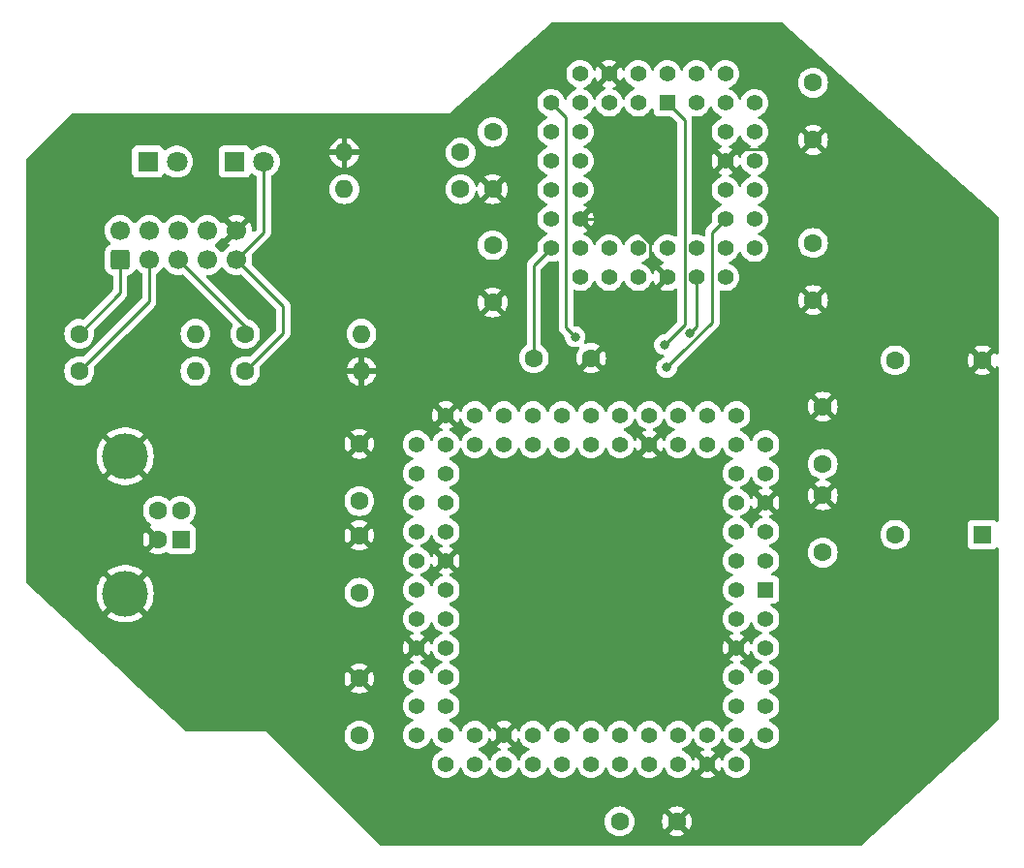
<source format=gbr>
%TF.GenerationSoftware,KiCad,Pcbnew,7.0.5*%
%TF.CreationDate,2024-01-01T15:58:53-07:00*%
%TF.ProjectId,max7000s84 programmer,6d617837-3030-4307-9338-342070726f67,rev?*%
%TF.SameCoordinates,Original*%
%TF.FileFunction,Copper,L2,Bot*%
%TF.FilePolarity,Positive*%
%FSLAX46Y46*%
G04 Gerber Fmt 4.6, Leading zero omitted, Abs format (unit mm)*
G04 Created by KiCad (PCBNEW 7.0.5) date 2024-01-01 15:58:53*
%MOMM*%
%LPD*%
G01*
G04 APERTURE LIST*
G04 Aperture macros list*
%AMRoundRect*
0 Rectangle with rounded corners*
0 $1 Rounding radius*
0 $2 $3 $4 $5 $6 $7 $8 $9 X,Y pos of 4 corners*
0 Add a 4 corners polygon primitive as box body*
4,1,4,$2,$3,$4,$5,$6,$7,$8,$9,$2,$3,0*
0 Add four circle primitives for the rounded corners*
1,1,$1+$1,$2,$3*
1,1,$1+$1,$4,$5*
1,1,$1+$1,$6,$7*
1,1,$1+$1,$8,$9*
0 Add four rect primitives between the rounded corners*
20,1,$1+$1,$2,$3,$4,$5,0*
20,1,$1+$1,$4,$5,$6,$7,0*
20,1,$1+$1,$6,$7,$8,$9,0*
20,1,$1+$1,$8,$9,$2,$3,0*%
G04 Aperture macros list end*
%TA.AperFunction,ComponentPad*%
%ADD10O,1.600000X1.600000*%
%TD*%
%TA.AperFunction,ComponentPad*%
%ADD11C,1.600000*%
%TD*%
%TA.AperFunction,ComponentPad*%
%ADD12RoundRect,0.250000X0.600000X-0.600000X0.600000X0.600000X-0.600000X0.600000X-0.600000X-0.600000X0*%
%TD*%
%TA.AperFunction,ComponentPad*%
%ADD13C,1.700000*%
%TD*%
%TA.AperFunction,ComponentPad*%
%ADD14R,1.600000X1.600000*%
%TD*%
%TA.AperFunction,ComponentPad*%
%ADD15C,4.000000*%
%TD*%
%TA.AperFunction,ComponentPad*%
%ADD16R,1.422400X1.422400*%
%TD*%
%TA.AperFunction,ComponentPad*%
%ADD17C,1.422400*%
%TD*%
%TA.AperFunction,ComponentPad*%
%ADD18R,1.800000X1.800000*%
%TD*%
%TA.AperFunction,ComponentPad*%
%ADD19C,1.800000*%
%TD*%
%TA.AperFunction,ViaPad*%
%ADD20C,0.800000*%
%TD*%
%TA.AperFunction,Conductor*%
%ADD21C,0.250000*%
%TD*%
G04 APERTURE END LIST*
D10*
%TO.P,R4,2*%
%TO.N,GND*%
X95330000Y-78500000D03*
D11*
%TO.P,R4,1*%
%TO.N,/JTAG.TDI*%
X85170000Y-78500000D03*
%TD*%
%TO.P,R2,1*%
%TO.N,/JTAG.TDO*%
X70670000Y-78500000D03*
D10*
%TO.P,R2,2*%
%TO.N,VCC*%
X80830000Y-78500000D03*
%TD*%
D11*
%TO.P,R3,1*%
%TO.N,/JTAG.TMS*%
X85170000Y-75250000D03*
D10*
%TO.P,R3,2*%
%TO.N,VCC*%
X95330000Y-75250000D03*
%TD*%
D11*
%TO.P,R1,1*%
%TO.N,/JTAG.TCK*%
X70670000Y-75250000D03*
D10*
%TO.P,R1,2*%
%TO.N,VCC*%
X80830000Y-75250000D03*
%TD*%
D12*
%TO.P,J1,1,TCK*%
%TO.N,/JTAG.TCK*%
X74250000Y-68750000D03*
D13*
%TO.P,J1,2,GND*%
%TO.N,unconnected-(J1-GND-Pad2)*%
X74250000Y-66210000D03*
%TO.P,J1,3,TDO*%
%TO.N,/JTAG.TDO*%
X76790000Y-68750000D03*
%TO.P,J1,4,VCC*%
%TO.N,VCC*%
X76790000Y-66210000D03*
%TO.P,J1,5,TMS*%
%TO.N,/JTAG.TMS*%
X79330000Y-68750000D03*
%TO.P,J1,6,NC*%
%TO.N,unconnected-(J1-NC-Pad6)*%
X79330000Y-66210000D03*
%TO.P,J1,7,NC*%
%TO.N,unconnected-(J1-NC-Pad7)*%
X81870000Y-68750000D03*
%TO.P,J1,8,NC*%
%TO.N,unconnected-(J1-NC-Pad8)*%
X81870000Y-66210000D03*
%TO.P,J1,9,TDI*%
%TO.N,/JTAG.TDI*%
X84410000Y-68750000D03*
%TO.P,J1,10,GND*%
%TO.N,GND*%
X84410000Y-66210000D03*
%TD*%
D11*
%TO.P,C7,1*%
%TO.N,VCC*%
X117900000Y-117860000D03*
%TO.P,C7,2*%
%TO.N,GND*%
X122900000Y-117860000D03*
%TD*%
D14*
%TO.P,J2,1,VBUS*%
%TO.N,VCC*%
X79537500Y-93200000D03*
D11*
%TO.P,J2,2,D-*%
%TO.N,unconnected-(J2-D--Pad2)*%
X79537500Y-90700000D03*
%TO.P,J2,3,D+*%
%TO.N,unconnected-(J2-D+-Pad3)*%
X77537500Y-90700000D03*
%TO.P,J2,4,GND*%
%TO.N,GND*%
X77537500Y-93200000D03*
D15*
%TO.P,J2,5,Shield*%
X74677500Y-97950000D03*
X74677500Y-85950000D03*
%TD*%
D11*
%TO.P,C6,1*%
%TO.N,VCC*%
X95150000Y-110360000D03*
%TO.P,C6,2*%
%TO.N,GND*%
X95150000Y-105360000D03*
%TD*%
%TO.P,R6,1*%
%TO.N,Net-(D2-K)*%
X104000000Y-59400000D03*
D10*
%TO.P,R6,2*%
%TO.N,GND*%
X93840000Y-59400000D03*
%TD*%
D11*
%TO.P,R5,1*%
%TO.N,/JTAG.TDO*%
X104000000Y-62600000D03*
D10*
%TO.P,R5,2*%
%TO.N,Net-(D1-K)*%
X93840000Y-62600000D03*
%TD*%
D16*
%TO.P,U2,1,IO1(TDI)*%
%TO.N,/JTAG.TDI*%
X122070000Y-55050000D03*
D17*
%TO.P,U2,2,IO2*%
%TO.N,unconnected-(U2-IO2-Pad2)*%
X119530000Y-52510000D03*
%TO.P,U2,3,IO3*%
%TO.N,unconnected-(U2-IO3-Pad3)*%
X119530000Y-55050000D03*
%TO.P,U2,4,GND*%
%TO.N,GND*%
X116990000Y-52510000D03*
%TO.P,U2,5,IO4*%
%TO.N,unconnected-(U2-IO4-Pad5)*%
X116990000Y-55050000D03*
%TO.P,U2,6,IO5*%
%TO.N,unconnected-(U2-IO5-Pad6)*%
X114450000Y-52510000D03*
%TO.P,U2,7,IO6(TMS)*%
%TO.N,/JTAG.TMS*%
X111910000Y-55050000D03*
%TO.P,U2,8,IO7*%
%TO.N,unconnected-(U2-IO7-Pad8)*%
X114450000Y-55050000D03*
%TO.P,U2,9,VCC*%
%TO.N,VCC*%
X111910000Y-57590000D03*
%TO.P,U2,10,IO8*%
%TO.N,unconnected-(U2-IO8-Pad10)*%
X114450000Y-57590000D03*
%TO.P,U2,11,IO9*%
%TO.N,unconnected-(U2-IO9-Pad11)*%
X111910000Y-60130000D03*
%TO.P,U2,12,IO10*%
%TO.N,unconnected-(U2-IO10-Pad12)*%
X114450000Y-60130000D03*
%TO.P,U2,13,IO11*%
%TO.N,unconnected-(U2-IO11-Pad13)*%
X111910000Y-62670000D03*
%TO.P,U2,14,IO12*%
%TO.N,unconnected-(U2-IO12-Pad14)*%
X114450000Y-62670000D03*
%TO.P,U2,15,IO13*%
%TO.N,unconnected-(U2-IO13-Pad15)*%
X111910000Y-65210000D03*
%TO.P,U2,16,GND*%
%TO.N,GND*%
X114450000Y-65210000D03*
%TO.P,U2,17,VCC*%
%TO.N,VCC*%
X111910000Y-67750000D03*
%TO.P,U2,18,IO14*%
%TO.N,unconnected-(U2-IO14-Pad18)*%
X114450000Y-70290000D03*
%TO.P,U2,19,IO15*%
%TO.N,unconnected-(U2-IO15-Pad19)*%
X114450000Y-67750000D03*
%TO.P,U2,20,IO16*%
%TO.N,unconnected-(U2-IO16-Pad20)*%
X116990000Y-70290000D03*
%TO.P,U2,21,IO17*%
%TO.N,unconnected-(U2-IO17-Pad21)*%
X116990000Y-67750000D03*
%TO.P,U2,22,IO18*%
%TO.N,unconnected-(U2-IO18-Pad22)*%
X119530000Y-70290000D03*
%TO.P,U2,23,IO19*%
%TO.N,unconnected-(U2-IO19-Pad23)*%
X119530000Y-67750000D03*
%TO.P,U2,24,GND*%
%TO.N,GND*%
X122070000Y-70290000D03*
%TO.P,U2,25,IO20*%
%TO.N,unconnected-(U2-IO20-Pad25)*%
X122070000Y-67750000D03*
%TO.P,U2,26,IO21(TCK)*%
%TO.N,/JTAG.TCK*%
X124610000Y-70290000D03*
%TO.P,U2,27,IO22*%
%TO.N,unconnected-(U2-IO22-Pad27)*%
X124610000Y-67750000D03*
%TO.P,U2,28,IO23*%
%TO.N,unconnected-(U2-IO23-Pad28)*%
X127150000Y-70290000D03*
%TO.P,U2,29,VCC*%
%TO.N,VCC*%
X129690000Y-67750000D03*
%TO.P,U2,30,IO24*%
%TO.N,unconnected-(U2-IO24-Pad30)*%
X127150000Y-67750000D03*
%TO.P,U2,31,IO25*%
%TO.N,unconnected-(U2-IO25-Pad31)*%
X129690000Y-65210000D03*
%TO.P,U2,32,IO26(TDO)*%
%TO.N,/JTAG.TDO*%
X127150000Y-65210000D03*
%TO.P,U2,33,IO27*%
%TO.N,unconnected-(U2-IO27-Pad33)*%
X129690000Y-62670000D03*
%TO.P,U2,34,IO28*%
%TO.N,unconnected-(U2-IO28-Pad34)*%
X127150000Y-62670000D03*
%TO.P,U2,35,IO29*%
%TO.N,unconnected-(U2-IO29-Pad35)*%
X129690000Y-60130000D03*
%TO.P,U2,36,GND*%
%TO.N,GND*%
X127150000Y-60130000D03*
%TO.P,U2,37,IN1(GCLK1)*%
%TO.N,/CLK*%
X129690000Y-57590000D03*
%TO.P,U2,38,IN2(OE1)*%
%TO.N,unconnected-(U2-IN2(OE1)-Pad38)*%
X127150000Y-57590000D03*
%TO.P,U2,39,IN3(GCLRn)*%
%TO.N,unconnected-(U2-IN3(GCLRn)-Pad39)*%
X129690000Y-55050000D03*
%TO.P,U2,40,IN4(OE/GCLK2)*%
%TO.N,unconnected-(U2-IN4(OE{slash}GCLK2)-Pad40)*%
X127150000Y-52510000D03*
%TO.P,U2,41,VCC*%
%TO.N,VCC*%
X127150000Y-55050000D03*
%TO.P,U2,42,IO30*%
%TO.N,unconnected-(U2-IO30-Pad42)*%
X124610000Y-52510000D03*
%TO.P,U2,43,IO31*%
%TO.N,unconnected-(U2-IO31-Pad43)*%
X124610000Y-55050000D03*
%TO.P,U2,44,IO32*%
%TO.N,unconnected-(U2-IO32-Pad44)*%
X122070000Y-52510000D03*
%TD*%
D11*
%TO.P,C3,1*%
%TO.N,VCC*%
X110400000Y-77360000D03*
%TO.P,C3,2*%
%TO.N,GND*%
X115400000Y-77360000D03*
%TD*%
D16*
%TO.P,U1,1,GCLR1*%
%TO.N,unconnected-(U1-GCLR1-Pad1)*%
X130640000Y-97600000D03*
D17*
%TO.P,U1,2,GCLK2*%
%TO.N,unconnected-(U1-GCLK2-Pad2)*%
X128100000Y-97600000D03*
%TO.P,U1,3,VCC^{INT}*%
%TO.N,VCC*%
X130640000Y-95060000D03*
%TO.P,U1,4,CLK*%
%TO.N,unconnected-(U1-CLK-Pad4)*%
X128100000Y-95060000D03*
%TO.P,U1,5,~{RES}*%
%TO.N,unconnected-(U1-~{RES}-Pad5)*%
X130640000Y-92520000D03*
%TO.P,U1,6,R/~{W}*%
%TO.N,unconnected-(U1-R{slash}~{W}-Pad6)*%
X128100000Y-92520000D03*
%TO.P,U1,7,GND*%
%TO.N,GND*%
X130640000Y-89980000D03*
%TO.P,U1,8,IOSEL*%
%TO.N,unconnected-(U1-IOSEL-Pad8)*%
X128100000Y-89980000D03*
%TO.P,U1,9,~{INT}^{mem}*%
%TO.N,unconnected-(U1-~{INT}^{mem}-Pad9)*%
X130640000Y-87440000D03*
%TO.P,U1,10,E*%
%TO.N,unconnected-(U1-E-Pad10)*%
X128100000Y-87440000D03*
%TO.P,U1,11,Q*%
%TO.N,unconnected-(U1-Q-Pad11)*%
X130640000Y-84900000D03*
%TO.P,U1,12,NC*%
%TO.N,unconnected-(U1-NC-Pad12)*%
X128100000Y-82360000D03*
%TO.P,U1,13,VCC^{IO}*%
%TO.N,VCC*%
X128100000Y-84900000D03*
%TO.P,U1,14,JTAG^{TDI}*%
%TO.N,/JTAG.TDI*%
X125560000Y-82360000D03*
%TO.P,U1,15,NC*%
%TO.N,unconnected-(U1-NC-Pad15)*%
X125560000Y-84900000D03*
%TO.P,U1,16,NC*%
%TO.N,unconnected-(U1-NC-Pad16)*%
X123020000Y-82360000D03*
%TO.P,U1,17,NC*%
%TO.N,unconnected-(U1-NC-Pad17)*%
X123020000Y-84900000D03*
%TO.P,U1,18,NC*%
%TO.N,unconnected-(U1-NC-Pad18)*%
X120480000Y-82360000D03*
%TO.P,U1,19,GND*%
%TO.N,GND*%
X120480000Y-84900000D03*
%TO.P,U1,20,NC*%
%TO.N,unconnected-(U1-NC-Pad20)*%
X117940000Y-82360000D03*
%TO.P,U1,21,NC*%
%TO.N,unconnected-(U1-NC-Pad21)*%
X117940000Y-84900000D03*
%TO.P,U1,22,NC*%
%TO.N,unconnected-(U1-NC-Pad22)*%
X115400000Y-82360000D03*
%TO.P,U1,23,JTAG^{TMS}*%
%TO.N,/JTAG.TMS*%
X115400000Y-84900000D03*
%TO.P,U1,24,A^{OUT}19*%
%TO.N,unconnected-(U1-A^{OUT}19-Pad24)*%
X112860000Y-82360000D03*
%TO.P,U1,25,A^{OUT}18*%
%TO.N,unconnected-(U1-A^{OUT}18-Pad25)*%
X112860000Y-84900000D03*
%TO.P,U1,26,VCC^{IO}*%
%TO.N,VCC*%
X110320000Y-82360000D03*
%TO.P,U1,27,NC*%
%TO.N,unconnected-(U1-NC-Pad27)*%
X110320000Y-84900000D03*
%TO.P,U1,28,A^{OUT}17*%
%TO.N,unconnected-(U1-A^{OUT}17-Pad28)*%
X107780000Y-82360000D03*
%TO.P,U1,29,A^{OUT}16*%
%TO.N,unconnected-(U1-A^{OUT}16-Pad29)*%
X107780000Y-84900000D03*
%TO.P,U1,30,A^{OUT}15*%
%TO.N,unconnected-(U1-A^{OUT}15-Pad30)*%
X105240000Y-82360000D03*
%TO.P,U1,31,A^{OUT}14*%
%TO.N,unconnected-(U1-A^{OUT}14-Pad31)*%
X105240000Y-84900000D03*
%TO.P,U1,32,GND*%
%TO.N,GND*%
X102700000Y-82360000D03*
%TO.P,U1,33,A^{OUT}13*%
%TO.N,unconnected-(U1-A^{OUT}13-Pad33)*%
X100160000Y-84900000D03*
%TO.P,U1,34,A^{OUT}12*%
%TO.N,unconnected-(U1-A^{OUT}12-Pad34)*%
X102700000Y-84900000D03*
%TO.P,U1,35,A^{OUT}11*%
%TO.N,unconnected-(U1-A^{OUT}11-Pad35)*%
X100160000Y-87440000D03*
%TO.P,U1,36,A^{OUT}10*%
%TO.N,unconnected-(U1-A^{OUT}10-Pad36)*%
X102700000Y-87440000D03*
%TO.P,U1,37,A^{OUT}9*%
%TO.N,unconnected-(U1-A^{OUT}9-Pad37)*%
X100160000Y-89980000D03*
%TO.P,U1,38,VCC^{IO}*%
%TO.N,VCC*%
X102700000Y-89980000D03*
%TO.P,U1,39,A^{OUT}8*%
%TO.N,unconnected-(U1-A^{OUT}8-Pad39)*%
X100160000Y-92520000D03*
%TO.P,U1,40,A^{OUT}7*%
%TO.N,unconnected-(U1-A^{OUT}7-Pad40)*%
X102700000Y-92520000D03*
%TO.P,U1,41,A^{OUT}6*%
%TO.N,unconnected-(U1-A^{OUT}6-Pad41)*%
X100160000Y-95060000D03*
%TO.P,U1,42,GND*%
%TO.N,GND*%
X102700000Y-95060000D03*
%TO.P,U1,43,VCC^{INT}*%
%TO.N,VCC*%
X100160000Y-97600000D03*
%TO.P,U1,44,A^{OUT}5*%
%TO.N,unconnected-(U1-A^{OUT}5-Pad44)*%
X102700000Y-97600000D03*
%TO.P,U1,45,A^{OUT}4*%
%TO.N,unconnected-(U1-A^{OUT}4-Pad45)*%
X100160000Y-100140000D03*
%TO.P,U1,46,A^{OUT}3*%
%TO.N,unconnected-(U1-A^{OUT}3-Pad46)*%
X102700000Y-100140000D03*
%TO.P,U1,47,GND*%
%TO.N,GND*%
X100160000Y-102680000D03*
%TO.P,U1,48,A^{OUT}2*%
%TO.N,unconnected-(U1-A^{OUT}2-Pad48)*%
X102700000Y-102680000D03*
%TO.P,U1,49,A^{OUT}1*%
%TO.N,unconnected-(U1-A^{OUT}1-Pad49)*%
X100160000Y-105220000D03*
%TO.P,U1,50,A^{OUT}0*%
%TO.N,unconnected-(U1-A^{OUT}0-Pad50)*%
X102700000Y-105220000D03*
%TO.P,U1,51,D7*%
%TO.N,unconnected-(U1-D7-Pad51)*%
X100160000Y-107760000D03*
%TO.P,U1,52,D6*%
%TO.N,unconnected-(U1-D6-Pad52)*%
X102700000Y-107760000D03*
%TO.P,U1,53,VCC^{IO}*%
%TO.N,VCC*%
X100160000Y-110300000D03*
%TO.P,U1,54,D5*%
%TO.N,unconnected-(U1-D5-Pad54)*%
X102700000Y-112840000D03*
%TO.P,U1,55,D4*%
%TO.N,unconnected-(U1-D4-Pad55)*%
X102700000Y-110300000D03*
%TO.P,U1,56,D3*%
%TO.N,unconnected-(U1-D3-Pad56)*%
X105240000Y-112840000D03*
%TO.P,U1,57,D2*%
%TO.N,unconnected-(U1-D2-Pad57)*%
X105240000Y-110300000D03*
%TO.P,U1,58,D1*%
%TO.N,unconnected-(U1-D1-Pad58)*%
X107780000Y-112840000D03*
%TO.P,U1,59,GND*%
%TO.N,GND*%
X107780000Y-110300000D03*
%TO.P,U1,60,D0*%
%TO.N,unconnected-(U1-D0-Pad60)*%
X110320000Y-112840000D03*
%TO.P,U1,61,A^{IN}15*%
%TO.N,unconnected-(U1-A^{IN}15-Pad61)*%
X110320000Y-110300000D03*
%TO.P,U1,62,JTAG^{TCK}*%
%TO.N,/JTAG.TCK*%
X112860000Y-112840000D03*
%TO.P,U1,63,A^{IN}14*%
%TO.N,unconnected-(U1-A^{IN}14-Pad63)*%
X112860000Y-110300000D03*
%TO.P,U1,64,A^{IN}13*%
%TO.N,unconnected-(U1-A^{IN}13-Pad64)*%
X115400000Y-112840000D03*
%TO.P,U1,65,A^{IN}12*%
%TO.N,unconnected-(U1-A^{IN}12-Pad65)*%
X115400000Y-110300000D03*
%TO.P,U1,66,VCC^{IO}*%
%TO.N,VCC*%
X117940000Y-112840000D03*
%TO.P,U1,67,A^{IN}11*%
%TO.N,unconnected-(U1-A^{IN}11-Pad67)*%
X117940000Y-110300000D03*
%TO.P,U1,68,A^{IN}10*%
%TO.N,unconnected-(U1-A^{IN}10-Pad68)*%
X120480000Y-112840000D03*
%TO.P,U1,69,A^{IN}9*%
%TO.N,unconnected-(U1-A^{IN}9-Pad69)*%
X120480000Y-110300000D03*
%TO.P,U1,70,A^{IN}8*%
%TO.N,unconnected-(U1-A^{IN}8-Pad70)*%
X123020000Y-112840000D03*
%TO.P,U1,71,JTAG^{TDO}*%
%TO.N,/JTAG.TDO*%
X123020000Y-110300000D03*
%TO.P,U1,72,GND*%
%TO.N,GND*%
X125560000Y-112840000D03*
%TO.P,U1,73,A^{IN}7*%
%TO.N,unconnected-(U1-A^{IN}7-Pad73)*%
X125560000Y-110300000D03*
%TO.P,U1,74,A^{IN}6*%
%TO.N,unconnected-(U1-A^{IN}6-Pad74)*%
X128100000Y-112840000D03*
%TO.P,U1,75,A^{IN}5*%
%TO.N,unconnected-(U1-A^{IN}5-Pad75)*%
X130640000Y-110300000D03*
%TO.P,U1,76,A^{IN}4*%
%TO.N,unconnected-(U1-A^{IN}4-Pad76)*%
X128100000Y-110300000D03*
%TO.P,U1,77,A^{IN}3*%
%TO.N,unconnected-(U1-A^{IN}3-Pad77)*%
X130640000Y-107760000D03*
%TO.P,U1,78,VCC^{IO}*%
%TO.N,VCC*%
X128100000Y-107760000D03*
%TO.P,U1,79,A^{IN}2*%
%TO.N,unconnected-(U1-A^{IN}2-Pad79)*%
X130640000Y-105220000D03*
%TO.P,U1,80,A^{IN}1*%
%TO.N,unconnected-(U1-A^{IN}1-Pad80)*%
X128100000Y-105220000D03*
%TO.P,U1,81,A^{IN}0*%
%TO.N,unconnected-(U1-A^{IN}0-Pad81)*%
X130640000Y-102680000D03*
%TO.P,U1,82,GND*%
%TO.N,GND*%
X128100000Y-102680000D03*
%TO.P,U1,83,GLCK1*%
%TO.N,/CLK*%
X130640000Y-100140000D03*
%TO.P,U1,84,GOE1*%
%TO.N,unconnected-(U1-GOE1-Pad84)*%
X128100000Y-100140000D03*
%TD*%
D11*
%TO.P,C4,1*%
%TO.N,VCC*%
X95150000Y-89860000D03*
%TO.P,C4,2*%
%TO.N,GND*%
X95150000Y-84860000D03*
%TD*%
D18*
%TO.P,D1,1,K*%
%TO.N,Net-(D1-K)*%
X76660000Y-60200000D03*
D19*
%TO.P,D1,2,A*%
%TO.N,VCC*%
X79200000Y-60200000D03*
%TD*%
D18*
%TO.P,D2,1,K*%
%TO.N,Net-(D2-K)*%
X84260000Y-60200000D03*
D19*
%TO.P,D2,2,A*%
%TO.N,/JTAG.TDI*%
X86800000Y-60200000D03*
%TD*%
D11*
%TO.P,C1,1*%
%TO.N,VCC*%
X135650000Y-94360000D03*
%TO.P,C1,2*%
%TO.N,GND*%
X135650000Y-89360000D03*
%TD*%
%TO.P,C5,1*%
%TO.N,VCC*%
X95150000Y-97860000D03*
%TO.P,C5,2*%
%TO.N,GND*%
X95150000Y-92860000D03*
%TD*%
%TO.P,C11,1*%
%TO.N,VCC*%
X134800000Y-53300000D03*
%TO.P,C11,2*%
%TO.N,GND*%
X134800000Y-58300000D03*
%TD*%
D14*
%TO.P,X1,1,EN*%
%TO.N,unconnected-(X1-EN-Pad1)*%
X149600000Y-92800000D03*
D11*
%TO.P,X1,7,GND*%
%TO.N,GND*%
X149600000Y-77560000D03*
%TO.P,X1,8,OUT*%
%TO.N,/CLK*%
X141980000Y-77560000D03*
%TO.P,X1,14,Vcc*%
%TO.N,VCC*%
X141980000Y-92800000D03*
%TD*%
%TO.P,C8,1*%
%TO.N,VCC*%
X106800000Y-57600000D03*
%TO.P,C8,2*%
%TO.N,GND*%
X106800000Y-62600000D03*
%TD*%
%TO.P,C9,1*%
%TO.N,VCC*%
X106800000Y-67500000D03*
%TO.P,C9,2*%
%TO.N,GND*%
X106800000Y-72500000D03*
%TD*%
%TO.P,C2,1*%
%TO.N,VCC*%
X135650000Y-86610000D03*
%TO.P,C2,2*%
%TO.N,GND*%
X135650000Y-81610000D03*
%TD*%
%TO.P,C10,1*%
%TO.N,VCC*%
X134800000Y-67300000D03*
%TO.P,C10,2*%
%TO.N,GND*%
X134800000Y-72300000D03*
%TD*%
D20*
%TO.N,/JTAG.TMS*%
X114000000Y-75500000D03*
%TO.N,/JTAG.TDO*%
X122000000Y-78200000D03*
%TO.N,/JTAG.TDI*%
X121800000Y-76200000D03*
%TO.N,/JTAG.TCK*%
X124000000Y-75200000D03*
%TD*%
D21*
%TO.N,/JTAG.TDI*%
X88500000Y-72840000D02*
X84410000Y-68750000D01*
X88500000Y-75170000D02*
X88500000Y-72840000D01*
X85170000Y-78500000D02*
X88500000Y-75170000D01*
%TO.N,/JTAG.TCK*%
X74250000Y-71670000D02*
X74250000Y-68750000D01*
X70670000Y-75250000D02*
X74250000Y-71670000D01*
%TO.N,/JTAG.TMS*%
X85170000Y-74590000D02*
X79330000Y-68750000D01*
X85170000Y-75250000D02*
X85170000Y-74590000D01*
%TO.N,/JTAG.TDO*%
X76790000Y-72380000D02*
X76790000Y-68750000D01*
X70670000Y-78500000D02*
X76790000Y-72380000D01*
%TO.N,/JTAG.TMS*%
X113200000Y-56340000D02*
X111910000Y-55050000D01*
X114000000Y-75500000D02*
X113200000Y-74700000D01*
X113200000Y-74700000D02*
X113200000Y-56340000D01*
%TO.N,VCC*%
X110400000Y-69260000D02*
X110400000Y-77360000D01*
X111910000Y-67750000D02*
X110400000Y-69260000D01*
%TO.N,GND*%
X134006200Y-59093800D02*
X134800000Y-58300000D01*
X128186200Y-59093800D02*
X134006200Y-59093800D01*
X127150000Y-60130000D02*
X128186200Y-59093800D01*
X120566200Y-68786200D02*
X120566200Y-67320791D01*
X120566200Y-67320791D02*
X118455409Y-65210000D01*
X122070000Y-70290000D02*
X120566200Y-68786200D01*
X118455409Y-65210000D02*
X114450000Y-65210000D01*
%TO.N,/JTAG.TDI*%
X86800000Y-66360000D02*
X84410000Y-68750000D01*
X86800000Y-60200000D02*
X86800000Y-66360000D01*
%TO.N,/JTAG.TDO*%
X122000000Y-78200000D02*
X123275000Y-76925000D01*
X126000000Y-66360000D02*
X127150000Y-65210000D01*
X126000000Y-74225305D02*
X126000000Y-66360000D01*
X123275000Y-76925000D02*
X123300305Y-76925000D01*
X123300305Y-76925000D02*
X126000000Y-74225305D01*
%TO.N,/JTAG.TDI*%
X121800000Y-76200000D02*
X123573800Y-74426200D01*
X123573800Y-74426200D02*
X123573800Y-56553800D01*
X123573800Y-56553800D02*
X122070000Y-55050000D01*
%TO.N,/JTAG.TCK*%
X124610000Y-74590000D02*
X124610000Y-70290000D01*
X124000000Y-75200000D02*
X124610000Y-74590000D01*
%TD*%
%TA.AperFunction,Conductor*%
%TO.N,GND*%
G36*
X124338812Y-110607054D02*
G01*
X124392690Y-110651539D01*
X124409775Y-110688949D01*
X124417023Y-110716001D01*
X124417025Y-110716005D01*
X124417026Y-110716009D01*
X124459217Y-110806488D01*
X124506629Y-110908164D01*
X124506631Y-110908168D01*
X124628235Y-111081836D01*
X124628240Y-111081842D01*
X124778157Y-111231759D01*
X124778163Y-111231764D01*
X124951831Y-111353368D01*
X124951833Y-111353369D01*
X124951836Y-111353371D01*
X125143991Y-111442974D01*
X125143997Y-111442975D01*
X125143998Y-111442976D01*
X125172014Y-111450483D01*
X125231675Y-111486848D01*
X125262204Y-111549695D01*
X125253909Y-111619070D01*
X125209424Y-111672948D01*
X125172014Y-111690033D01*
X125144170Y-111697493D01*
X125144161Y-111697497D01*
X124952084Y-111787064D01*
X124898286Y-111824732D01*
X124898286Y-111824733D01*
X125515598Y-112442046D01*
X125434852Y-112454835D01*
X125321955Y-112512359D01*
X125232359Y-112601955D01*
X125174835Y-112714852D01*
X125162046Y-112795598D01*
X124544733Y-112178286D01*
X124544732Y-112178286D01*
X124507064Y-112232084D01*
X124417497Y-112424161D01*
X124417493Y-112424170D01*
X124410033Y-112452014D01*
X124373668Y-112511675D01*
X124310821Y-112542204D01*
X124241445Y-112533909D01*
X124187568Y-112489424D01*
X124170483Y-112452014D01*
X124162976Y-112423998D01*
X124162975Y-112423996D01*
X124162974Y-112423991D01*
X124073371Y-112231836D01*
X124073369Y-112231833D01*
X124073368Y-112231831D01*
X123951764Y-112058163D01*
X123951759Y-112058157D01*
X123801842Y-111908240D01*
X123801836Y-111908235D01*
X123628168Y-111786631D01*
X123628164Y-111786629D01*
X123628163Y-111786629D01*
X123436009Y-111697026D01*
X123436005Y-111697025D01*
X123436001Y-111697023D01*
X123408949Y-111689775D01*
X123349288Y-111653410D01*
X123318759Y-111590563D01*
X123327054Y-111521188D01*
X123371539Y-111467310D01*
X123408949Y-111450225D01*
X123426930Y-111445406D01*
X123436009Y-111442974D01*
X123628164Y-111353371D01*
X123801841Y-111231761D01*
X123951761Y-111081841D01*
X124073371Y-110908164D01*
X124162974Y-110716009D01*
X124170224Y-110688949D01*
X124206590Y-110629288D01*
X124269437Y-110598759D01*
X124338812Y-110607054D01*
G37*
%TD.AperFunction*%
%TA.AperFunction,Conductor*%
G36*
X126878812Y-110607054D02*
G01*
X126932690Y-110651539D01*
X126949775Y-110688949D01*
X126957023Y-110716001D01*
X126957025Y-110716005D01*
X126957026Y-110716009D01*
X126999217Y-110806488D01*
X127046629Y-110908164D01*
X127046631Y-110908168D01*
X127168235Y-111081836D01*
X127168240Y-111081842D01*
X127318157Y-111231759D01*
X127318163Y-111231764D01*
X127491831Y-111353368D01*
X127491833Y-111353369D01*
X127491836Y-111353371D01*
X127683991Y-111442974D01*
X127711050Y-111450224D01*
X127770709Y-111486587D01*
X127801240Y-111549433D01*
X127792946Y-111618809D01*
X127748462Y-111672688D01*
X127711055Y-111689773D01*
X127683997Y-111697024D01*
X127683993Y-111697025D01*
X127683991Y-111697026D01*
X127683988Y-111697027D01*
X127683989Y-111697027D01*
X127491835Y-111786629D01*
X127491831Y-111786631D01*
X127318163Y-111908235D01*
X127318157Y-111908240D01*
X127168240Y-112058157D01*
X127168235Y-112058163D01*
X127046631Y-112231831D01*
X127046629Y-112231835D01*
X126957027Y-112423989D01*
X126957023Y-112423999D01*
X126949515Y-112452018D01*
X126913149Y-112511677D01*
X126850301Y-112542205D01*
X126780926Y-112533908D01*
X126727049Y-112489421D01*
X126709965Y-112452011D01*
X126702505Y-112424166D01*
X126702502Y-112424161D01*
X126612936Y-112232086D01*
X126612933Y-112232082D01*
X126575265Y-112178286D01*
X125957953Y-112795597D01*
X125945165Y-112714852D01*
X125887641Y-112601955D01*
X125798045Y-112512359D01*
X125685148Y-112454835D01*
X125604399Y-112442045D01*
X126221712Y-111824733D01*
X126167913Y-111787062D01*
X125975838Y-111697497D01*
X125975829Y-111697493D01*
X125947985Y-111690033D01*
X125888325Y-111653669D01*
X125857795Y-111590822D01*
X125866089Y-111521446D01*
X125910574Y-111467568D01*
X125947986Y-111450483D01*
X125975999Y-111442977D01*
X125976000Y-111442976D01*
X125976009Y-111442974D01*
X126168164Y-111353371D01*
X126341841Y-111231761D01*
X126491761Y-111081841D01*
X126613371Y-110908164D01*
X126702974Y-110716009D01*
X126710224Y-110688949D01*
X126746590Y-110629288D01*
X126809437Y-110598759D01*
X126878812Y-110607054D01*
G37*
%TD.AperFunction*%
%TA.AperFunction,Conductor*%
G36*
X107394835Y-110425148D02*
G01*
X107452359Y-110538045D01*
X107541955Y-110627641D01*
X107654852Y-110685165D01*
X107735599Y-110697953D01*
X107118286Y-111315266D01*
X107172082Y-111352935D01*
X107172086Y-111352937D01*
X107364161Y-111442502D01*
X107364166Y-111442505D01*
X107392011Y-111449965D01*
X107451673Y-111486328D01*
X107482204Y-111549175D01*
X107473911Y-111618550D01*
X107429427Y-111672429D01*
X107392018Y-111689515D01*
X107363999Y-111697023D01*
X107363989Y-111697027D01*
X107171835Y-111786629D01*
X107171831Y-111786631D01*
X106998163Y-111908235D01*
X106998157Y-111908240D01*
X106848240Y-112058157D01*
X106848235Y-112058163D01*
X106726631Y-112231831D01*
X106726629Y-112231835D01*
X106637027Y-112423989D01*
X106637024Y-112423996D01*
X106629775Y-112451051D01*
X106593409Y-112510711D01*
X106530562Y-112541240D01*
X106461187Y-112532945D01*
X106407309Y-112488459D01*
X106390225Y-112451051D01*
X106383021Y-112424166D01*
X106382974Y-112423991D01*
X106293371Y-112231836D01*
X106293369Y-112231833D01*
X106293368Y-112231831D01*
X106171764Y-112058163D01*
X106171759Y-112058157D01*
X106021842Y-111908240D01*
X106021836Y-111908235D01*
X105848168Y-111786631D01*
X105848164Y-111786629D01*
X105848163Y-111786629D01*
X105656009Y-111697026D01*
X105656005Y-111697025D01*
X105656001Y-111697023D01*
X105628949Y-111689775D01*
X105569288Y-111653410D01*
X105538759Y-111590563D01*
X105547054Y-111521188D01*
X105591539Y-111467310D01*
X105628949Y-111450225D01*
X105646930Y-111445406D01*
X105656009Y-111442974D01*
X105848164Y-111353371D01*
X106021841Y-111231761D01*
X106171761Y-111081841D01*
X106293371Y-110908164D01*
X106382974Y-110716009D01*
X106382976Y-110716000D01*
X106382977Y-110715999D01*
X106390483Y-110687986D01*
X106426847Y-110628325D01*
X106489694Y-110597795D01*
X106559069Y-110606089D01*
X106612948Y-110650574D01*
X106630033Y-110687985D01*
X106637493Y-110715829D01*
X106637497Y-110715838D01*
X106727062Y-110907913D01*
X106764733Y-110961712D01*
X107382046Y-110344399D01*
X107394835Y-110425148D01*
G37*
%TD.AperFunction*%
%TA.AperFunction,Conductor*%
G36*
X108795265Y-110961711D02*
G01*
X108832938Y-110907911D01*
X108922502Y-110715838D01*
X108922505Y-110715830D01*
X108929965Y-110687989D01*
X108966328Y-110628327D01*
X109029174Y-110597796D01*
X109098549Y-110606088D01*
X109152429Y-110650571D01*
X109169515Y-110687982D01*
X109177022Y-110715998D01*
X109177024Y-110716005D01*
X109177026Y-110716009D01*
X109219217Y-110806488D01*
X109266629Y-110908164D01*
X109266631Y-110908168D01*
X109388235Y-111081836D01*
X109388240Y-111081842D01*
X109538157Y-111231759D01*
X109538163Y-111231764D01*
X109711831Y-111353368D01*
X109711833Y-111353369D01*
X109711836Y-111353371D01*
X109903991Y-111442974D01*
X109931050Y-111450224D01*
X109990709Y-111486587D01*
X110021240Y-111549433D01*
X110012946Y-111618809D01*
X109968462Y-111672688D01*
X109931055Y-111689773D01*
X109903997Y-111697024D01*
X109903993Y-111697025D01*
X109903991Y-111697026D01*
X109903988Y-111697027D01*
X109903989Y-111697027D01*
X109711835Y-111786629D01*
X109711831Y-111786631D01*
X109538163Y-111908235D01*
X109538157Y-111908240D01*
X109388240Y-112058157D01*
X109388235Y-112058163D01*
X109266631Y-112231831D01*
X109266629Y-112231835D01*
X109177027Y-112423989D01*
X109177024Y-112423996D01*
X109169775Y-112451051D01*
X109133409Y-112510711D01*
X109070562Y-112541240D01*
X109001187Y-112532945D01*
X108947309Y-112488459D01*
X108930225Y-112451051D01*
X108923021Y-112424166D01*
X108922974Y-112423991D01*
X108833371Y-112231836D01*
X108833369Y-112231833D01*
X108833368Y-112231831D01*
X108711764Y-112058163D01*
X108711759Y-112058157D01*
X108561842Y-111908240D01*
X108561836Y-111908235D01*
X108388168Y-111786631D01*
X108388164Y-111786629D01*
X108196009Y-111697026D01*
X108196005Y-111697024D01*
X108195998Y-111697022D01*
X108167982Y-111689515D01*
X108108323Y-111653149D01*
X108077795Y-111590302D01*
X108086091Y-111520926D01*
X108130577Y-111467049D01*
X108167989Y-111449965D01*
X108195830Y-111442505D01*
X108195838Y-111442502D01*
X108387911Y-111352938D01*
X108441712Y-111315265D01*
X107824401Y-110697953D01*
X107905148Y-110685165D01*
X108018045Y-110627641D01*
X108107641Y-110538045D01*
X108165165Y-110425148D01*
X108177953Y-110344400D01*
X108795265Y-110961711D01*
G37*
%TD.AperFunction*%
%TA.AperFunction,Conductor*%
G36*
X120094835Y-85025148D02*
G01*
X120152359Y-85138045D01*
X120241955Y-85227641D01*
X120354852Y-85285165D01*
X120435599Y-85297953D01*
X119818286Y-85915266D01*
X119872082Y-85952935D01*
X119872086Y-85952937D01*
X120064161Y-86042502D01*
X120064170Y-86042506D01*
X120268868Y-86097354D01*
X120268879Y-86097356D01*
X120479998Y-86115827D01*
X120480002Y-86115827D01*
X120691120Y-86097356D01*
X120691131Y-86097354D01*
X120895829Y-86042506D01*
X120895838Y-86042502D01*
X121087911Y-85952938D01*
X121141712Y-85915265D01*
X120524401Y-85297953D01*
X120605148Y-85285165D01*
X120718045Y-85227641D01*
X120807641Y-85138045D01*
X120865165Y-85025148D01*
X120877953Y-84944400D01*
X121495265Y-85561711D01*
X121532938Y-85507911D01*
X121622502Y-85315838D01*
X121622505Y-85315830D01*
X121629965Y-85287989D01*
X121666328Y-85228327D01*
X121729174Y-85197796D01*
X121798549Y-85206088D01*
X121852429Y-85250571D01*
X121869515Y-85287982D01*
X121877022Y-85315998D01*
X121877024Y-85316005D01*
X121877026Y-85316009D01*
X121908385Y-85383258D01*
X121966629Y-85508164D01*
X121966631Y-85508168D01*
X122088235Y-85681836D01*
X122088240Y-85681842D01*
X122238157Y-85831759D01*
X122238163Y-85831764D01*
X122411831Y-85953368D01*
X122411833Y-85953369D01*
X122411836Y-85953371D01*
X122603991Y-86042974D01*
X122808787Y-86097849D01*
X122977757Y-86112632D01*
X123019999Y-86116328D01*
X123020000Y-86116328D01*
X123020001Y-86116328D01*
X123055202Y-86113248D01*
X123231213Y-86097849D01*
X123436009Y-86042974D01*
X123628164Y-85953371D01*
X123801841Y-85831761D01*
X123951761Y-85681841D01*
X124073371Y-85508164D01*
X124162974Y-85316009D01*
X124170224Y-85288949D01*
X124206590Y-85229288D01*
X124269437Y-85198759D01*
X124338812Y-85207054D01*
X124392690Y-85251539D01*
X124409775Y-85288949D01*
X124417023Y-85316001D01*
X124417025Y-85316005D01*
X124417026Y-85316009D01*
X124448385Y-85383258D01*
X124506629Y-85508164D01*
X124506631Y-85508168D01*
X124628235Y-85681836D01*
X124628240Y-85681842D01*
X124778157Y-85831759D01*
X124778163Y-85831764D01*
X124951831Y-85953368D01*
X124951833Y-85953369D01*
X124951836Y-85953371D01*
X125143991Y-86042974D01*
X125348787Y-86097849D01*
X125517757Y-86112632D01*
X125559999Y-86116328D01*
X125560000Y-86116328D01*
X125560001Y-86116328D01*
X125595202Y-86113248D01*
X125771213Y-86097849D01*
X125976009Y-86042974D01*
X126168164Y-85953371D01*
X126341841Y-85831761D01*
X126491761Y-85681841D01*
X126613371Y-85508164D01*
X126702974Y-85316009D01*
X126710224Y-85288949D01*
X126746586Y-85229291D01*
X126809432Y-85198760D01*
X126878808Y-85207052D01*
X126932687Y-85251536D01*
X126949773Y-85288945D01*
X126957023Y-85316000D01*
X126957024Y-85316004D01*
X126957026Y-85316009D01*
X126988385Y-85383258D01*
X127046629Y-85508164D01*
X127046631Y-85508168D01*
X127168235Y-85681836D01*
X127168240Y-85681842D01*
X127318157Y-85831759D01*
X127318163Y-85831764D01*
X127491831Y-85953368D01*
X127491833Y-85953369D01*
X127491836Y-85953371D01*
X127683991Y-86042974D01*
X127698717Y-86046919D01*
X127711051Y-86050225D01*
X127770711Y-86086591D01*
X127801240Y-86149438D01*
X127792945Y-86218813D01*
X127748459Y-86272691D01*
X127711051Y-86289775D01*
X127683996Y-86297024D01*
X127683989Y-86297027D01*
X127491835Y-86386629D01*
X127491831Y-86386631D01*
X127318163Y-86508235D01*
X127318157Y-86508240D01*
X127168240Y-86658157D01*
X127168235Y-86658163D01*
X127046631Y-86831831D01*
X127046629Y-86831835D01*
X126957027Y-87023989D01*
X126957023Y-87023998D01*
X126902152Y-87228781D01*
X126902150Y-87228791D01*
X126883672Y-87439999D01*
X126883672Y-87440000D01*
X126902150Y-87651208D01*
X126902152Y-87651218D01*
X126957023Y-87856001D01*
X126957025Y-87856005D01*
X126957026Y-87856009D01*
X127026884Y-88005821D01*
X127046629Y-88048164D01*
X127046631Y-88048168D01*
X127168235Y-88221836D01*
X127168240Y-88221842D01*
X127318157Y-88371759D01*
X127318163Y-88371764D01*
X127491831Y-88493368D01*
X127491833Y-88493369D01*
X127491836Y-88493371D01*
X127683991Y-88582974D01*
X127698717Y-88586919D01*
X127711051Y-88590225D01*
X127770711Y-88626591D01*
X127801240Y-88689438D01*
X127792945Y-88758813D01*
X127748459Y-88812691D01*
X127711051Y-88829775D01*
X127683996Y-88837024D01*
X127683989Y-88837027D01*
X127491835Y-88926629D01*
X127491831Y-88926631D01*
X127318163Y-89048235D01*
X127318157Y-89048240D01*
X127168240Y-89198157D01*
X127168235Y-89198163D01*
X127046631Y-89371831D01*
X127046629Y-89371835D01*
X126957027Y-89563989D01*
X126957023Y-89563998D01*
X126902152Y-89768781D01*
X126902150Y-89768791D01*
X126883672Y-89979999D01*
X126883672Y-89980000D01*
X126902150Y-90191208D01*
X126902152Y-90191218D01*
X126957023Y-90396001D01*
X126957025Y-90396005D01*
X126957026Y-90396009D01*
X127000916Y-90490131D01*
X127046629Y-90588164D01*
X127046631Y-90588168D01*
X127168235Y-90761836D01*
X127168240Y-90761842D01*
X127318157Y-90911759D01*
X127318163Y-90911764D01*
X127491831Y-91033368D01*
X127491833Y-91033369D01*
X127491836Y-91033371D01*
X127683991Y-91122974D01*
X127711050Y-91130224D01*
X127770709Y-91166587D01*
X127801240Y-91229433D01*
X127792946Y-91298809D01*
X127748462Y-91352688D01*
X127711055Y-91369773D01*
X127683997Y-91377024D01*
X127683993Y-91377025D01*
X127683991Y-91377026D01*
X127683988Y-91377027D01*
X127683989Y-91377027D01*
X127491835Y-91466629D01*
X127491831Y-91466631D01*
X127318163Y-91588235D01*
X127318157Y-91588240D01*
X127168240Y-91738157D01*
X127168235Y-91738163D01*
X127046631Y-91911831D01*
X127046629Y-91911835D01*
X126957027Y-92103989D01*
X126957023Y-92103998D01*
X126902152Y-92308781D01*
X126902150Y-92308791D01*
X126883672Y-92519999D01*
X126883672Y-92520000D01*
X126902150Y-92731208D01*
X126902152Y-92731218D01*
X126957023Y-92936001D01*
X126957025Y-92936005D01*
X126957026Y-92936009D01*
X127012294Y-93054532D01*
X127046629Y-93128164D01*
X127046631Y-93128168D01*
X127168235Y-93301836D01*
X127168240Y-93301842D01*
X127318157Y-93451759D01*
X127318163Y-93451764D01*
X127491831Y-93573368D01*
X127491833Y-93573369D01*
X127491836Y-93573371D01*
X127683991Y-93662974D01*
X127698717Y-93666919D01*
X127711051Y-93670225D01*
X127770711Y-93706591D01*
X127801240Y-93769438D01*
X127792945Y-93838813D01*
X127748459Y-93892691D01*
X127711051Y-93909775D01*
X127683996Y-93917024D01*
X127683989Y-93917027D01*
X127491835Y-94006629D01*
X127491831Y-94006631D01*
X127318163Y-94128235D01*
X127318157Y-94128240D01*
X127168240Y-94278157D01*
X127168235Y-94278163D01*
X127046631Y-94451831D01*
X127046629Y-94451835D01*
X126957027Y-94643989D01*
X126957023Y-94643998D01*
X126902152Y-94848781D01*
X126902150Y-94848791D01*
X126883672Y-95059999D01*
X126883672Y-95060000D01*
X126902150Y-95271208D01*
X126902152Y-95271218D01*
X126957023Y-95476001D01*
X126957025Y-95476005D01*
X126957026Y-95476009D01*
X126963815Y-95490568D01*
X127046629Y-95668164D01*
X127046631Y-95668168D01*
X127168235Y-95841836D01*
X127168240Y-95841842D01*
X127318157Y-95991759D01*
X127318163Y-95991764D01*
X127491831Y-96113368D01*
X127491833Y-96113369D01*
X127491836Y-96113371D01*
X127683991Y-96202974D01*
X127698717Y-96206919D01*
X127711051Y-96210225D01*
X127770711Y-96246591D01*
X127801240Y-96309438D01*
X127792945Y-96378813D01*
X127748459Y-96432691D01*
X127711051Y-96449775D01*
X127683996Y-96457024D01*
X127683989Y-96457027D01*
X127491835Y-96546629D01*
X127491831Y-96546631D01*
X127318163Y-96668235D01*
X127318157Y-96668240D01*
X127168240Y-96818157D01*
X127168235Y-96818163D01*
X127046631Y-96991831D01*
X127046629Y-96991835D01*
X126957027Y-97183989D01*
X126957023Y-97183998D01*
X126902152Y-97388781D01*
X126902150Y-97388791D01*
X126883672Y-97599999D01*
X126883672Y-97600000D01*
X126902150Y-97811208D01*
X126902152Y-97811218D01*
X126957023Y-98016001D01*
X126957025Y-98016005D01*
X126957026Y-98016009D01*
X127008914Y-98127284D01*
X127046629Y-98208164D01*
X127046631Y-98208168D01*
X127168235Y-98381836D01*
X127168240Y-98381842D01*
X127318157Y-98531759D01*
X127318163Y-98531764D01*
X127491831Y-98653368D01*
X127491833Y-98653369D01*
X127491836Y-98653371D01*
X127683991Y-98742974D01*
X127698717Y-98746919D01*
X127711051Y-98750225D01*
X127770711Y-98786591D01*
X127801240Y-98849438D01*
X127792945Y-98918813D01*
X127748459Y-98972691D01*
X127711051Y-98989775D01*
X127683996Y-98997024D01*
X127683989Y-98997027D01*
X127491835Y-99086629D01*
X127491831Y-99086631D01*
X127318163Y-99208235D01*
X127318157Y-99208240D01*
X127168240Y-99358157D01*
X127168235Y-99358163D01*
X127046631Y-99531831D01*
X127046629Y-99531835D01*
X126957027Y-99723989D01*
X126957023Y-99723998D01*
X126902152Y-99928781D01*
X126902150Y-99928791D01*
X126883672Y-100139999D01*
X126883672Y-100140000D01*
X126902150Y-100351208D01*
X126902152Y-100351218D01*
X126957023Y-100556001D01*
X126957025Y-100556005D01*
X126957026Y-100556009D01*
X127046629Y-100748163D01*
X127046629Y-100748164D01*
X127046631Y-100748168D01*
X127168235Y-100921836D01*
X127168240Y-100921842D01*
X127318157Y-101071759D01*
X127318163Y-101071764D01*
X127491831Y-101193368D01*
X127491833Y-101193369D01*
X127491836Y-101193371D01*
X127683991Y-101282974D01*
X127683997Y-101282975D01*
X127683998Y-101282976D01*
X127712014Y-101290483D01*
X127771675Y-101326848D01*
X127802204Y-101389695D01*
X127793909Y-101459070D01*
X127749424Y-101512948D01*
X127712014Y-101530033D01*
X127684170Y-101537493D01*
X127684161Y-101537497D01*
X127492084Y-101627064D01*
X127438286Y-101664732D01*
X128055600Y-102282046D01*
X127974852Y-102294835D01*
X127861955Y-102352359D01*
X127772359Y-102441955D01*
X127714835Y-102554852D01*
X127702046Y-102635600D01*
X127084732Y-102018286D01*
X127047064Y-102072084D01*
X126957497Y-102264161D01*
X126957493Y-102264170D01*
X126902645Y-102468868D01*
X126902643Y-102468879D01*
X126884173Y-102679998D01*
X126884173Y-102680001D01*
X126902643Y-102891120D01*
X126902645Y-102891131D01*
X126957493Y-103095829D01*
X126957497Y-103095838D01*
X127047062Y-103287913D01*
X127084733Y-103341712D01*
X127702046Y-102724399D01*
X127714835Y-102805148D01*
X127772359Y-102918045D01*
X127861955Y-103007641D01*
X127974852Y-103065165D01*
X128055599Y-103077953D01*
X127438286Y-103695266D01*
X127492082Y-103732935D01*
X127492086Y-103732937D01*
X127684161Y-103822502D01*
X127684166Y-103822505D01*
X127712011Y-103829965D01*
X127771673Y-103866328D01*
X127802204Y-103929175D01*
X127793911Y-103998550D01*
X127749427Y-104052429D01*
X127712018Y-104069515D01*
X127683999Y-104077023D01*
X127683989Y-104077027D01*
X127491835Y-104166629D01*
X127491831Y-104166631D01*
X127318163Y-104288235D01*
X127318157Y-104288240D01*
X127168240Y-104438157D01*
X127168235Y-104438163D01*
X127046631Y-104611831D01*
X127046629Y-104611835D01*
X126957027Y-104803989D01*
X126957023Y-104803998D01*
X126902152Y-105008781D01*
X126902150Y-105008791D01*
X126883672Y-105219999D01*
X126883672Y-105220000D01*
X126902150Y-105431208D01*
X126902152Y-105431218D01*
X126957023Y-105636001D01*
X126957025Y-105636005D01*
X126957026Y-105636009D01*
X127007926Y-105745165D01*
X127046629Y-105828164D01*
X127046631Y-105828168D01*
X127168235Y-106001836D01*
X127168240Y-106001842D01*
X127318157Y-106151759D01*
X127318163Y-106151764D01*
X127491831Y-106273368D01*
X127491833Y-106273369D01*
X127491836Y-106273371D01*
X127683991Y-106362974D01*
X127698717Y-106366919D01*
X127711051Y-106370225D01*
X127770711Y-106406591D01*
X127801240Y-106469438D01*
X127792945Y-106538813D01*
X127748459Y-106592691D01*
X127711051Y-106609775D01*
X127683996Y-106617024D01*
X127683989Y-106617027D01*
X127491835Y-106706629D01*
X127491831Y-106706631D01*
X127318163Y-106828235D01*
X127318157Y-106828240D01*
X127168240Y-106978157D01*
X127168235Y-106978163D01*
X127046631Y-107151831D01*
X127046629Y-107151835D01*
X126957027Y-107343989D01*
X126957023Y-107343998D01*
X126902152Y-107548781D01*
X126902150Y-107548791D01*
X126883672Y-107759999D01*
X126883672Y-107760000D01*
X126902150Y-107971208D01*
X126902152Y-107971218D01*
X126957023Y-108176001D01*
X126957025Y-108176005D01*
X126957026Y-108176009D01*
X127046629Y-108368163D01*
X127046629Y-108368164D01*
X127046631Y-108368168D01*
X127168235Y-108541836D01*
X127168240Y-108541842D01*
X127318157Y-108691759D01*
X127318163Y-108691764D01*
X127491831Y-108813368D01*
X127491833Y-108813369D01*
X127491836Y-108813371D01*
X127683991Y-108902974D01*
X127698717Y-108906919D01*
X127711051Y-108910225D01*
X127770711Y-108946591D01*
X127801240Y-109009438D01*
X127792945Y-109078813D01*
X127748459Y-109132691D01*
X127711051Y-109149775D01*
X127683996Y-109157024D01*
X127683989Y-109157027D01*
X127491835Y-109246629D01*
X127491831Y-109246631D01*
X127318163Y-109368235D01*
X127318157Y-109368240D01*
X127168240Y-109518157D01*
X127168235Y-109518163D01*
X127046631Y-109691831D01*
X127046629Y-109691835D01*
X126957027Y-109883989D01*
X126957024Y-109883997D01*
X126949773Y-109911055D01*
X126913406Y-109970714D01*
X126850558Y-110001241D01*
X126781182Y-109992944D01*
X126727306Y-109948456D01*
X126710225Y-109911052D01*
X126702974Y-109883991D01*
X126613371Y-109691836D01*
X126613369Y-109691833D01*
X126613368Y-109691831D01*
X126491764Y-109518163D01*
X126491759Y-109518157D01*
X126341842Y-109368240D01*
X126341836Y-109368235D01*
X126168168Y-109246631D01*
X126168164Y-109246629D01*
X126131285Y-109229432D01*
X125976009Y-109157026D01*
X125976005Y-109157025D01*
X125976001Y-109157023D01*
X125771218Y-109102152D01*
X125771208Y-109102150D01*
X125560001Y-109083672D01*
X125559999Y-109083672D01*
X125348791Y-109102150D01*
X125348781Y-109102152D01*
X125143998Y-109157023D01*
X125143989Y-109157027D01*
X124951835Y-109246629D01*
X124951831Y-109246631D01*
X124778163Y-109368235D01*
X124778157Y-109368240D01*
X124628240Y-109518157D01*
X124628235Y-109518163D01*
X124506631Y-109691831D01*
X124506629Y-109691835D01*
X124417027Y-109883989D01*
X124417024Y-109883996D01*
X124409775Y-109911051D01*
X124373409Y-109970711D01*
X124310562Y-110001240D01*
X124241187Y-109992945D01*
X124187309Y-109948459D01*
X124170225Y-109911051D01*
X124163021Y-109884166D01*
X124162974Y-109883991D01*
X124073371Y-109691836D01*
X124073369Y-109691833D01*
X124073368Y-109691831D01*
X123951764Y-109518163D01*
X123951759Y-109518157D01*
X123801842Y-109368240D01*
X123801836Y-109368235D01*
X123628168Y-109246631D01*
X123628164Y-109246629D01*
X123591285Y-109229432D01*
X123436009Y-109157026D01*
X123436005Y-109157025D01*
X123436001Y-109157023D01*
X123231218Y-109102152D01*
X123231208Y-109102150D01*
X123020001Y-109083672D01*
X123019999Y-109083672D01*
X122808791Y-109102150D01*
X122808781Y-109102152D01*
X122603998Y-109157023D01*
X122603989Y-109157027D01*
X122411835Y-109246629D01*
X122411831Y-109246631D01*
X122238163Y-109368235D01*
X122238157Y-109368240D01*
X122088240Y-109518157D01*
X122088235Y-109518163D01*
X121966631Y-109691831D01*
X121966629Y-109691835D01*
X121877027Y-109883989D01*
X121877024Y-109883996D01*
X121869775Y-109911051D01*
X121833409Y-109970711D01*
X121770562Y-110001240D01*
X121701187Y-109992945D01*
X121647309Y-109948459D01*
X121630225Y-109911051D01*
X121623021Y-109884166D01*
X121622974Y-109883991D01*
X121533371Y-109691836D01*
X121533369Y-109691833D01*
X121533368Y-109691831D01*
X121411764Y-109518163D01*
X121411759Y-109518157D01*
X121261842Y-109368240D01*
X121261836Y-109368235D01*
X121088168Y-109246631D01*
X121088164Y-109246629D01*
X121051285Y-109229432D01*
X120896009Y-109157026D01*
X120896005Y-109157025D01*
X120896001Y-109157023D01*
X120691218Y-109102152D01*
X120691208Y-109102150D01*
X120480001Y-109083672D01*
X120479999Y-109083672D01*
X120268791Y-109102150D01*
X120268781Y-109102152D01*
X120063998Y-109157023D01*
X120063989Y-109157027D01*
X119871835Y-109246629D01*
X119871831Y-109246631D01*
X119698163Y-109368235D01*
X119698157Y-109368240D01*
X119548240Y-109518157D01*
X119548235Y-109518163D01*
X119426631Y-109691831D01*
X119426629Y-109691835D01*
X119337027Y-109883989D01*
X119337024Y-109883997D01*
X119329773Y-109911055D01*
X119293406Y-109970714D01*
X119230558Y-110001241D01*
X119161182Y-109992944D01*
X119107306Y-109948456D01*
X119090225Y-109911052D01*
X119082974Y-109883991D01*
X118993371Y-109691836D01*
X118993369Y-109691833D01*
X118993368Y-109691831D01*
X118871764Y-109518163D01*
X118871759Y-109518157D01*
X118721842Y-109368240D01*
X118721836Y-109368235D01*
X118548168Y-109246631D01*
X118548164Y-109246629D01*
X118511285Y-109229432D01*
X118356009Y-109157026D01*
X118356005Y-109157025D01*
X118356001Y-109157023D01*
X118151218Y-109102152D01*
X118151208Y-109102150D01*
X117940001Y-109083672D01*
X117939999Y-109083672D01*
X117728791Y-109102150D01*
X117728781Y-109102152D01*
X117523998Y-109157023D01*
X117523989Y-109157027D01*
X117331835Y-109246629D01*
X117331831Y-109246631D01*
X117158163Y-109368235D01*
X117158157Y-109368240D01*
X117008240Y-109518157D01*
X117008235Y-109518163D01*
X116886631Y-109691831D01*
X116886629Y-109691835D01*
X116797027Y-109883989D01*
X116797024Y-109883996D01*
X116789775Y-109911051D01*
X116753409Y-109970711D01*
X116690562Y-110001240D01*
X116621187Y-109992945D01*
X116567309Y-109948459D01*
X116550225Y-109911051D01*
X116543021Y-109884166D01*
X116542974Y-109883991D01*
X116453371Y-109691836D01*
X116453369Y-109691833D01*
X116453368Y-109691831D01*
X116331764Y-109518163D01*
X116331759Y-109518157D01*
X116181842Y-109368240D01*
X116181836Y-109368235D01*
X116008168Y-109246631D01*
X116008164Y-109246629D01*
X115971285Y-109229432D01*
X115816009Y-109157026D01*
X115816005Y-109157025D01*
X115816001Y-109157023D01*
X115611218Y-109102152D01*
X115611208Y-109102150D01*
X115400001Y-109083672D01*
X115399999Y-109083672D01*
X115188791Y-109102150D01*
X115188781Y-109102152D01*
X114983998Y-109157023D01*
X114983989Y-109157027D01*
X114791835Y-109246629D01*
X114791831Y-109246631D01*
X114618163Y-109368235D01*
X114618157Y-109368240D01*
X114468240Y-109518157D01*
X114468235Y-109518163D01*
X114346631Y-109691831D01*
X114346629Y-109691835D01*
X114257027Y-109883989D01*
X114257024Y-109883996D01*
X114249775Y-109911051D01*
X114213409Y-109970711D01*
X114150562Y-110001240D01*
X114081187Y-109992945D01*
X114027309Y-109948459D01*
X114010225Y-109911051D01*
X114003021Y-109884166D01*
X114002974Y-109883991D01*
X113913371Y-109691836D01*
X113913369Y-109691833D01*
X113913368Y-109691831D01*
X113791764Y-109518163D01*
X113791759Y-109518157D01*
X113641842Y-109368240D01*
X113641836Y-109368235D01*
X113468168Y-109246631D01*
X113468164Y-109246629D01*
X113431285Y-109229432D01*
X113276009Y-109157026D01*
X113276005Y-109157025D01*
X113276001Y-109157023D01*
X113071218Y-109102152D01*
X113071208Y-109102150D01*
X112860001Y-109083672D01*
X112859999Y-109083672D01*
X112648791Y-109102150D01*
X112648781Y-109102152D01*
X112443998Y-109157023D01*
X112443989Y-109157027D01*
X112251835Y-109246629D01*
X112251831Y-109246631D01*
X112078163Y-109368235D01*
X112078157Y-109368240D01*
X111928240Y-109518157D01*
X111928235Y-109518163D01*
X111806631Y-109691831D01*
X111806629Y-109691835D01*
X111717027Y-109883989D01*
X111717024Y-109883997D01*
X111709773Y-109911055D01*
X111673406Y-109970714D01*
X111610558Y-110001241D01*
X111541182Y-109992944D01*
X111487306Y-109948456D01*
X111470225Y-109911052D01*
X111462974Y-109883991D01*
X111373371Y-109691836D01*
X111373369Y-109691833D01*
X111373368Y-109691831D01*
X111251764Y-109518163D01*
X111251759Y-109518157D01*
X111101842Y-109368240D01*
X111101836Y-109368235D01*
X110928168Y-109246631D01*
X110928164Y-109246629D01*
X110891285Y-109229432D01*
X110736009Y-109157026D01*
X110736005Y-109157025D01*
X110736001Y-109157023D01*
X110531218Y-109102152D01*
X110531208Y-109102150D01*
X110320001Y-109083672D01*
X110319999Y-109083672D01*
X110108791Y-109102150D01*
X110108781Y-109102152D01*
X109903998Y-109157023D01*
X109903989Y-109157027D01*
X109711835Y-109246629D01*
X109711831Y-109246631D01*
X109538163Y-109368235D01*
X109538157Y-109368240D01*
X109388240Y-109518157D01*
X109388235Y-109518163D01*
X109266631Y-109691831D01*
X109266629Y-109691835D01*
X109177027Y-109883989D01*
X109177023Y-109883999D01*
X109169515Y-109912018D01*
X109133149Y-109971677D01*
X109070301Y-110002205D01*
X109000926Y-109993908D01*
X108947049Y-109949421D01*
X108929965Y-109912011D01*
X108922505Y-109884166D01*
X108922502Y-109884161D01*
X108832936Y-109692086D01*
X108832933Y-109692082D01*
X108795265Y-109638286D01*
X108177953Y-110255598D01*
X108165165Y-110174852D01*
X108107641Y-110061955D01*
X108018045Y-109972359D01*
X107905148Y-109914835D01*
X107824400Y-109902046D01*
X108441712Y-109284733D01*
X108387913Y-109247062D01*
X108195838Y-109157497D01*
X108195829Y-109157493D01*
X107991131Y-109102645D01*
X107991120Y-109102643D01*
X107780002Y-109084173D01*
X107779998Y-109084173D01*
X107568879Y-109102643D01*
X107568868Y-109102645D01*
X107364170Y-109157493D01*
X107364161Y-109157497D01*
X107172084Y-109247064D01*
X107118286Y-109284732D01*
X107735600Y-109902046D01*
X107654852Y-109914835D01*
X107541955Y-109972359D01*
X107452359Y-110061955D01*
X107394835Y-110174852D01*
X107382046Y-110255600D01*
X106764732Y-109638286D01*
X106727064Y-109692084D01*
X106637497Y-109884161D01*
X106637493Y-109884170D01*
X106630033Y-109912014D01*
X106593668Y-109971675D01*
X106530821Y-110002204D01*
X106461445Y-109993909D01*
X106407568Y-109949424D01*
X106390483Y-109912014D01*
X106382976Y-109883998D01*
X106382975Y-109883996D01*
X106382974Y-109883991D01*
X106293371Y-109691836D01*
X106293369Y-109691833D01*
X106293368Y-109691831D01*
X106171764Y-109518163D01*
X106171759Y-109518157D01*
X106021842Y-109368240D01*
X106021836Y-109368235D01*
X105848168Y-109246631D01*
X105848164Y-109246629D01*
X105811285Y-109229432D01*
X105656009Y-109157026D01*
X105656005Y-109157025D01*
X105656001Y-109157023D01*
X105451218Y-109102152D01*
X105451208Y-109102150D01*
X105240001Y-109083672D01*
X105239999Y-109083672D01*
X105028791Y-109102150D01*
X105028781Y-109102152D01*
X104823998Y-109157023D01*
X104823989Y-109157027D01*
X104631835Y-109246629D01*
X104631831Y-109246631D01*
X104458163Y-109368235D01*
X104458157Y-109368240D01*
X104308240Y-109518157D01*
X104308235Y-109518163D01*
X104186631Y-109691831D01*
X104186629Y-109691835D01*
X104097027Y-109883989D01*
X104097024Y-109883996D01*
X104089775Y-109911051D01*
X104053409Y-109970711D01*
X103990562Y-110001240D01*
X103921187Y-109992945D01*
X103867309Y-109948459D01*
X103850225Y-109911051D01*
X103843021Y-109884166D01*
X103842974Y-109883991D01*
X103753371Y-109691836D01*
X103753369Y-109691833D01*
X103753368Y-109691831D01*
X103631764Y-109518163D01*
X103631759Y-109518157D01*
X103481842Y-109368240D01*
X103481836Y-109368235D01*
X103308168Y-109246631D01*
X103308164Y-109246629D01*
X103271285Y-109229432D01*
X103116009Y-109157026D01*
X103116004Y-109157024D01*
X103116000Y-109157023D01*
X103088945Y-109149773D01*
X103029286Y-109113406D01*
X102998758Y-109050559D01*
X103007055Y-108981183D01*
X103051542Y-108927307D01*
X103088947Y-108910225D01*
X103116009Y-108902974D01*
X103308164Y-108813371D01*
X103481841Y-108691761D01*
X103631761Y-108541841D01*
X103753371Y-108368164D01*
X103842974Y-108176009D01*
X103897849Y-107971213D01*
X103916328Y-107760000D01*
X103897849Y-107548787D01*
X103842974Y-107343991D01*
X103753371Y-107151836D01*
X103753369Y-107151833D01*
X103753368Y-107151831D01*
X103631764Y-106978163D01*
X103631759Y-106978157D01*
X103481842Y-106828240D01*
X103481836Y-106828235D01*
X103308168Y-106706631D01*
X103308164Y-106706629D01*
X103218817Y-106664966D01*
X103116009Y-106617026D01*
X103116005Y-106617025D01*
X103116001Y-106617023D01*
X103088949Y-106609775D01*
X103029288Y-106573410D01*
X102998759Y-106510563D01*
X103007054Y-106441188D01*
X103051539Y-106387310D01*
X103088949Y-106370225D01*
X103106930Y-106365406D01*
X103116009Y-106362974D01*
X103308164Y-106273371D01*
X103481841Y-106151761D01*
X103631761Y-106001841D01*
X103753371Y-105828164D01*
X103842974Y-105636009D01*
X103897849Y-105431213D01*
X103916328Y-105220000D01*
X103897849Y-105008787D01*
X103842974Y-104803991D01*
X103753371Y-104611836D01*
X103753369Y-104611833D01*
X103753368Y-104611831D01*
X103631764Y-104438163D01*
X103631759Y-104438157D01*
X103481842Y-104288240D01*
X103481836Y-104288235D01*
X103308168Y-104166631D01*
X103308164Y-104166629D01*
X103237620Y-104133734D01*
X103116009Y-104077026D01*
X103116005Y-104077025D01*
X103116001Y-104077023D01*
X103088949Y-104069775D01*
X103029288Y-104033410D01*
X102998759Y-103970563D01*
X103007054Y-103901188D01*
X103051539Y-103847310D01*
X103088949Y-103830225D01*
X103106930Y-103825406D01*
X103116009Y-103822974D01*
X103308164Y-103733371D01*
X103481841Y-103611761D01*
X103631761Y-103461841D01*
X103753371Y-103288164D01*
X103842974Y-103096009D01*
X103897849Y-102891213D01*
X103916328Y-102680000D01*
X103897849Y-102468787D01*
X103842974Y-102263991D01*
X103753371Y-102071836D01*
X103753369Y-102071833D01*
X103753368Y-102071831D01*
X103631764Y-101898163D01*
X103631759Y-101898157D01*
X103481842Y-101748240D01*
X103481836Y-101748235D01*
X103308168Y-101626631D01*
X103308164Y-101626629D01*
X103308163Y-101626629D01*
X103116009Y-101537026D01*
X103116005Y-101537025D01*
X103116001Y-101537023D01*
X103088949Y-101529775D01*
X103029288Y-101493410D01*
X102998759Y-101430563D01*
X103007054Y-101361188D01*
X103051539Y-101307310D01*
X103088949Y-101290225D01*
X103106930Y-101285406D01*
X103116009Y-101282974D01*
X103308164Y-101193371D01*
X103481841Y-101071761D01*
X103631761Y-100921841D01*
X103753371Y-100748164D01*
X103842974Y-100556009D01*
X103897849Y-100351213D01*
X103916328Y-100140000D01*
X103897849Y-99928787D01*
X103842974Y-99723991D01*
X103753371Y-99531836D01*
X103753369Y-99531833D01*
X103753368Y-99531831D01*
X103631764Y-99358163D01*
X103631759Y-99358157D01*
X103481842Y-99208240D01*
X103481836Y-99208235D01*
X103308168Y-99086631D01*
X103308164Y-99086629D01*
X103225497Y-99048081D01*
X103116009Y-98997026D01*
X103116005Y-98997025D01*
X103116001Y-98997023D01*
X103088949Y-98989775D01*
X103029288Y-98953410D01*
X102998759Y-98890563D01*
X103007054Y-98821188D01*
X103051539Y-98767310D01*
X103088949Y-98750225D01*
X103106930Y-98745406D01*
X103116009Y-98742974D01*
X103308164Y-98653371D01*
X103481841Y-98531761D01*
X103631761Y-98381841D01*
X103753371Y-98208164D01*
X103842974Y-98016009D01*
X103897849Y-97811213D01*
X103916328Y-97600000D01*
X103897849Y-97388787D01*
X103842974Y-97183991D01*
X103753371Y-96991836D01*
X103753369Y-96991833D01*
X103753368Y-96991831D01*
X103631764Y-96818163D01*
X103631759Y-96818157D01*
X103481842Y-96668240D01*
X103481836Y-96668235D01*
X103308168Y-96546631D01*
X103308164Y-96546629D01*
X103275188Y-96531252D01*
X103116009Y-96457026D01*
X103116005Y-96457024D01*
X103115998Y-96457022D01*
X103087982Y-96449515D01*
X103028323Y-96413149D01*
X102997795Y-96350302D01*
X103006091Y-96280926D01*
X103050577Y-96227049D01*
X103087989Y-96209965D01*
X103115830Y-96202505D01*
X103115838Y-96202502D01*
X103307911Y-96112938D01*
X103361712Y-96075265D01*
X102744401Y-95457953D01*
X102825148Y-95445165D01*
X102938045Y-95387641D01*
X103027641Y-95298045D01*
X103085165Y-95185148D01*
X103097953Y-95104400D01*
X103715265Y-95721711D01*
X103752938Y-95667911D01*
X103842502Y-95475838D01*
X103842506Y-95475829D01*
X103897354Y-95271131D01*
X103897356Y-95271120D01*
X103915827Y-95060001D01*
X103915827Y-95059998D01*
X103897356Y-94848879D01*
X103897354Y-94848868D01*
X103842506Y-94644170D01*
X103842502Y-94644161D01*
X103752936Y-94452086D01*
X103752933Y-94452082D01*
X103715265Y-94398286D01*
X103097953Y-95015598D01*
X103085165Y-94934852D01*
X103027641Y-94821955D01*
X102938045Y-94732359D01*
X102825148Y-94674835D01*
X102744400Y-94662046D01*
X103361712Y-94044733D01*
X103307913Y-94007062D01*
X103115838Y-93917497D01*
X103115829Y-93917493D01*
X103087985Y-93910033D01*
X103028325Y-93873669D01*
X102997795Y-93810822D01*
X103006089Y-93741446D01*
X103050574Y-93687568D01*
X103087986Y-93670483D01*
X103115999Y-93662977D01*
X103116000Y-93662976D01*
X103116009Y-93662974D01*
X103308164Y-93573371D01*
X103481841Y-93451761D01*
X103631761Y-93301841D01*
X103753371Y-93128164D01*
X103842974Y-92936009D01*
X103897849Y-92731213D01*
X103916328Y-92520000D01*
X103897849Y-92308787D01*
X103842974Y-92103991D01*
X103753371Y-91911836D01*
X103753369Y-91911833D01*
X103753368Y-91911831D01*
X103631764Y-91738163D01*
X103631759Y-91738157D01*
X103481842Y-91588240D01*
X103481836Y-91588235D01*
X103308168Y-91466631D01*
X103308164Y-91466629D01*
X103308163Y-91466629D01*
X103116009Y-91377026D01*
X103116005Y-91377025D01*
X103116001Y-91377023D01*
X103088949Y-91369775D01*
X103029288Y-91333410D01*
X102998759Y-91270563D01*
X103007054Y-91201188D01*
X103051539Y-91147310D01*
X103088949Y-91130225D01*
X103106930Y-91125406D01*
X103116009Y-91122974D01*
X103308164Y-91033371D01*
X103481841Y-90911761D01*
X103631761Y-90761841D01*
X103753371Y-90588164D01*
X103842974Y-90396009D01*
X103897849Y-90191213D01*
X103916328Y-89980000D01*
X103897849Y-89768787D01*
X103842974Y-89563991D01*
X103753371Y-89371836D01*
X103753369Y-89371833D01*
X103753368Y-89371831D01*
X103631764Y-89198163D01*
X103631759Y-89198157D01*
X103481842Y-89048240D01*
X103481836Y-89048235D01*
X103308168Y-88926631D01*
X103308164Y-88926629D01*
X103280399Y-88913682D01*
X103116009Y-88837026D01*
X103116005Y-88837025D01*
X103116001Y-88837023D01*
X103088949Y-88829775D01*
X103029288Y-88793410D01*
X102998759Y-88730563D01*
X103007054Y-88661188D01*
X103051539Y-88607310D01*
X103088949Y-88590225D01*
X103106930Y-88585406D01*
X103116009Y-88582974D01*
X103308164Y-88493371D01*
X103481841Y-88371761D01*
X103631761Y-88221841D01*
X103753371Y-88048164D01*
X103842974Y-87856009D01*
X103897849Y-87651213D01*
X103916328Y-87440000D01*
X103897849Y-87228787D01*
X103842974Y-87023991D01*
X103753371Y-86831836D01*
X103753369Y-86831833D01*
X103753368Y-86831831D01*
X103631764Y-86658163D01*
X103631759Y-86658157D01*
X103481842Y-86508240D01*
X103481836Y-86508235D01*
X103308168Y-86386631D01*
X103308164Y-86386629D01*
X103301029Y-86383302D01*
X103116009Y-86297026D01*
X103116005Y-86297025D01*
X103116001Y-86297023D01*
X103088949Y-86289775D01*
X103029288Y-86253410D01*
X102998759Y-86190563D01*
X103007054Y-86121188D01*
X103051539Y-86067310D01*
X103088949Y-86050225D01*
X103106930Y-86045406D01*
X103116009Y-86042974D01*
X103308164Y-85953371D01*
X103481841Y-85831761D01*
X103631761Y-85681841D01*
X103753371Y-85508164D01*
X103842974Y-85316009D01*
X103850224Y-85288949D01*
X103886590Y-85229288D01*
X103949437Y-85198759D01*
X104018812Y-85207054D01*
X104072690Y-85251539D01*
X104089775Y-85288949D01*
X104097023Y-85316001D01*
X104097025Y-85316005D01*
X104097026Y-85316009D01*
X104128385Y-85383258D01*
X104186629Y-85508164D01*
X104186631Y-85508168D01*
X104308235Y-85681836D01*
X104308240Y-85681842D01*
X104458157Y-85831759D01*
X104458163Y-85831764D01*
X104631831Y-85953368D01*
X104631833Y-85953369D01*
X104631836Y-85953371D01*
X104823991Y-86042974D01*
X105028787Y-86097849D01*
X105197757Y-86112632D01*
X105239999Y-86116328D01*
X105240000Y-86116328D01*
X105240001Y-86116328D01*
X105275202Y-86113248D01*
X105451213Y-86097849D01*
X105656009Y-86042974D01*
X105848164Y-85953371D01*
X106021841Y-85831761D01*
X106171761Y-85681841D01*
X106293371Y-85508164D01*
X106382974Y-85316009D01*
X106390224Y-85288949D01*
X106426590Y-85229288D01*
X106489437Y-85198759D01*
X106558812Y-85207054D01*
X106612690Y-85251539D01*
X106629775Y-85288949D01*
X106637023Y-85316001D01*
X106637025Y-85316005D01*
X106637026Y-85316009D01*
X106668385Y-85383258D01*
X106726629Y-85508164D01*
X106726631Y-85508168D01*
X106848235Y-85681836D01*
X106848240Y-85681842D01*
X106998157Y-85831759D01*
X106998163Y-85831764D01*
X107171831Y-85953368D01*
X107171833Y-85953369D01*
X107171836Y-85953371D01*
X107363991Y-86042974D01*
X107568787Y-86097849D01*
X107737757Y-86112632D01*
X107779999Y-86116328D01*
X107780000Y-86116328D01*
X107780001Y-86116328D01*
X107815202Y-86113248D01*
X107991213Y-86097849D01*
X108196009Y-86042974D01*
X108388164Y-85953371D01*
X108561841Y-85831761D01*
X108711761Y-85681841D01*
X108833371Y-85508164D01*
X108922974Y-85316009D01*
X108930224Y-85288949D01*
X108966590Y-85229288D01*
X109029437Y-85198759D01*
X109098812Y-85207054D01*
X109152690Y-85251539D01*
X109169775Y-85288949D01*
X109177023Y-85316001D01*
X109177025Y-85316005D01*
X109177026Y-85316009D01*
X109208385Y-85383258D01*
X109266629Y-85508164D01*
X109266631Y-85508168D01*
X109388235Y-85681836D01*
X109388240Y-85681842D01*
X109538157Y-85831759D01*
X109538163Y-85831764D01*
X109711831Y-85953368D01*
X109711833Y-85953369D01*
X109711836Y-85953371D01*
X109903991Y-86042974D01*
X110108787Y-86097849D01*
X110277757Y-86112632D01*
X110319999Y-86116328D01*
X110320000Y-86116328D01*
X110320001Y-86116328D01*
X110355202Y-86113248D01*
X110531213Y-86097849D01*
X110736009Y-86042974D01*
X110928164Y-85953371D01*
X111101841Y-85831761D01*
X111251761Y-85681841D01*
X111373371Y-85508164D01*
X111462974Y-85316009D01*
X111470224Y-85288949D01*
X111506590Y-85229288D01*
X111569437Y-85198759D01*
X111638812Y-85207054D01*
X111692690Y-85251539D01*
X111709775Y-85288949D01*
X111717023Y-85316001D01*
X111717025Y-85316005D01*
X111717026Y-85316009D01*
X111748385Y-85383258D01*
X111806629Y-85508164D01*
X111806631Y-85508168D01*
X111928235Y-85681836D01*
X111928240Y-85681842D01*
X112078157Y-85831759D01*
X112078163Y-85831764D01*
X112251831Y-85953368D01*
X112251833Y-85953369D01*
X112251836Y-85953371D01*
X112443991Y-86042974D01*
X112648787Y-86097849D01*
X112817757Y-86112632D01*
X112859999Y-86116328D01*
X112860000Y-86116328D01*
X112860001Y-86116328D01*
X112895202Y-86113248D01*
X113071213Y-86097849D01*
X113276009Y-86042974D01*
X113468164Y-85953371D01*
X113641841Y-85831761D01*
X113791761Y-85681841D01*
X113913371Y-85508164D01*
X114002974Y-85316009D01*
X114010224Y-85288949D01*
X114046590Y-85229288D01*
X114109437Y-85198759D01*
X114178812Y-85207054D01*
X114232690Y-85251539D01*
X114249775Y-85288949D01*
X114257023Y-85316001D01*
X114257025Y-85316005D01*
X114257026Y-85316009D01*
X114288385Y-85383258D01*
X114346629Y-85508164D01*
X114346631Y-85508168D01*
X114468235Y-85681836D01*
X114468240Y-85681842D01*
X114618157Y-85831759D01*
X114618163Y-85831764D01*
X114791831Y-85953368D01*
X114791833Y-85953369D01*
X114791836Y-85953371D01*
X114983991Y-86042974D01*
X115188787Y-86097849D01*
X115357757Y-86112632D01*
X115399999Y-86116328D01*
X115400000Y-86116328D01*
X115400001Y-86116328D01*
X115435202Y-86113248D01*
X115611213Y-86097849D01*
X115816009Y-86042974D01*
X116008164Y-85953371D01*
X116181841Y-85831761D01*
X116331761Y-85681841D01*
X116453371Y-85508164D01*
X116542974Y-85316009D01*
X116550224Y-85288949D01*
X116586590Y-85229288D01*
X116649437Y-85198759D01*
X116718812Y-85207054D01*
X116772690Y-85251539D01*
X116789775Y-85288949D01*
X116797023Y-85316001D01*
X116797025Y-85316005D01*
X116797026Y-85316009D01*
X116828385Y-85383258D01*
X116886629Y-85508164D01*
X116886631Y-85508168D01*
X117008235Y-85681836D01*
X117008240Y-85681842D01*
X117158157Y-85831759D01*
X117158163Y-85831764D01*
X117331831Y-85953368D01*
X117331833Y-85953369D01*
X117331836Y-85953371D01*
X117523991Y-86042974D01*
X117728787Y-86097849D01*
X117897757Y-86112632D01*
X117939999Y-86116328D01*
X117940000Y-86116328D01*
X117940001Y-86116328D01*
X117975202Y-86113248D01*
X118151213Y-86097849D01*
X118356009Y-86042974D01*
X118548164Y-85953371D01*
X118721841Y-85831761D01*
X118871761Y-85681841D01*
X118993371Y-85508164D01*
X119082974Y-85316009D01*
X119082976Y-85316000D01*
X119082977Y-85315999D01*
X119090483Y-85287986D01*
X119126847Y-85228325D01*
X119189694Y-85197795D01*
X119259069Y-85206089D01*
X119312948Y-85250574D01*
X119330033Y-85287985D01*
X119337493Y-85315829D01*
X119337497Y-85315838D01*
X119427062Y-85507913D01*
X119464733Y-85561712D01*
X120082046Y-84944399D01*
X120094835Y-85025148D01*
G37*
%TD.AperFunction*%
%TA.AperFunction,Conductor*%
G36*
X101175265Y-103341711D02*
G01*
X101212938Y-103287911D01*
X101302502Y-103095838D01*
X101302505Y-103095830D01*
X101309965Y-103067989D01*
X101346328Y-103008327D01*
X101409174Y-102977796D01*
X101478549Y-102986088D01*
X101532429Y-103030571D01*
X101549515Y-103067982D01*
X101557022Y-103095998D01*
X101557024Y-103096005D01*
X101557026Y-103096009D01*
X101646511Y-103287911D01*
X101646629Y-103288164D01*
X101646631Y-103288168D01*
X101768235Y-103461836D01*
X101768240Y-103461842D01*
X101918157Y-103611759D01*
X101918163Y-103611764D01*
X102091831Y-103733368D01*
X102091833Y-103733369D01*
X102091836Y-103733371D01*
X102283991Y-103822974D01*
X102298717Y-103826919D01*
X102311051Y-103830225D01*
X102370711Y-103866591D01*
X102401240Y-103929438D01*
X102392945Y-103998813D01*
X102348459Y-104052691D01*
X102311051Y-104069775D01*
X102283996Y-104077024D01*
X102283989Y-104077027D01*
X102091835Y-104166629D01*
X102091831Y-104166631D01*
X101918163Y-104288235D01*
X101918157Y-104288240D01*
X101768240Y-104438157D01*
X101768235Y-104438163D01*
X101646631Y-104611831D01*
X101646629Y-104611835D01*
X101557027Y-104803989D01*
X101557024Y-104803996D01*
X101549775Y-104831051D01*
X101513409Y-104890711D01*
X101450562Y-104921240D01*
X101381187Y-104912945D01*
X101327309Y-104868459D01*
X101310225Y-104831051D01*
X101302975Y-104803996D01*
X101302974Y-104803991D01*
X101213371Y-104611836D01*
X101213369Y-104611833D01*
X101213368Y-104611831D01*
X101091764Y-104438163D01*
X101091759Y-104438157D01*
X100941842Y-104288240D01*
X100941836Y-104288235D01*
X100768168Y-104166631D01*
X100768164Y-104166629D01*
X100697620Y-104133734D01*
X100576009Y-104077026D01*
X100576005Y-104077024D01*
X100575998Y-104077022D01*
X100547982Y-104069515D01*
X100488323Y-104033149D01*
X100457795Y-103970302D01*
X100466091Y-103900926D01*
X100510577Y-103847049D01*
X100547989Y-103829965D01*
X100575830Y-103822505D01*
X100575838Y-103822502D01*
X100767911Y-103732938D01*
X100821712Y-103695265D01*
X100204401Y-103077953D01*
X100285148Y-103065165D01*
X100398045Y-103007641D01*
X100487641Y-102918045D01*
X100545165Y-102805148D01*
X100557953Y-102724400D01*
X101175265Y-103341711D01*
G37*
%TD.AperFunction*%
%TA.AperFunction,Conductor*%
G36*
X129115265Y-103341711D02*
G01*
X129152938Y-103287911D01*
X129242502Y-103095838D01*
X129242505Y-103095830D01*
X129249965Y-103067989D01*
X129286328Y-103008327D01*
X129349174Y-102977796D01*
X129418549Y-102986088D01*
X129472429Y-103030571D01*
X129489515Y-103067982D01*
X129497022Y-103095998D01*
X129497024Y-103096005D01*
X129497026Y-103096009D01*
X129586511Y-103287911D01*
X129586629Y-103288164D01*
X129586631Y-103288168D01*
X129708235Y-103461836D01*
X129708240Y-103461842D01*
X129858157Y-103611759D01*
X129858163Y-103611764D01*
X130031831Y-103733368D01*
X130031833Y-103733369D01*
X130031836Y-103733371D01*
X130223991Y-103822974D01*
X130238717Y-103826919D01*
X130251051Y-103830225D01*
X130310711Y-103866591D01*
X130341240Y-103929438D01*
X130332945Y-103998813D01*
X130288459Y-104052691D01*
X130251051Y-104069775D01*
X130223996Y-104077024D01*
X130223989Y-104077027D01*
X130031835Y-104166629D01*
X130031831Y-104166631D01*
X129858163Y-104288235D01*
X129858157Y-104288240D01*
X129708240Y-104438157D01*
X129708235Y-104438163D01*
X129586631Y-104611831D01*
X129586629Y-104611835D01*
X129497027Y-104803989D01*
X129497024Y-104803996D01*
X129489775Y-104831051D01*
X129453409Y-104890711D01*
X129390562Y-104921240D01*
X129321187Y-104912945D01*
X129267309Y-104868459D01*
X129250225Y-104831051D01*
X129242975Y-104803996D01*
X129242974Y-104803991D01*
X129153371Y-104611836D01*
X129153369Y-104611833D01*
X129153368Y-104611831D01*
X129031764Y-104438163D01*
X129031759Y-104438157D01*
X128881842Y-104288240D01*
X128881836Y-104288235D01*
X128708168Y-104166631D01*
X128708164Y-104166629D01*
X128637620Y-104133734D01*
X128516009Y-104077026D01*
X128516005Y-104077024D01*
X128515998Y-104077022D01*
X128487982Y-104069515D01*
X128428323Y-104033149D01*
X128397795Y-103970302D01*
X128406091Y-103900926D01*
X128450577Y-103847049D01*
X128487989Y-103829965D01*
X128515830Y-103822505D01*
X128515838Y-103822502D01*
X128707911Y-103732938D01*
X128761712Y-103695265D01*
X128144401Y-103077953D01*
X128225148Y-103065165D01*
X128338045Y-103007641D01*
X128427641Y-102918045D01*
X128485165Y-102805148D01*
X128497953Y-102724400D01*
X129115265Y-103341711D01*
G37*
%TD.AperFunction*%
%TA.AperFunction,Conductor*%
G36*
X101478812Y-100447054D02*
G01*
X101532690Y-100491539D01*
X101549775Y-100528949D01*
X101557023Y-100556001D01*
X101557025Y-100556005D01*
X101557026Y-100556009D01*
X101646629Y-100748163D01*
X101646629Y-100748164D01*
X101646631Y-100748168D01*
X101768235Y-100921836D01*
X101768240Y-100921842D01*
X101918157Y-101071759D01*
X101918163Y-101071764D01*
X102091831Y-101193368D01*
X102091833Y-101193369D01*
X102091836Y-101193371D01*
X102283991Y-101282974D01*
X102298717Y-101286919D01*
X102311051Y-101290225D01*
X102370711Y-101326591D01*
X102401240Y-101389438D01*
X102392945Y-101458813D01*
X102348459Y-101512691D01*
X102311051Y-101529775D01*
X102283996Y-101537024D01*
X102283989Y-101537027D01*
X102091835Y-101626629D01*
X102091831Y-101626631D01*
X101918163Y-101748235D01*
X101918157Y-101748240D01*
X101768240Y-101898157D01*
X101768235Y-101898163D01*
X101646631Y-102071831D01*
X101646629Y-102071835D01*
X101557027Y-102263989D01*
X101557023Y-102263999D01*
X101549515Y-102292018D01*
X101513149Y-102351677D01*
X101450301Y-102382205D01*
X101380926Y-102373908D01*
X101327049Y-102329421D01*
X101309965Y-102292011D01*
X101302505Y-102264166D01*
X101302502Y-102264161D01*
X101212936Y-102072086D01*
X101212933Y-102072082D01*
X101175265Y-102018286D01*
X100557953Y-102635598D01*
X100545165Y-102554852D01*
X100487641Y-102441955D01*
X100398045Y-102352359D01*
X100285148Y-102294835D01*
X100204400Y-102282046D01*
X100821712Y-101664733D01*
X100767913Y-101627062D01*
X100575838Y-101537497D01*
X100575829Y-101537493D01*
X100547985Y-101530033D01*
X100488325Y-101493669D01*
X100457795Y-101430822D01*
X100466089Y-101361446D01*
X100510574Y-101307568D01*
X100547986Y-101290483D01*
X100575999Y-101282977D01*
X100576000Y-101282976D01*
X100576009Y-101282974D01*
X100768164Y-101193371D01*
X100941841Y-101071761D01*
X101091761Y-100921841D01*
X101213371Y-100748164D01*
X101302974Y-100556009D01*
X101310224Y-100528949D01*
X101346590Y-100469288D01*
X101409437Y-100438759D01*
X101478812Y-100447054D01*
G37*
%TD.AperFunction*%
%TA.AperFunction,Conductor*%
G36*
X129418812Y-100447054D02*
G01*
X129472690Y-100491539D01*
X129489775Y-100528949D01*
X129497023Y-100556001D01*
X129497025Y-100556005D01*
X129497026Y-100556009D01*
X129586629Y-100748163D01*
X129586629Y-100748164D01*
X129586631Y-100748168D01*
X129708235Y-100921836D01*
X129708240Y-100921842D01*
X129858157Y-101071759D01*
X129858163Y-101071764D01*
X130031831Y-101193368D01*
X130031833Y-101193369D01*
X130031836Y-101193371D01*
X130223991Y-101282974D01*
X130238717Y-101286919D01*
X130251051Y-101290225D01*
X130310711Y-101326591D01*
X130341240Y-101389438D01*
X130332945Y-101458813D01*
X130288459Y-101512691D01*
X130251051Y-101529775D01*
X130223996Y-101537024D01*
X130223989Y-101537027D01*
X130031835Y-101626629D01*
X130031831Y-101626631D01*
X129858163Y-101748235D01*
X129858157Y-101748240D01*
X129708240Y-101898157D01*
X129708235Y-101898163D01*
X129586631Y-102071831D01*
X129586629Y-102071835D01*
X129497027Y-102263989D01*
X129497023Y-102263999D01*
X129489515Y-102292018D01*
X129453149Y-102351677D01*
X129390301Y-102382205D01*
X129320926Y-102373908D01*
X129267049Y-102329421D01*
X129249965Y-102292011D01*
X129242505Y-102264166D01*
X129242502Y-102264161D01*
X129152936Y-102072086D01*
X129152933Y-102072082D01*
X129115265Y-102018286D01*
X128497953Y-102635598D01*
X128485165Y-102554852D01*
X128427641Y-102441955D01*
X128338045Y-102352359D01*
X128225148Y-102294835D01*
X128144400Y-102282046D01*
X128761712Y-101664733D01*
X128707913Y-101627062D01*
X128515838Y-101537497D01*
X128515829Y-101537493D01*
X128487985Y-101530033D01*
X128428325Y-101493669D01*
X128397795Y-101430822D01*
X128406089Y-101361446D01*
X128450574Y-101307568D01*
X128487986Y-101290483D01*
X128515999Y-101282977D01*
X128516000Y-101282976D01*
X128516009Y-101282974D01*
X128708164Y-101193371D01*
X128881841Y-101071761D01*
X129031761Y-100921841D01*
X129153371Y-100748164D01*
X129242974Y-100556009D01*
X129250224Y-100528949D01*
X129286590Y-100469288D01*
X129349437Y-100438759D01*
X129418812Y-100447054D01*
G37*
%TD.AperFunction*%
%TA.AperFunction,Conductor*%
G36*
X102314835Y-95185148D02*
G01*
X102372359Y-95298045D01*
X102461955Y-95387641D01*
X102574852Y-95445165D01*
X102655599Y-95457953D01*
X102038286Y-96075266D01*
X102092082Y-96112935D01*
X102092086Y-96112937D01*
X102284161Y-96202502D01*
X102284166Y-96202505D01*
X102312011Y-96209965D01*
X102371673Y-96246328D01*
X102402204Y-96309175D01*
X102393911Y-96378550D01*
X102349427Y-96432429D01*
X102312018Y-96449515D01*
X102283999Y-96457023D01*
X102283989Y-96457027D01*
X102091835Y-96546629D01*
X102091831Y-96546631D01*
X101918163Y-96668235D01*
X101918157Y-96668240D01*
X101768240Y-96818157D01*
X101768235Y-96818163D01*
X101646631Y-96991831D01*
X101646629Y-96991835D01*
X101557027Y-97183989D01*
X101557024Y-97183996D01*
X101549775Y-97211051D01*
X101513409Y-97270711D01*
X101450562Y-97301240D01*
X101381187Y-97292945D01*
X101327309Y-97248459D01*
X101310225Y-97211051D01*
X101302975Y-97183996D01*
X101302974Y-97183991D01*
X101213371Y-96991836D01*
X101213369Y-96991833D01*
X101213368Y-96991831D01*
X101091764Y-96818163D01*
X101091759Y-96818157D01*
X100941842Y-96668240D01*
X100941836Y-96668235D01*
X100768168Y-96546631D01*
X100768164Y-96546629D01*
X100735188Y-96531252D01*
X100576009Y-96457026D01*
X100576005Y-96457025D01*
X100576001Y-96457023D01*
X100548949Y-96449775D01*
X100489288Y-96413410D01*
X100458759Y-96350563D01*
X100467054Y-96281188D01*
X100511539Y-96227310D01*
X100548949Y-96210225D01*
X100566930Y-96205406D01*
X100576009Y-96202974D01*
X100768164Y-96113371D01*
X100941841Y-95991761D01*
X101091761Y-95841841D01*
X101213371Y-95668164D01*
X101302974Y-95476009D01*
X101303023Y-95475829D01*
X101310483Y-95447986D01*
X101346847Y-95388325D01*
X101409694Y-95357795D01*
X101479069Y-95366089D01*
X101532948Y-95410574D01*
X101550033Y-95447985D01*
X101557493Y-95475829D01*
X101557497Y-95475838D01*
X101647062Y-95667913D01*
X101684733Y-95721712D01*
X102302046Y-95104399D01*
X102314835Y-95185148D01*
G37*
%TD.AperFunction*%
%TA.AperFunction,Conductor*%
G36*
X101478812Y-92827054D02*
G01*
X101532690Y-92871539D01*
X101549775Y-92908949D01*
X101557023Y-92936001D01*
X101557025Y-92936005D01*
X101557026Y-92936009D01*
X101612294Y-93054532D01*
X101646629Y-93128164D01*
X101646631Y-93128168D01*
X101768235Y-93301836D01*
X101768240Y-93301842D01*
X101918157Y-93451759D01*
X101918163Y-93451764D01*
X102091831Y-93573368D01*
X102091833Y-93573369D01*
X102091836Y-93573371D01*
X102283991Y-93662974D01*
X102283997Y-93662975D01*
X102283998Y-93662976D01*
X102312014Y-93670483D01*
X102371675Y-93706848D01*
X102402204Y-93769695D01*
X102393909Y-93839070D01*
X102349424Y-93892948D01*
X102312014Y-93910033D01*
X102284170Y-93917493D01*
X102284161Y-93917497D01*
X102092084Y-94007064D01*
X102038286Y-94044732D01*
X102655600Y-94662046D01*
X102574852Y-94674835D01*
X102461955Y-94732359D01*
X102372359Y-94821955D01*
X102314835Y-94934852D01*
X102302046Y-95015600D01*
X101684732Y-94398286D01*
X101647064Y-94452084D01*
X101557497Y-94644161D01*
X101557493Y-94644170D01*
X101550033Y-94672014D01*
X101513668Y-94731675D01*
X101450821Y-94762204D01*
X101381445Y-94753909D01*
X101327568Y-94709424D01*
X101310483Y-94672014D01*
X101302976Y-94643998D01*
X101302975Y-94643996D01*
X101302974Y-94643991D01*
X101213371Y-94451836D01*
X101213369Y-94451833D01*
X101213368Y-94451831D01*
X101091764Y-94278163D01*
X101091759Y-94278157D01*
X100941842Y-94128240D01*
X100941836Y-94128235D01*
X100768168Y-94006631D01*
X100768164Y-94006629D01*
X100767298Y-94006225D01*
X100576009Y-93917026D01*
X100576005Y-93917025D01*
X100576001Y-93917023D01*
X100548949Y-93909775D01*
X100489288Y-93873410D01*
X100458759Y-93810563D01*
X100467054Y-93741188D01*
X100511539Y-93687310D01*
X100548949Y-93670225D01*
X100566930Y-93665406D01*
X100576009Y-93662974D01*
X100768164Y-93573371D01*
X100941841Y-93451761D01*
X101091761Y-93301841D01*
X101213371Y-93128164D01*
X101302974Y-92936009D01*
X101310224Y-92908949D01*
X101346590Y-92849288D01*
X101409437Y-92818759D01*
X101478812Y-92827054D01*
G37*
%TD.AperFunction*%
%TA.AperFunction,Conductor*%
G36*
X130254835Y-90105148D02*
G01*
X130312359Y-90218045D01*
X130401955Y-90307641D01*
X130514852Y-90365165D01*
X130595599Y-90377953D01*
X129978286Y-90995266D01*
X130032082Y-91032935D01*
X130032086Y-91032937D01*
X130224161Y-91122502D01*
X130224166Y-91122505D01*
X130252011Y-91129965D01*
X130311673Y-91166328D01*
X130342204Y-91229175D01*
X130333911Y-91298550D01*
X130289427Y-91352429D01*
X130252018Y-91369515D01*
X130223999Y-91377023D01*
X130223989Y-91377027D01*
X130031835Y-91466629D01*
X130031831Y-91466631D01*
X129858163Y-91588235D01*
X129858157Y-91588240D01*
X129708240Y-91738157D01*
X129708235Y-91738163D01*
X129586631Y-91911831D01*
X129586629Y-91911835D01*
X129497027Y-92103989D01*
X129497024Y-92103996D01*
X129489775Y-92131051D01*
X129453409Y-92190711D01*
X129390562Y-92221240D01*
X129321187Y-92212945D01*
X129267309Y-92168459D01*
X129250225Y-92131051D01*
X129242975Y-92103996D01*
X129242974Y-92103991D01*
X129153371Y-91911836D01*
X129153369Y-91911833D01*
X129153368Y-91911831D01*
X129031764Y-91738163D01*
X129031759Y-91738157D01*
X128881842Y-91588240D01*
X128881836Y-91588235D01*
X128708168Y-91466631D01*
X128708164Y-91466629D01*
X128516009Y-91377026D01*
X128516005Y-91377025D01*
X128516001Y-91377023D01*
X128488949Y-91369775D01*
X128429288Y-91333410D01*
X128398759Y-91270563D01*
X128407054Y-91201188D01*
X128451539Y-91147310D01*
X128488949Y-91130225D01*
X128506930Y-91125406D01*
X128516009Y-91122974D01*
X128708164Y-91033371D01*
X128881841Y-90911761D01*
X129031761Y-90761841D01*
X129153371Y-90588164D01*
X129242974Y-90396009D01*
X129243023Y-90395829D01*
X129250483Y-90367986D01*
X129286847Y-90308325D01*
X129349694Y-90277795D01*
X129419069Y-90286089D01*
X129472948Y-90330574D01*
X129490033Y-90367985D01*
X129497493Y-90395829D01*
X129497497Y-90395838D01*
X129587062Y-90587913D01*
X129624733Y-90641712D01*
X130242046Y-90024399D01*
X130254835Y-90105148D01*
G37*
%TD.AperFunction*%
%TA.AperFunction,Conductor*%
G36*
X129418812Y-87747054D02*
G01*
X129472690Y-87791539D01*
X129489775Y-87828949D01*
X129497023Y-87856001D01*
X129497025Y-87856005D01*
X129497026Y-87856009D01*
X129566884Y-88005821D01*
X129586629Y-88048164D01*
X129586631Y-88048168D01*
X129708235Y-88221836D01*
X129708240Y-88221842D01*
X129858157Y-88371759D01*
X129858163Y-88371764D01*
X130031831Y-88493368D01*
X130031833Y-88493369D01*
X130031836Y-88493371D01*
X130223991Y-88582974D01*
X130223997Y-88582975D01*
X130223998Y-88582976D01*
X130252014Y-88590483D01*
X130311675Y-88626848D01*
X130342204Y-88689695D01*
X130333909Y-88759070D01*
X130289424Y-88812948D01*
X130252014Y-88830033D01*
X130224170Y-88837493D01*
X130224161Y-88837497D01*
X130032084Y-88927064D01*
X129978286Y-88964732D01*
X130595600Y-89582046D01*
X130514852Y-89594835D01*
X130401955Y-89652359D01*
X130312359Y-89741955D01*
X130254835Y-89854852D01*
X130242046Y-89935600D01*
X129624732Y-89318286D01*
X129587064Y-89372084D01*
X129497497Y-89564161D01*
X129497493Y-89564170D01*
X129490033Y-89592014D01*
X129453668Y-89651675D01*
X129390821Y-89682204D01*
X129321445Y-89673909D01*
X129267568Y-89629424D01*
X129250483Y-89592014D01*
X129242976Y-89563998D01*
X129242975Y-89563996D01*
X129242974Y-89563991D01*
X129153371Y-89371836D01*
X129153369Y-89371833D01*
X129153368Y-89371831D01*
X129031764Y-89198163D01*
X129031759Y-89198157D01*
X128881842Y-89048240D01*
X128881836Y-89048235D01*
X128708168Y-88926631D01*
X128708164Y-88926629D01*
X128680399Y-88913682D01*
X128516009Y-88837026D01*
X128516005Y-88837025D01*
X128516001Y-88837023D01*
X128488949Y-88829775D01*
X128429288Y-88793410D01*
X128398759Y-88730563D01*
X128407054Y-88661188D01*
X128451539Y-88607310D01*
X128488949Y-88590225D01*
X128506930Y-88585406D01*
X128516009Y-88582974D01*
X128708164Y-88493371D01*
X128881841Y-88371761D01*
X129031761Y-88221841D01*
X129153371Y-88048164D01*
X129242974Y-87856009D01*
X129248137Y-87836742D01*
X129250225Y-87828949D01*
X129286590Y-87769288D01*
X129349437Y-87738759D01*
X129418812Y-87747054D01*
G37*
%TD.AperFunction*%
%TA.AperFunction,Conductor*%
G36*
X119258808Y-82667052D02*
G01*
X119312687Y-82711536D01*
X119329773Y-82748945D01*
X119337023Y-82776000D01*
X119337024Y-82776004D01*
X119337026Y-82776009D01*
X119426511Y-82967911D01*
X119426629Y-82968164D01*
X119426631Y-82968168D01*
X119548235Y-83141836D01*
X119548240Y-83141842D01*
X119698157Y-83291759D01*
X119698163Y-83291764D01*
X119871831Y-83413368D01*
X119871833Y-83413369D01*
X119871836Y-83413371D01*
X120063991Y-83502974D01*
X120063997Y-83502975D01*
X120063998Y-83502976D01*
X120092014Y-83510483D01*
X120151675Y-83546848D01*
X120182204Y-83609695D01*
X120173909Y-83679070D01*
X120129424Y-83732948D01*
X120092014Y-83750033D01*
X120064170Y-83757493D01*
X120064161Y-83757497D01*
X119872084Y-83847064D01*
X119818286Y-83884732D01*
X120435600Y-84502046D01*
X120354852Y-84514835D01*
X120241955Y-84572359D01*
X120152359Y-84661955D01*
X120094835Y-84774852D01*
X120082046Y-84855600D01*
X119464732Y-84238286D01*
X119427064Y-84292084D01*
X119337497Y-84484161D01*
X119337493Y-84484170D01*
X119330033Y-84512014D01*
X119293668Y-84571675D01*
X119230821Y-84602204D01*
X119161445Y-84593909D01*
X119107568Y-84549424D01*
X119090483Y-84512014D01*
X119082976Y-84483998D01*
X119082975Y-84483996D01*
X119082974Y-84483991D01*
X118993371Y-84291836D01*
X118993369Y-84291833D01*
X118993368Y-84291831D01*
X118871764Y-84118163D01*
X118871759Y-84118157D01*
X118721842Y-83968240D01*
X118721836Y-83968235D01*
X118548168Y-83846631D01*
X118548164Y-83846629D01*
X118523232Y-83835003D01*
X118356009Y-83757026D01*
X118356005Y-83757025D01*
X118356001Y-83757023D01*
X118328949Y-83749775D01*
X118269288Y-83713410D01*
X118238759Y-83650563D01*
X118247054Y-83581188D01*
X118291539Y-83527310D01*
X118328949Y-83510225D01*
X118346930Y-83505406D01*
X118356009Y-83502974D01*
X118548164Y-83413371D01*
X118721841Y-83291761D01*
X118871761Y-83141841D01*
X118993371Y-82968164D01*
X119082974Y-82776009D01*
X119090224Y-82748949D01*
X119126586Y-82689291D01*
X119189432Y-82658760D01*
X119258808Y-82667052D01*
G37*
%TD.AperFunction*%
%TA.AperFunction,Conductor*%
G36*
X121798812Y-82667054D02*
G01*
X121852690Y-82711539D01*
X121869775Y-82748949D01*
X121877023Y-82776001D01*
X121877025Y-82776005D01*
X121877026Y-82776009D01*
X121966511Y-82967911D01*
X121966629Y-82968164D01*
X121966631Y-82968168D01*
X122088235Y-83141836D01*
X122088240Y-83141842D01*
X122238157Y-83291759D01*
X122238163Y-83291764D01*
X122411831Y-83413368D01*
X122411833Y-83413369D01*
X122411836Y-83413371D01*
X122603991Y-83502974D01*
X122618717Y-83506919D01*
X122631051Y-83510225D01*
X122690711Y-83546591D01*
X122721240Y-83609438D01*
X122712945Y-83678813D01*
X122668459Y-83732691D01*
X122631051Y-83749775D01*
X122603996Y-83757024D01*
X122603989Y-83757027D01*
X122411835Y-83846629D01*
X122411831Y-83846631D01*
X122238163Y-83968235D01*
X122238157Y-83968240D01*
X122088240Y-84118157D01*
X122088235Y-84118163D01*
X121966631Y-84291831D01*
X121966629Y-84291835D01*
X121966629Y-84291836D01*
X121881296Y-84474835D01*
X121877027Y-84483989D01*
X121877023Y-84483999D01*
X121869515Y-84512018D01*
X121833149Y-84571677D01*
X121770301Y-84602205D01*
X121700926Y-84593908D01*
X121647049Y-84549421D01*
X121629965Y-84512011D01*
X121622505Y-84484166D01*
X121622502Y-84484161D01*
X121532936Y-84292086D01*
X121532933Y-84292082D01*
X121495265Y-84238286D01*
X120877953Y-84855598D01*
X120865165Y-84774852D01*
X120807641Y-84661955D01*
X120718045Y-84572359D01*
X120605148Y-84514835D01*
X120524400Y-84502046D01*
X121141712Y-83884733D01*
X121087913Y-83847062D01*
X120895838Y-83757497D01*
X120895829Y-83757493D01*
X120867985Y-83750033D01*
X120808325Y-83713669D01*
X120777795Y-83650822D01*
X120786089Y-83581446D01*
X120830574Y-83527568D01*
X120867986Y-83510483D01*
X120895999Y-83502977D01*
X120896000Y-83502976D01*
X120896009Y-83502974D01*
X121088164Y-83413371D01*
X121261841Y-83291761D01*
X121411761Y-83141841D01*
X121533371Y-82968164D01*
X121622974Y-82776009D01*
X121630224Y-82748949D01*
X121666590Y-82689288D01*
X121729437Y-82658759D01*
X121798812Y-82667054D01*
G37*
%TD.AperFunction*%
%TA.AperFunction,Conductor*%
G36*
X103715265Y-83021711D02*
G01*
X103752938Y-82967911D01*
X103842502Y-82775838D01*
X103842505Y-82775830D01*
X103849965Y-82747989D01*
X103886328Y-82688327D01*
X103949174Y-82657796D01*
X104018549Y-82666088D01*
X104072429Y-82710571D01*
X104089515Y-82747982D01*
X104097022Y-82775998D01*
X104097024Y-82776005D01*
X104097026Y-82776009D01*
X104186511Y-82967911D01*
X104186629Y-82968164D01*
X104186631Y-82968168D01*
X104308235Y-83141836D01*
X104308240Y-83141842D01*
X104458157Y-83291759D01*
X104458163Y-83291764D01*
X104631831Y-83413368D01*
X104631833Y-83413369D01*
X104631836Y-83413371D01*
X104823991Y-83502974D01*
X104838717Y-83506919D01*
X104851051Y-83510225D01*
X104910711Y-83546591D01*
X104941240Y-83609438D01*
X104932945Y-83678813D01*
X104888459Y-83732691D01*
X104851051Y-83749775D01*
X104823996Y-83757024D01*
X104823989Y-83757027D01*
X104631835Y-83846629D01*
X104631831Y-83846631D01*
X104458163Y-83968235D01*
X104458157Y-83968240D01*
X104308240Y-84118157D01*
X104308235Y-84118163D01*
X104186631Y-84291831D01*
X104186629Y-84291835D01*
X104186629Y-84291836D01*
X104101296Y-84474835D01*
X104097027Y-84483989D01*
X104097024Y-84483996D01*
X104089775Y-84511051D01*
X104053409Y-84570711D01*
X103990562Y-84601240D01*
X103921187Y-84592945D01*
X103867309Y-84548459D01*
X103850225Y-84511051D01*
X103843021Y-84484166D01*
X103842974Y-84483991D01*
X103753371Y-84291836D01*
X103753369Y-84291833D01*
X103753368Y-84291831D01*
X103631764Y-84118163D01*
X103631759Y-84118157D01*
X103481842Y-83968240D01*
X103481836Y-83968235D01*
X103308168Y-83846631D01*
X103308164Y-83846629D01*
X103283232Y-83835003D01*
X103116009Y-83757026D01*
X103116005Y-83757024D01*
X103115998Y-83757022D01*
X103087982Y-83749515D01*
X103028323Y-83713149D01*
X102997795Y-83650302D01*
X103006091Y-83580926D01*
X103050577Y-83527049D01*
X103087989Y-83509965D01*
X103115830Y-83502505D01*
X103115838Y-83502502D01*
X103307911Y-83412938D01*
X103361712Y-83375265D01*
X102744401Y-82757953D01*
X102825148Y-82745165D01*
X102938045Y-82687641D01*
X103027641Y-82598045D01*
X103085165Y-82485148D01*
X103097953Y-82404399D01*
X103715265Y-83021711D01*
G37*
%TD.AperFunction*%
%TA.AperFunction,Conductor*%
G36*
X83950507Y-66419844D02*
G01*
X84028239Y-66540798D01*
X84136900Y-66634952D01*
X84267685Y-66694680D01*
X84277466Y-66696086D01*
X83648625Y-67324925D01*
X83724594Y-67378119D01*
X83768219Y-67432696D01*
X83775413Y-67502194D01*
X83743890Y-67564549D01*
X83724595Y-67581269D01*
X83538594Y-67711508D01*
X83371505Y-67878597D01*
X83241575Y-68064158D01*
X83186998Y-68107783D01*
X83117500Y-68114977D01*
X83055145Y-68083454D01*
X83038425Y-68064158D01*
X82908494Y-67878597D01*
X82741402Y-67711506D01*
X82741396Y-67711501D01*
X82555842Y-67581575D01*
X82512217Y-67526998D01*
X82505023Y-67457500D01*
X82536546Y-67395145D01*
X82555842Y-67378425D01*
X82619290Y-67333998D01*
X82741401Y-67248495D01*
X82908495Y-67081401D01*
X83038732Y-66895403D01*
X83093307Y-66851780D01*
X83162805Y-66844586D01*
X83225160Y-66876109D01*
X83241880Y-66895405D01*
X83295073Y-66971373D01*
X83926923Y-66339523D01*
X83950507Y-66419844D01*
G37*
%TD.AperFunction*%
%TA.AperFunction,Conductor*%
G36*
X120848812Y-68057054D02*
G01*
X120902690Y-68101539D01*
X120919775Y-68138949D01*
X120927023Y-68166001D01*
X120927025Y-68166005D01*
X120927026Y-68166009D01*
X121010153Y-68344276D01*
X121016629Y-68358164D01*
X121016631Y-68358168D01*
X121138235Y-68531836D01*
X121138240Y-68531842D01*
X121288157Y-68681759D01*
X121288163Y-68681764D01*
X121461831Y-68803368D01*
X121461833Y-68803369D01*
X121461836Y-68803371D01*
X121653991Y-68892974D01*
X121653997Y-68892975D01*
X121653998Y-68892976D01*
X121682014Y-68900483D01*
X121741675Y-68936848D01*
X121772204Y-68999695D01*
X121763909Y-69069070D01*
X121719424Y-69122948D01*
X121682014Y-69140033D01*
X121654170Y-69147493D01*
X121654161Y-69147497D01*
X121462084Y-69237064D01*
X121408286Y-69274732D01*
X121408286Y-69274733D01*
X122025599Y-69892046D01*
X121944852Y-69904835D01*
X121831955Y-69962359D01*
X121742359Y-70051955D01*
X121684835Y-70164852D01*
X121672046Y-70245600D01*
X121054732Y-69628286D01*
X121017064Y-69682084D01*
X120927497Y-69874161D01*
X120927493Y-69874170D01*
X120920033Y-69902014D01*
X120883668Y-69961675D01*
X120820821Y-69992204D01*
X120751445Y-69983909D01*
X120697568Y-69939424D01*
X120680483Y-69902014D01*
X120672976Y-69873998D01*
X120672975Y-69873996D01*
X120672974Y-69873991D01*
X120583371Y-69681836D01*
X120583369Y-69681833D01*
X120583368Y-69681831D01*
X120461764Y-69508163D01*
X120461759Y-69508157D01*
X120311842Y-69358240D01*
X120311836Y-69358235D01*
X120138168Y-69236631D01*
X120138164Y-69236629D01*
X120118093Y-69227270D01*
X119946009Y-69147026D01*
X119946005Y-69147025D01*
X119946001Y-69147023D01*
X119918949Y-69139775D01*
X119859288Y-69103410D01*
X119828759Y-69040563D01*
X119837054Y-68971188D01*
X119881539Y-68917310D01*
X119918949Y-68900225D01*
X119940702Y-68894396D01*
X119946009Y-68892974D01*
X120138164Y-68803371D01*
X120311841Y-68681761D01*
X120461761Y-68531841D01*
X120583371Y-68358164D01*
X120672974Y-68166009D01*
X120676532Y-68152732D01*
X120680225Y-68138949D01*
X120716590Y-68079288D01*
X120779437Y-68048759D01*
X120848812Y-68057054D01*
G37*
%TD.AperFunction*%
%TA.AperFunction,Conductor*%
G36*
X115768812Y-55357054D02*
G01*
X115822690Y-55401539D01*
X115839775Y-55438949D01*
X115847023Y-55466001D01*
X115847025Y-55466005D01*
X115847026Y-55466009D01*
X115898914Y-55577284D01*
X115936629Y-55658164D01*
X115936631Y-55658168D01*
X116058235Y-55831836D01*
X116058240Y-55831842D01*
X116208157Y-55981759D01*
X116208163Y-55981764D01*
X116381831Y-56103368D01*
X116381833Y-56103369D01*
X116381836Y-56103371D01*
X116573991Y-56192974D01*
X116778787Y-56247849D01*
X116947757Y-56262632D01*
X116989999Y-56266328D01*
X116990000Y-56266328D01*
X116990001Y-56266328D01*
X117025202Y-56263248D01*
X117201213Y-56247849D01*
X117406009Y-56192974D01*
X117598164Y-56103371D01*
X117771841Y-55981761D01*
X117921761Y-55831841D01*
X118043371Y-55658164D01*
X118132974Y-55466009D01*
X118140224Y-55438949D01*
X118176586Y-55379291D01*
X118239432Y-55348760D01*
X118308808Y-55357052D01*
X118362687Y-55401536D01*
X118379773Y-55438945D01*
X118387023Y-55466000D01*
X118387024Y-55466004D01*
X118387026Y-55466009D01*
X118438914Y-55577284D01*
X118476629Y-55658164D01*
X118476631Y-55658168D01*
X118598235Y-55831836D01*
X118598240Y-55831842D01*
X118748157Y-55981759D01*
X118748163Y-55981764D01*
X118921831Y-56103368D01*
X118921833Y-56103369D01*
X118921836Y-56103371D01*
X119113991Y-56192974D01*
X119318787Y-56247849D01*
X119487757Y-56262632D01*
X119529999Y-56266328D01*
X119530000Y-56266328D01*
X119530001Y-56266328D01*
X119565202Y-56263248D01*
X119741213Y-56247849D01*
X119946009Y-56192974D01*
X120138164Y-56103371D01*
X120311841Y-55981761D01*
X120461761Y-55831841D01*
X120583371Y-55658164D01*
X120621920Y-55575494D01*
X120668089Y-55523058D01*
X120735282Y-55503905D01*
X120802164Y-55524120D01*
X120847499Y-55577284D01*
X120858300Y-55627900D01*
X120858300Y-55809069D01*
X120858301Y-55809076D01*
X120864708Y-55868683D01*
X120915002Y-56003528D01*
X120915006Y-56003535D01*
X121001252Y-56118744D01*
X121001255Y-56118747D01*
X121116464Y-56204993D01*
X121116471Y-56204997D01*
X121251317Y-56255291D01*
X121251316Y-56255291D01*
X121258244Y-56256035D01*
X121310927Y-56261700D01*
X122345746Y-56261699D01*
X122412785Y-56281383D01*
X122433427Y-56298018D01*
X122911981Y-56776571D01*
X122945466Y-56837894D01*
X122948300Y-56864252D01*
X122948300Y-66647578D01*
X122928615Y-66714617D01*
X122875811Y-66760372D01*
X122806653Y-66770316D01*
X122753177Y-66749153D01*
X122678168Y-66696631D01*
X122678164Y-66696629D01*
X122658093Y-66687270D01*
X122486009Y-66607026D01*
X122486005Y-66607025D01*
X122486001Y-66607023D01*
X122281218Y-66552152D01*
X122281208Y-66552150D01*
X122070001Y-66533672D01*
X122069999Y-66533672D01*
X121858791Y-66552150D01*
X121858781Y-66552152D01*
X121653998Y-66607023D01*
X121653989Y-66607027D01*
X121461835Y-66696629D01*
X121461831Y-66696631D01*
X121288163Y-66818235D01*
X121288157Y-66818240D01*
X121138240Y-66968157D01*
X121138235Y-66968163D01*
X121016631Y-67141831D01*
X121016629Y-67141835D01*
X120927027Y-67333989D01*
X120927024Y-67333996D01*
X120919775Y-67361051D01*
X120883409Y-67420711D01*
X120820562Y-67451240D01*
X120751187Y-67442945D01*
X120697309Y-67398459D01*
X120680225Y-67361051D01*
X120672976Y-67333998D01*
X120672974Y-67333991D01*
X120583371Y-67141836D01*
X120583369Y-67141833D01*
X120583368Y-67141831D01*
X120461764Y-66968163D01*
X120461759Y-66968157D01*
X120311842Y-66818240D01*
X120311836Y-66818235D01*
X120138168Y-66696631D01*
X120138164Y-66696629D01*
X120118093Y-66687270D01*
X119946009Y-66607026D01*
X119946005Y-66607025D01*
X119946001Y-66607023D01*
X119741218Y-66552152D01*
X119741208Y-66552150D01*
X119530001Y-66533672D01*
X119529999Y-66533672D01*
X119318791Y-66552150D01*
X119318781Y-66552152D01*
X119113998Y-66607023D01*
X119113989Y-66607027D01*
X118921835Y-66696629D01*
X118921831Y-66696631D01*
X118748163Y-66818235D01*
X118748157Y-66818240D01*
X118598240Y-66968157D01*
X118598235Y-66968163D01*
X118476631Y-67141831D01*
X118476629Y-67141835D01*
X118387027Y-67333989D01*
X118387024Y-67333997D01*
X118379773Y-67361055D01*
X118343406Y-67420714D01*
X118280558Y-67451241D01*
X118211182Y-67442944D01*
X118157306Y-67398456D01*
X118140225Y-67361052D01*
X118132974Y-67333991D01*
X118043371Y-67141836D01*
X118043369Y-67141833D01*
X118043368Y-67141831D01*
X117921764Y-66968163D01*
X117921759Y-66968157D01*
X117771842Y-66818240D01*
X117771836Y-66818235D01*
X117598168Y-66696631D01*
X117598164Y-66696629D01*
X117578093Y-66687270D01*
X117406009Y-66607026D01*
X117406005Y-66607025D01*
X117406001Y-66607023D01*
X117201218Y-66552152D01*
X117201208Y-66552150D01*
X116990001Y-66533672D01*
X116989999Y-66533672D01*
X116778791Y-66552150D01*
X116778781Y-66552152D01*
X116573998Y-66607023D01*
X116573989Y-66607027D01*
X116381835Y-66696629D01*
X116381831Y-66696631D01*
X116208163Y-66818235D01*
X116208157Y-66818240D01*
X116058240Y-66968157D01*
X116058235Y-66968163D01*
X115936631Y-67141831D01*
X115936629Y-67141835D01*
X115847027Y-67333989D01*
X115847024Y-67333996D01*
X115839775Y-67361051D01*
X115803409Y-67420711D01*
X115740562Y-67451240D01*
X115671187Y-67442945D01*
X115617309Y-67398459D01*
X115600225Y-67361051D01*
X115592976Y-67333998D01*
X115592974Y-67333991D01*
X115503371Y-67141836D01*
X115503369Y-67141833D01*
X115503368Y-67141831D01*
X115381764Y-66968163D01*
X115381759Y-66968157D01*
X115231842Y-66818240D01*
X115231836Y-66818235D01*
X115058168Y-66696631D01*
X115058164Y-66696629D01*
X115038093Y-66687270D01*
X114866009Y-66607026D01*
X114866005Y-66607024D01*
X114865998Y-66607022D01*
X114837982Y-66599515D01*
X114778323Y-66563149D01*
X114747795Y-66500302D01*
X114756091Y-66430926D01*
X114800577Y-66377049D01*
X114837989Y-66359965D01*
X114865830Y-66352505D01*
X114865838Y-66352502D01*
X115057911Y-66262938D01*
X115111711Y-66225265D01*
X114494399Y-65607953D01*
X114575148Y-65595165D01*
X114688045Y-65537641D01*
X114777641Y-65448045D01*
X114835165Y-65335148D01*
X114847953Y-65254400D01*
X115465265Y-65871711D01*
X115502938Y-65817911D01*
X115592502Y-65625838D01*
X115592506Y-65625829D01*
X115647354Y-65421131D01*
X115647356Y-65421120D01*
X115665827Y-65210001D01*
X115665827Y-65209998D01*
X115647356Y-64998879D01*
X115647354Y-64998868D01*
X115592506Y-64794170D01*
X115592502Y-64794161D01*
X115502936Y-64602086D01*
X115502933Y-64602082D01*
X115465265Y-64548286D01*
X114847953Y-65165598D01*
X114835165Y-65084852D01*
X114777641Y-64971955D01*
X114688045Y-64882359D01*
X114575148Y-64824835D01*
X114494400Y-64812046D01*
X115111712Y-64194733D01*
X115057913Y-64157062D01*
X114865838Y-64067497D01*
X114865829Y-64067493D01*
X114837985Y-64060033D01*
X114778325Y-64023669D01*
X114747795Y-63960822D01*
X114756089Y-63891446D01*
X114800574Y-63837568D01*
X114837986Y-63820483D01*
X114865999Y-63812977D01*
X114866000Y-63812976D01*
X114866009Y-63812974D01*
X115058164Y-63723371D01*
X115231841Y-63601761D01*
X115381761Y-63451841D01*
X115503371Y-63278164D01*
X115592974Y-63086009D01*
X115647849Y-62881213D01*
X115666328Y-62670000D01*
X115647849Y-62458787D01*
X115592974Y-62253991D01*
X115503371Y-62061836D01*
X115503369Y-62061833D01*
X115503368Y-62061831D01*
X115381764Y-61888163D01*
X115381759Y-61888157D01*
X115231842Y-61738240D01*
X115231836Y-61738235D01*
X115058168Y-61616631D01*
X115058164Y-61616629D01*
X114941648Y-61562297D01*
X114866009Y-61527026D01*
X114866005Y-61527025D01*
X114866001Y-61527023D01*
X114838949Y-61519775D01*
X114779288Y-61483410D01*
X114748759Y-61420563D01*
X114757054Y-61351188D01*
X114801539Y-61297310D01*
X114838949Y-61280225D01*
X114856930Y-61275406D01*
X114866009Y-61272974D01*
X115058164Y-61183371D01*
X115231841Y-61061761D01*
X115381761Y-60911841D01*
X115503371Y-60738164D01*
X115592974Y-60546009D01*
X115647849Y-60341213D01*
X115666328Y-60130000D01*
X115647849Y-59918787D01*
X115592974Y-59713991D01*
X115503371Y-59521836D01*
X115503369Y-59521833D01*
X115503368Y-59521831D01*
X115381764Y-59348163D01*
X115381759Y-59348157D01*
X115231842Y-59198240D01*
X115231836Y-59198235D01*
X115058168Y-59076631D01*
X115058164Y-59076629D01*
X115017493Y-59057664D01*
X114866009Y-58987026D01*
X114866005Y-58987025D01*
X114866001Y-58987023D01*
X114838949Y-58979775D01*
X114779288Y-58943410D01*
X114748759Y-58880563D01*
X114757054Y-58811188D01*
X114801539Y-58757310D01*
X114838949Y-58740225D01*
X114856930Y-58735406D01*
X114866009Y-58732974D01*
X115058164Y-58643371D01*
X115231841Y-58521761D01*
X115381761Y-58371841D01*
X115503371Y-58198164D01*
X115592974Y-58006009D01*
X115647849Y-57801213D01*
X115666328Y-57590000D01*
X115647849Y-57378787D01*
X115592974Y-57173991D01*
X115503371Y-56981836D01*
X115503369Y-56981833D01*
X115503368Y-56981831D01*
X115381764Y-56808163D01*
X115381759Y-56808157D01*
X115231842Y-56658240D01*
X115231836Y-56658235D01*
X115058168Y-56536631D01*
X115058164Y-56536629D01*
X115010601Y-56514450D01*
X114866009Y-56447026D01*
X114866005Y-56447025D01*
X114866001Y-56447023D01*
X114838949Y-56439775D01*
X114779288Y-56403410D01*
X114748759Y-56340563D01*
X114757054Y-56271188D01*
X114801539Y-56217310D01*
X114838949Y-56200225D01*
X114856930Y-56195406D01*
X114866009Y-56192974D01*
X115058164Y-56103371D01*
X115231841Y-55981761D01*
X115381761Y-55831841D01*
X115503371Y-55658164D01*
X115592974Y-55466009D01*
X115600224Y-55438949D01*
X115636590Y-55379288D01*
X115699437Y-55348759D01*
X115768812Y-55357054D01*
G37*
%TD.AperFunction*%
%TA.AperFunction,Conductor*%
G36*
X125928812Y-55357054D02*
G01*
X125982690Y-55401539D01*
X125999775Y-55438949D01*
X126007023Y-55466001D01*
X126007025Y-55466005D01*
X126007026Y-55466009D01*
X126058914Y-55577284D01*
X126096629Y-55658164D01*
X126096631Y-55658168D01*
X126218235Y-55831836D01*
X126218240Y-55831842D01*
X126368157Y-55981759D01*
X126368163Y-55981764D01*
X126541831Y-56103368D01*
X126541833Y-56103369D01*
X126541836Y-56103371D01*
X126733991Y-56192974D01*
X126748717Y-56196919D01*
X126761051Y-56200225D01*
X126820711Y-56236591D01*
X126851240Y-56299438D01*
X126842945Y-56368813D01*
X126798459Y-56422691D01*
X126761051Y-56439775D01*
X126733996Y-56447024D01*
X126733991Y-56447025D01*
X126733991Y-56447026D01*
X126709726Y-56458340D01*
X126541835Y-56536629D01*
X126541831Y-56536631D01*
X126368163Y-56658235D01*
X126368157Y-56658240D01*
X126218240Y-56808157D01*
X126218235Y-56808163D01*
X126096631Y-56981831D01*
X126096629Y-56981835D01*
X126007027Y-57173989D01*
X126007023Y-57173998D01*
X125952152Y-57378781D01*
X125952150Y-57378791D01*
X125933672Y-57589999D01*
X125933672Y-57590000D01*
X125952150Y-57801208D01*
X125952152Y-57801218D01*
X126007023Y-58006001D01*
X126007025Y-58006005D01*
X126007026Y-58006009D01*
X126096629Y-58198164D01*
X126096631Y-58198168D01*
X126218235Y-58371836D01*
X126218240Y-58371842D01*
X126368157Y-58521759D01*
X126368163Y-58521764D01*
X126541831Y-58643368D01*
X126541833Y-58643369D01*
X126541836Y-58643371D01*
X126733991Y-58732974D01*
X126733997Y-58732975D01*
X126733998Y-58732976D01*
X126762014Y-58740483D01*
X126821675Y-58776848D01*
X126852204Y-58839695D01*
X126843909Y-58909070D01*
X126799424Y-58962948D01*
X126762014Y-58980033D01*
X126734170Y-58987493D01*
X126734161Y-58987497D01*
X126542084Y-59077064D01*
X126488286Y-59114732D01*
X127105600Y-59732046D01*
X127024852Y-59744835D01*
X126911955Y-59802359D01*
X126822359Y-59891955D01*
X126764835Y-60004852D01*
X126752046Y-60085600D01*
X126134732Y-59468286D01*
X126097064Y-59522084D01*
X126007497Y-59714161D01*
X126007493Y-59714170D01*
X125952645Y-59918868D01*
X125952643Y-59918879D01*
X125934173Y-60129998D01*
X125934173Y-60130001D01*
X125952643Y-60341120D01*
X125952645Y-60341131D01*
X126007493Y-60545829D01*
X126007497Y-60545838D01*
X126097062Y-60737913D01*
X126134733Y-60791712D01*
X126752045Y-60174399D01*
X126764835Y-60255148D01*
X126822359Y-60368045D01*
X126911955Y-60457641D01*
X127024852Y-60515165D01*
X127105599Y-60527953D01*
X126488286Y-61145266D01*
X126542082Y-61182935D01*
X126542086Y-61182937D01*
X126734161Y-61272502D01*
X126734166Y-61272505D01*
X126762011Y-61279965D01*
X126821673Y-61316328D01*
X126852204Y-61379175D01*
X126843911Y-61448550D01*
X126799427Y-61502429D01*
X126762018Y-61519515D01*
X126733999Y-61527023D01*
X126733989Y-61527027D01*
X126541835Y-61616629D01*
X126541831Y-61616631D01*
X126368163Y-61738235D01*
X126368157Y-61738240D01*
X126218240Y-61888157D01*
X126218235Y-61888163D01*
X126096631Y-62061831D01*
X126096629Y-62061835D01*
X126007027Y-62253989D01*
X126007023Y-62253998D01*
X125952152Y-62458781D01*
X125952150Y-62458791D01*
X125933672Y-62669999D01*
X125933672Y-62670000D01*
X125952150Y-62881208D01*
X125952152Y-62881218D01*
X126007023Y-63086001D01*
X126007025Y-63086005D01*
X126007026Y-63086009D01*
X126084653Y-63252481D01*
X126096629Y-63278164D01*
X126096631Y-63278168D01*
X126218235Y-63451836D01*
X126218240Y-63451842D01*
X126368157Y-63601759D01*
X126368163Y-63601764D01*
X126541831Y-63723368D01*
X126541833Y-63723369D01*
X126541836Y-63723371D01*
X126733991Y-63812974D01*
X126748717Y-63816919D01*
X126761051Y-63820225D01*
X126820711Y-63856591D01*
X126851240Y-63919438D01*
X126842945Y-63988813D01*
X126798459Y-64042691D01*
X126761051Y-64059775D01*
X126733996Y-64067024D01*
X126733989Y-64067027D01*
X126541835Y-64156629D01*
X126541831Y-64156631D01*
X126368163Y-64278235D01*
X126368157Y-64278240D01*
X126218240Y-64428157D01*
X126218235Y-64428163D01*
X126096631Y-64601831D01*
X126096629Y-64601835D01*
X126007027Y-64793989D01*
X126007023Y-64793998D01*
X125952152Y-64998781D01*
X125952150Y-64998791D01*
X125933672Y-65209999D01*
X125933672Y-65210000D01*
X125952150Y-65421208D01*
X125952151Y-65421214D01*
X125955187Y-65432543D01*
X125953522Y-65502393D01*
X125923092Y-65552315D01*
X125616208Y-65859199D01*
X125603951Y-65869020D01*
X125604134Y-65869241D01*
X125598122Y-65874214D01*
X125551432Y-65923932D01*
X125550079Y-65925329D01*
X125529889Y-65945519D01*
X125529877Y-65945532D01*
X125525621Y-65951017D01*
X125521837Y-65955447D01*
X125489937Y-65989418D01*
X125489936Y-65989420D01*
X125480284Y-66006976D01*
X125469610Y-66023226D01*
X125457329Y-66039061D01*
X125457324Y-66039068D01*
X125438815Y-66081838D01*
X125436245Y-66087084D01*
X125413803Y-66127906D01*
X125408822Y-66147307D01*
X125402521Y-66165710D01*
X125394562Y-66184102D01*
X125394561Y-66184106D01*
X125387271Y-66230127D01*
X125386087Y-66235846D01*
X125374499Y-66280983D01*
X125374499Y-66301019D01*
X125372973Y-66320407D01*
X125369840Y-66340193D01*
X125369840Y-66340196D01*
X125373583Y-66379804D01*
X125374224Y-66386580D01*
X125374499Y-66392417D01*
X125374499Y-66574888D01*
X125354814Y-66641927D01*
X125302010Y-66687682D01*
X125232852Y-66697626D01*
X125198095Y-66687270D01*
X125026015Y-66607028D01*
X125026001Y-66607023D01*
X124821218Y-66552152D01*
X124821208Y-66552150D01*
X124610001Y-66533672D01*
X124609999Y-66533672D01*
X124398791Y-66552150D01*
X124398778Y-66552153D01*
X124355392Y-66563778D01*
X124285543Y-66562115D01*
X124227680Y-66522952D01*
X124200177Y-66458723D01*
X124199300Y-66444003D01*
X124199300Y-61543793D01*
X124199300Y-56636527D01*
X124201025Y-56620923D01*
X124200738Y-56620896D01*
X124201472Y-56613133D01*
X124199331Y-56544970D01*
X124199300Y-56543023D01*
X124199300Y-56514451D01*
X124199300Y-56514450D01*
X124198429Y-56507559D01*
X124197972Y-56501745D01*
X124196509Y-56455174D01*
X124196509Y-56455172D01*
X124190920Y-56435937D01*
X124186974Y-56416884D01*
X124184464Y-56397008D01*
X124183721Y-56395133D01*
X124183577Y-56393558D01*
X124182524Y-56389455D01*
X124183186Y-56389284D01*
X124177347Y-56325556D01*
X124209600Y-56263576D01*
X124270243Y-56228873D01*
X124331106Y-56229713D01*
X124398787Y-56247849D01*
X124567757Y-56262632D01*
X124609999Y-56266328D01*
X124610000Y-56266328D01*
X124610001Y-56266328D01*
X124645202Y-56263248D01*
X124821213Y-56247849D01*
X125026009Y-56192974D01*
X125218164Y-56103371D01*
X125391841Y-55981761D01*
X125541761Y-55831841D01*
X125663371Y-55658164D01*
X125752974Y-55466009D01*
X125760224Y-55438949D01*
X125796590Y-55379288D01*
X125859437Y-55348759D01*
X125928812Y-55357054D01*
G37*
%TD.AperFunction*%
%TA.AperFunction,Conductor*%
G36*
X128165265Y-60791711D02*
G01*
X128202938Y-60737911D01*
X128292502Y-60545838D01*
X128292505Y-60545830D01*
X128299965Y-60517989D01*
X128336328Y-60458327D01*
X128399174Y-60427796D01*
X128468549Y-60436088D01*
X128522429Y-60480571D01*
X128539515Y-60517982D01*
X128547022Y-60545998D01*
X128547024Y-60546005D01*
X128547026Y-60546009D01*
X128621383Y-60705468D01*
X128636629Y-60738164D01*
X128636631Y-60738168D01*
X128758235Y-60911836D01*
X128758240Y-60911842D01*
X128908157Y-61061759D01*
X128908163Y-61061764D01*
X129081831Y-61183368D01*
X129081833Y-61183369D01*
X129081836Y-61183371D01*
X129273991Y-61272974D01*
X129288717Y-61276919D01*
X129301051Y-61280225D01*
X129360711Y-61316591D01*
X129391240Y-61379438D01*
X129382945Y-61448813D01*
X129338459Y-61502691D01*
X129301051Y-61519775D01*
X129273996Y-61527024D01*
X129273989Y-61527027D01*
X129081835Y-61616629D01*
X129081831Y-61616631D01*
X128908163Y-61738235D01*
X128908157Y-61738240D01*
X128758240Y-61888157D01*
X128758235Y-61888163D01*
X128636631Y-62061831D01*
X128636629Y-62061835D01*
X128547027Y-62253989D01*
X128547024Y-62253997D01*
X128539773Y-62281055D01*
X128503406Y-62340714D01*
X128440558Y-62371241D01*
X128371182Y-62362944D01*
X128317306Y-62318456D01*
X128300225Y-62281052D01*
X128292974Y-62253991D01*
X128203371Y-62061836D01*
X128203369Y-62061833D01*
X128203368Y-62061831D01*
X128081764Y-61888163D01*
X128081759Y-61888157D01*
X127931842Y-61738240D01*
X127931836Y-61738235D01*
X127758168Y-61616631D01*
X127758164Y-61616629D01*
X127641648Y-61562297D01*
X127566009Y-61527026D01*
X127566005Y-61527024D01*
X127565998Y-61527022D01*
X127537982Y-61519515D01*
X127478323Y-61483149D01*
X127447795Y-61420302D01*
X127456091Y-61350926D01*
X127500577Y-61297049D01*
X127537989Y-61279965D01*
X127565830Y-61272505D01*
X127565838Y-61272502D01*
X127757911Y-61182938D01*
X127811712Y-61145265D01*
X127194401Y-60527953D01*
X127275148Y-60515165D01*
X127388045Y-60457641D01*
X127477641Y-60368045D01*
X127535165Y-60255148D01*
X127547953Y-60174400D01*
X128165265Y-60791711D01*
G37*
%TD.AperFunction*%
%TA.AperFunction,Conductor*%
G36*
X128468812Y-57897054D02*
G01*
X128522690Y-57941539D01*
X128539775Y-57978949D01*
X128547023Y-58006001D01*
X128547025Y-58006005D01*
X128547026Y-58006009D01*
X128636629Y-58198164D01*
X128636631Y-58198168D01*
X128758235Y-58371836D01*
X128758240Y-58371842D01*
X128908157Y-58521759D01*
X128908163Y-58521764D01*
X129081831Y-58643368D01*
X129081833Y-58643369D01*
X129081836Y-58643371D01*
X129273991Y-58732974D01*
X129288717Y-58736919D01*
X129301051Y-58740225D01*
X129360711Y-58776591D01*
X129391240Y-58839438D01*
X129382945Y-58908813D01*
X129338459Y-58962691D01*
X129301051Y-58979775D01*
X129273996Y-58987024D01*
X129273989Y-58987027D01*
X129081835Y-59076629D01*
X129081831Y-59076631D01*
X128908163Y-59198235D01*
X128908157Y-59198240D01*
X128758240Y-59348157D01*
X128758235Y-59348163D01*
X128636631Y-59521831D01*
X128636629Y-59521835D01*
X128547027Y-59713989D01*
X128547023Y-59713999D01*
X128539515Y-59742018D01*
X128503149Y-59801677D01*
X128440301Y-59832205D01*
X128370926Y-59823908D01*
X128317049Y-59779421D01*
X128299965Y-59742011D01*
X128292505Y-59714166D01*
X128292502Y-59714161D01*
X128202936Y-59522086D01*
X128202933Y-59522082D01*
X128165265Y-59468286D01*
X127547953Y-60085598D01*
X127535165Y-60004852D01*
X127477641Y-59891955D01*
X127388045Y-59802359D01*
X127275148Y-59744835D01*
X127194400Y-59732046D01*
X127811712Y-59114733D01*
X127757913Y-59077062D01*
X127565838Y-58987497D01*
X127565829Y-58987493D01*
X127537985Y-58980033D01*
X127478325Y-58943669D01*
X127447795Y-58880822D01*
X127456089Y-58811446D01*
X127500574Y-58757568D01*
X127537986Y-58740483D01*
X127565999Y-58732977D01*
X127566000Y-58732976D01*
X127566009Y-58732974D01*
X127758164Y-58643371D01*
X127931841Y-58521761D01*
X128081761Y-58371841D01*
X128203371Y-58198164D01*
X128292974Y-58006009D01*
X128300224Y-57978949D01*
X128336590Y-57919288D01*
X128399437Y-57888759D01*
X128468812Y-57897054D01*
G37*
%TD.AperFunction*%
%TA.AperFunction,Conductor*%
G36*
X118005265Y-53171711D02*
G01*
X118042938Y-53117911D01*
X118132502Y-52925838D01*
X118132505Y-52925830D01*
X118139965Y-52897989D01*
X118176328Y-52838327D01*
X118239174Y-52807796D01*
X118308549Y-52816088D01*
X118362429Y-52860571D01*
X118379515Y-52897982D01*
X118387022Y-52925998D01*
X118387024Y-52926005D01*
X118387026Y-52926009D01*
X118455715Y-53073313D01*
X118476629Y-53118164D01*
X118476631Y-53118168D01*
X118598235Y-53291836D01*
X118598240Y-53291842D01*
X118748157Y-53441759D01*
X118748163Y-53441764D01*
X118921831Y-53563368D01*
X118921833Y-53563369D01*
X118921836Y-53563371D01*
X119113991Y-53652974D01*
X119141050Y-53660224D01*
X119200709Y-53696587D01*
X119231240Y-53759433D01*
X119222946Y-53828809D01*
X119178462Y-53882688D01*
X119141055Y-53899773D01*
X119113997Y-53907024D01*
X119113993Y-53907025D01*
X119113991Y-53907026D01*
X119113988Y-53907027D01*
X119113989Y-53907027D01*
X118921835Y-53996629D01*
X118921831Y-53996631D01*
X118748163Y-54118235D01*
X118748157Y-54118240D01*
X118598240Y-54268157D01*
X118598235Y-54268163D01*
X118476631Y-54441831D01*
X118476629Y-54441835D01*
X118387027Y-54633989D01*
X118387024Y-54633997D01*
X118379773Y-54661055D01*
X118343406Y-54720714D01*
X118280558Y-54751241D01*
X118211182Y-54742944D01*
X118157306Y-54698456D01*
X118140225Y-54661052D01*
X118132974Y-54633991D01*
X118043371Y-54441836D01*
X118043369Y-54441833D01*
X118043368Y-54441831D01*
X117921764Y-54268163D01*
X117921759Y-54268157D01*
X117771842Y-54118240D01*
X117771836Y-54118235D01*
X117598168Y-53996631D01*
X117598164Y-53996629D01*
X117565188Y-53981252D01*
X117406009Y-53907026D01*
X117406005Y-53907024D01*
X117405998Y-53907022D01*
X117377982Y-53899515D01*
X117318323Y-53863149D01*
X117287795Y-53800302D01*
X117296091Y-53730926D01*
X117340577Y-53677049D01*
X117377989Y-53659965D01*
X117405830Y-53652505D01*
X117405838Y-53652502D01*
X117597911Y-53562938D01*
X117651712Y-53525265D01*
X117034401Y-52907953D01*
X117115148Y-52895165D01*
X117228045Y-52837641D01*
X117317641Y-52748045D01*
X117375165Y-52635148D01*
X117387953Y-52554400D01*
X118005265Y-53171711D01*
G37*
%TD.AperFunction*%
%TA.AperFunction,Conductor*%
G36*
X116604835Y-52635148D02*
G01*
X116662359Y-52748045D01*
X116751955Y-52837641D01*
X116864852Y-52895165D01*
X116945599Y-52907953D01*
X116328286Y-53525266D01*
X116382082Y-53562935D01*
X116382086Y-53562937D01*
X116574161Y-53652502D01*
X116574166Y-53652505D01*
X116602011Y-53659965D01*
X116661673Y-53696328D01*
X116692204Y-53759175D01*
X116683911Y-53828550D01*
X116639427Y-53882429D01*
X116602018Y-53899515D01*
X116573999Y-53907023D01*
X116573989Y-53907027D01*
X116381835Y-53996629D01*
X116381831Y-53996631D01*
X116208163Y-54118235D01*
X116208157Y-54118240D01*
X116058240Y-54268157D01*
X116058235Y-54268163D01*
X115936631Y-54441831D01*
X115936629Y-54441835D01*
X115847027Y-54633989D01*
X115847024Y-54633996D01*
X115839775Y-54661051D01*
X115803409Y-54720711D01*
X115740562Y-54751240D01*
X115671187Y-54742945D01*
X115617309Y-54698459D01*
X115600225Y-54661051D01*
X115592976Y-54633998D01*
X115592974Y-54633991D01*
X115503371Y-54441836D01*
X115503369Y-54441833D01*
X115503368Y-54441831D01*
X115381764Y-54268163D01*
X115381759Y-54268157D01*
X115231842Y-54118240D01*
X115231836Y-54118235D01*
X115058168Y-53996631D01*
X115058164Y-53996629D01*
X115025188Y-53981252D01*
X114866009Y-53907026D01*
X114866005Y-53907025D01*
X114866001Y-53907023D01*
X114838949Y-53899775D01*
X114779288Y-53863410D01*
X114748759Y-53800563D01*
X114757054Y-53731188D01*
X114801539Y-53677310D01*
X114838949Y-53660225D01*
X114856930Y-53655406D01*
X114866009Y-53652974D01*
X115058164Y-53563371D01*
X115231841Y-53441761D01*
X115381761Y-53291841D01*
X115503371Y-53118164D01*
X115592974Y-52926009D01*
X115593023Y-52925829D01*
X115600483Y-52897986D01*
X115636847Y-52838325D01*
X115699694Y-52807795D01*
X115769069Y-52816089D01*
X115822948Y-52860574D01*
X115840033Y-52897985D01*
X115847493Y-52925829D01*
X115847497Y-52925838D01*
X115937062Y-53117913D01*
X115974733Y-53171712D01*
X116592046Y-52554399D01*
X116604835Y-52635148D01*
G37*
%TD.AperFunction*%
%TA.AperFunction,Conductor*%
G36*
X132019662Y-48019685D02*
G01*
X132035306Y-48031590D01*
X144882295Y-59526264D01*
X150866680Y-64880714D01*
X150958683Y-64963032D01*
X150995518Y-65022403D01*
X151000000Y-65055442D01*
X151000000Y-76926919D01*
X150980315Y-76993958D01*
X150927511Y-77039713D01*
X150858353Y-77049657D01*
X150794797Y-77020632D01*
X150763618Y-76979324D01*
X150730133Y-76907516D01*
X150730131Y-76907512D01*
X150679026Y-76834526D01*
X150679025Y-76834526D01*
X149997953Y-77515598D01*
X149985165Y-77434852D01*
X149927641Y-77321955D01*
X149838045Y-77232359D01*
X149725148Y-77174835D01*
X149644400Y-77162046D01*
X150325472Y-76480974D01*
X150325471Y-76480973D01*
X150252483Y-76429866D01*
X150252481Y-76429865D01*
X150046326Y-76333734D01*
X150046317Y-76333730D01*
X149826610Y-76274860D01*
X149826599Y-76274858D01*
X149600002Y-76255034D01*
X149599998Y-76255034D01*
X149373400Y-76274858D01*
X149373389Y-76274860D01*
X149153682Y-76333730D01*
X149153673Y-76333734D01*
X148947513Y-76429868D01*
X148874527Y-76480972D01*
X148874526Y-76480973D01*
X149555600Y-77162046D01*
X149474852Y-77174835D01*
X149361955Y-77232359D01*
X149272359Y-77321955D01*
X149214835Y-77434852D01*
X149202046Y-77515599D01*
X148520973Y-76834526D01*
X148520972Y-76834527D01*
X148469868Y-76907513D01*
X148373734Y-77113673D01*
X148373730Y-77113682D01*
X148314860Y-77333389D01*
X148314858Y-77333400D01*
X148295034Y-77559997D01*
X148295034Y-77560002D01*
X148314858Y-77786599D01*
X148314860Y-77786610D01*
X148373730Y-78006317D01*
X148373734Y-78006326D01*
X148469865Y-78212481D01*
X148469866Y-78212483D01*
X148520973Y-78285471D01*
X148520974Y-78285472D01*
X149202046Y-77604399D01*
X149214835Y-77685148D01*
X149272359Y-77798045D01*
X149361955Y-77887641D01*
X149474852Y-77945165D01*
X149555599Y-77957953D01*
X148874526Y-78639025D01*
X148874526Y-78639026D01*
X148947512Y-78690131D01*
X148947516Y-78690133D01*
X149153673Y-78786265D01*
X149153682Y-78786269D01*
X149373389Y-78845139D01*
X149373400Y-78845141D01*
X149599998Y-78864966D01*
X149600002Y-78864966D01*
X149826599Y-78845141D01*
X149826610Y-78845139D01*
X150046317Y-78786269D01*
X150046331Y-78786264D01*
X150252478Y-78690136D01*
X150325472Y-78639025D01*
X149644401Y-77957953D01*
X149725148Y-77945165D01*
X149838045Y-77887641D01*
X149927641Y-77798045D01*
X149985165Y-77685148D01*
X149997953Y-77604400D01*
X150679025Y-78285472D01*
X150730136Y-78212478D01*
X150763618Y-78140677D01*
X150809790Y-78088237D01*
X150876983Y-78069085D01*
X150943865Y-78089300D01*
X150989199Y-78142466D01*
X151000000Y-78193081D01*
X151000000Y-91593774D01*
X150980315Y-91660813D01*
X150927511Y-91706568D01*
X150858353Y-91716512D01*
X150794797Y-91687487D01*
X150776734Y-91668086D01*
X150757546Y-91642454D01*
X150757544Y-91642453D01*
X150757544Y-91642452D01*
X150642335Y-91556206D01*
X150642328Y-91556202D01*
X150507482Y-91505908D01*
X150507483Y-91505908D01*
X150447883Y-91499501D01*
X150447881Y-91499500D01*
X150447873Y-91499500D01*
X150447864Y-91499500D01*
X148752129Y-91499500D01*
X148752123Y-91499501D01*
X148692516Y-91505908D01*
X148557671Y-91556202D01*
X148557664Y-91556206D01*
X148442455Y-91642452D01*
X148442452Y-91642455D01*
X148356206Y-91757664D01*
X148356202Y-91757671D01*
X148305908Y-91892517D01*
X148299501Y-91952116D01*
X148299500Y-91952135D01*
X148299500Y-93647870D01*
X148299501Y-93647876D01*
X148305908Y-93707483D01*
X148356202Y-93842328D01*
X148356206Y-93842335D01*
X148442452Y-93957544D01*
X148442455Y-93957547D01*
X148557664Y-94043793D01*
X148557671Y-94043797D01*
X148692517Y-94094091D01*
X148692516Y-94094091D01*
X148699444Y-94094835D01*
X148752127Y-94100500D01*
X150447872Y-94100499D01*
X150507483Y-94094091D01*
X150642331Y-94043796D01*
X150757546Y-93957546D01*
X150776733Y-93931914D01*
X150832666Y-93890043D01*
X150902358Y-93885059D01*
X150963681Y-93918544D01*
X150997166Y-93979867D01*
X151000000Y-94006225D01*
X151000000Y-108945452D01*
X150980315Y-109012491D01*
X150959790Y-109036859D01*
X139035556Y-119967407D01*
X138972836Y-119998197D01*
X138951766Y-120000000D01*
X97051362Y-120000000D01*
X96984323Y-119980315D01*
X96963681Y-119963681D01*
X94860001Y-117860001D01*
X116594532Y-117860001D01*
X116614364Y-118086686D01*
X116614366Y-118086697D01*
X116673258Y-118306488D01*
X116673261Y-118306497D01*
X116769431Y-118512732D01*
X116769432Y-118512734D01*
X116899954Y-118699141D01*
X117060858Y-118860045D01*
X117060861Y-118860047D01*
X117247266Y-118990568D01*
X117453504Y-119086739D01*
X117673308Y-119145635D01*
X117835230Y-119159801D01*
X117899998Y-119165468D01*
X117900000Y-119165468D01*
X117900002Y-119165468D01*
X117956672Y-119160509D01*
X118126692Y-119145635D01*
X118346496Y-119086739D01*
X118552734Y-118990568D01*
X118739139Y-118860047D01*
X118900047Y-118699139D01*
X119030568Y-118512734D01*
X119126739Y-118306496D01*
X119185635Y-118086692D01*
X119205468Y-117860002D01*
X121595034Y-117860002D01*
X121614858Y-118086599D01*
X121614860Y-118086610D01*
X121673730Y-118306317D01*
X121673734Y-118306326D01*
X121769865Y-118512481D01*
X121769866Y-118512483D01*
X121820973Y-118585471D01*
X121820974Y-118585472D01*
X122502046Y-117904399D01*
X122514835Y-117985148D01*
X122572359Y-118098045D01*
X122661955Y-118187641D01*
X122774852Y-118245165D01*
X122855599Y-118257953D01*
X122174526Y-118939025D01*
X122174526Y-118939026D01*
X122247512Y-118990131D01*
X122247516Y-118990133D01*
X122453673Y-119086265D01*
X122453682Y-119086269D01*
X122673389Y-119145139D01*
X122673400Y-119145141D01*
X122899998Y-119164966D01*
X122900002Y-119164966D01*
X123126599Y-119145141D01*
X123126610Y-119145139D01*
X123346317Y-119086269D01*
X123346331Y-119086264D01*
X123552478Y-118990136D01*
X123625472Y-118939025D01*
X122944401Y-118257953D01*
X123025148Y-118245165D01*
X123138045Y-118187641D01*
X123227641Y-118098045D01*
X123285165Y-117985148D01*
X123297953Y-117904399D01*
X123979025Y-118585472D01*
X124030136Y-118512478D01*
X124126264Y-118306331D01*
X124126269Y-118306317D01*
X124185139Y-118086610D01*
X124185141Y-118086599D01*
X124204966Y-117860002D01*
X124204966Y-117859997D01*
X124185141Y-117633400D01*
X124185139Y-117633389D01*
X124126269Y-117413682D01*
X124126265Y-117413673D01*
X124030133Y-117207516D01*
X124030131Y-117207512D01*
X123979026Y-117134526D01*
X123979025Y-117134526D01*
X123297953Y-117815597D01*
X123285165Y-117734852D01*
X123227641Y-117621955D01*
X123138045Y-117532359D01*
X123025148Y-117474835D01*
X122944400Y-117462046D01*
X123625472Y-116780974D01*
X123625471Y-116780973D01*
X123552483Y-116729866D01*
X123552481Y-116729865D01*
X123346326Y-116633734D01*
X123346317Y-116633730D01*
X123126610Y-116574860D01*
X123126599Y-116574858D01*
X122900002Y-116555034D01*
X122899998Y-116555034D01*
X122673400Y-116574858D01*
X122673389Y-116574860D01*
X122453682Y-116633730D01*
X122453673Y-116633734D01*
X122247513Y-116729868D01*
X122174527Y-116780972D01*
X122174526Y-116780973D01*
X122855600Y-117462046D01*
X122774852Y-117474835D01*
X122661955Y-117532359D01*
X122572359Y-117621955D01*
X122514835Y-117734852D01*
X122502046Y-117815599D01*
X121820973Y-117134526D01*
X121820972Y-117134527D01*
X121769868Y-117207513D01*
X121673734Y-117413673D01*
X121673730Y-117413682D01*
X121614860Y-117633389D01*
X121614858Y-117633400D01*
X121595034Y-117859997D01*
X121595034Y-117860002D01*
X119205468Y-117860002D01*
X119205468Y-117860000D01*
X119185635Y-117633308D01*
X119126739Y-117413504D01*
X119030568Y-117207266D01*
X118900047Y-117020861D01*
X118900045Y-117020858D01*
X118739141Y-116859954D01*
X118552734Y-116729432D01*
X118552732Y-116729431D01*
X118346497Y-116633261D01*
X118346488Y-116633258D01*
X118126697Y-116574366D01*
X118126693Y-116574365D01*
X118126692Y-116574365D01*
X118126691Y-116574364D01*
X118126686Y-116574364D01*
X117900002Y-116554532D01*
X117899998Y-116554532D01*
X117673313Y-116574364D01*
X117673302Y-116574366D01*
X117453511Y-116633258D01*
X117453502Y-116633261D01*
X117247267Y-116729431D01*
X117247265Y-116729432D01*
X117060858Y-116859954D01*
X116899954Y-117020858D01*
X116769432Y-117207265D01*
X116769431Y-117207267D01*
X116673261Y-117413502D01*
X116673258Y-117413511D01*
X116614366Y-117633302D01*
X116614364Y-117633313D01*
X116594532Y-117859998D01*
X116594532Y-117860001D01*
X94860001Y-117860001D01*
X87360001Y-110360001D01*
X93844532Y-110360001D01*
X93864364Y-110586686D01*
X93864366Y-110586697D01*
X93923258Y-110806488D01*
X93923261Y-110806497D01*
X94019431Y-111012732D01*
X94019432Y-111012734D01*
X94149954Y-111199141D01*
X94310858Y-111360045D01*
X94310861Y-111360047D01*
X94497266Y-111490568D01*
X94703504Y-111586739D01*
X94703509Y-111586740D01*
X94703511Y-111586741D01*
X94717775Y-111590563D01*
X94923308Y-111645635D01*
X95085230Y-111659801D01*
X95149998Y-111665468D01*
X95150000Y-111665468D01*
X95150002Y-111665468D01*
X95206672Y-111660509D01*
X95376692Y-111645635D01*
X95596496Y-111586739D01*
X95802734Y-111490568D01*
X95989139Y-111360047D01*
X96150047Y-111199139D01*
X96280568Y-111012734D01*
X96376739Y-110806496D01*
X96435635Y-110586692D01*
X96455468Y-110360000D01*
X96450219Y-110300000D01*
X98943672Y-110300000D01*
X98962150Y-110511208D01*
X98962152Y-110511218D01*
X99017023Y-110716001D01*
X99017025Y-110716005D01*
X99017026Y-110716009D01*
X99059217Y-110806488D01*
X99106629Y-110908164D01*
X99106631Y-110908168D01*
X99228235Y-111081836D01*
X99228240Y-111081842D01*
X99378157Y-111231759D01*
X99378163Y-111231764D01*
X99551831Y-111353368D01*
X99551833Y-111353369D01*
X99551836Y-111353371D01*
X99743991Y-111442974D01*
X99743997Y-111442975D01*
X99743998Y-111442976D01*
X99771052Y-111450225D01*
X99948787Y-111497849D01*
X100117757Y-111512632D01*
X100159999Y-111516328D01*
X100160000Y-111516328D01*
X100160001Y-111516328D01*
X100195202Y-111513248D01*
X100371213Y-111497849D01*
X100576009Y-111442974D01*
X100768164Y-111353371D01*
X100941841Y-111231761D01*
X101091761Y-111081841D01*
X101213371Y-110908164D01*
X101302974Y-110716009D01*
X101310224Y-110688949D01*
X101346590Y-110629288D01*
X101409437Y-110598759D01*
X101478812Y-110607054D01*
X101532690Y-110651539D01*
X101549775Y-110688949D01*
X101557023Y-110716001D01*
X101557025Y-110716005D01*
X101557026Y-110716009D01*
X101599217Y-110806488D01*
X101646629Y-110908164D01*
X101646631Y-110908168D01*
X101768235Y-111081836D01*
X101768240Y-111081842D01*
X101918157Y-111231759D01*
X101918163Y-111231764D01*
X102091831Y-111353368D01*
X102091833Y-111353369D01*
X102091836Y-111353371D01*
X102283991Y-111442974D01*
X102298717Y-111446919D01*
X102311051Y-111450225D01*
X102370711Y-111486591D01*
X102401240Y-111549438D01*
X102392945Y-111618813D01*
X102348459Y-111672691D01*
X102311051Y-111689775D01*
X102283996Y-111697024D01*
X102283989Y-111697027D01*
X102091835Y-111786629D01*
X102091831Y-111786631D01*
X101918163Y-111908235D01*
X101918157Y-111908240D01*
X101768240Y-112058157D01*
X101768235Y-112058163D01*
X101646631Y-112231831D01*
X101646629Y-112231835D01*
X101557027Y-112423989D01*
X101557023Y-112423998D01*
X101502152Y-112628781D01*
X101502150Y-112628791D01*
X101483672Y-112839999D01*
X101483672Y-112840000D01*
X101502150Y-113051208D01*
X101502152Y-113051218D01*
X101557023Y-113256001D01*
X101557025Y-113256005D01*
X101557026Y-113256009D01*
X101646511Y-113447911D01*
X101646629Y-113448164D01*
X101646631Y-113448168D01*
X101768235Y-113621836D01*
X101768240Y-113621842D01*
X101918157Y-113771759D01*
X101918163Y-113771764D01*
X102091831Y-113893368D01*
X102091833Y-113893369D01*
X102091836Y-113893371D01*
X102283991Y-113982974D01*
X102488787Y-114037849D01*
X102657757Y-114052632D01*
X102699999Y-114056328D01*
X102700000Y-114056328D01*
X102700001Y-114056328D01*
X102735202Y-114053248D01*
X102911213Y-114037849D01*
X103116009Y-113982974D01*
X103308164Y-113893371D01*
X103481841Y-113771761D01*
X103631761Y-113621841D01*
X103753371Y-113448164D01*
X103842974Y-113256009D01*
X103850224Y-113228949D01*
X103886590Y-113169288D01*
X103949437Y-113138759D01*
X104018812Y-113147054D01*
X104072690Y-113191539D01*
X104089775Y-113228949D01*
X104097023Y-113256001D01*
X104097025Y-113256005D01*
X104097026Y-113256009D01*
X104186511Y-113447911D01*
X104186629Y-113448164D01*
X104186631Y-113448168D01*
X104308235Y-113621836D01*
X104308240Y-113621842D01*
X104458157Y-113771759D01*
X104458163Y-113771764D01*
X104631831Y-113893368D01*
X104631833Y-113893369D01*
X104631836Y-113893371D01*
X104823991Y-113982974D01*
X105028787Y-114037849D01*
X105197757Y-114052632D01*
X105239999Y-114056328D01*
X105240000Y-114056328D01*
X105240001Y-114056328D01*
X105275202Y-114053248D01*
X105451213Y-114037849D01*
X105656009Y-113982974D01*
X105848164Y-113893371D01*
X106021841Y-113771761D01*
X106171761Y-113621841D01*
X106293371Y-113448164D01*
X106382974Y-113256009D01*
X106390224Y-113228949D01*
X106426590Y-113169288D01*
X106489437Y-113138759D01*
X106558812Y-113147054D01*
X106612690Y-113191539D01*
X106629775Y-113228949D01*
X106637023Y-113256001D01*
X106637025Y-113256005D01*
X106637026Y-113256009D01*
X106726511Y-113447911D01*
X106726629Y-113448164D01*
X106726631Y-113448168D01*
X106848235Y-113621836D01*
X106848240Y-113621842D01*
X106998157Y-113771759D01*
X106998163Y-113771764D01*
X107171831Y-113893368D01*
X107171833Y-113893369D01*
X107171836Y-113893371D01*
X107363991Y-113982974D01*
X107568787Y-114037849D01*
X107737757Y-114052632D01*
X107779999Y-114056328D01*
X107780000Y-114056328D01*
X107780001Y-114056328D01*
X107815202Y-114053248D01*
X107991213Y-114037849D01*
X108196009Y-113982974D01*
X108388164Y-113893371D01*
X108561841Y-113771761D01*
X108711761Y-113621841D01*
X108833371Y-113448164D01*
X108922974Y-113256009D01*
X108930224Y-113228949D01*
X108966590Y-113169288D01*
X109029437Y-113138759D01*
X109098812Y-113147054D01*
X109152690Y-113191539D01*
X109169775Y-113228949D01*
X109177023Y-113256001D01*
X109177025Y-113256005D01*
X109177026Y-113256009D01*
X109266511Y-113447911D01*
X109266629Y-113448164D01*
X109266631Y-113448168D01*
X109388235Y-113621836D01*
X109388240Y-113621842D01*
X109538157Y-113771759D01*
X109538163Y-113771764D01*
X109711831Y-113893368D01*
X109711833Y-113893369D01*
X109711836Y-113893371D01*
X109903991Y-113982974D01*
X110108787Y-114037849D01*
X110277757Y-114052632D01*
X110319999Y-114056328D01*
X110320000Y-114056328D01*
X110320001Y-114056328D01*
X110355202Y-114053248D01*
X110531213Y-114037849D01*
X110736009Y-113982974D01*
X110928164Y-113893371D01*
X111101841Y-113771761D01*
X111251761Y-113621841D01*
X111373371Y-113448164D01*
X111462974Y-113256009D01*
X111470224Y-113228949D01*
X111506590Y-113169288D01*
X111569437Y-113138759D01*
X111638812Y-113147054D01*
X111692690Y-113191539D01*
X111709775Y-113228949D01*
X111717023Y-113256001D01*
X111717025Y-113256005D01*
X111717026Y-113256009D01*
X111806511Y-113447911D01*
X111806629Y-113448164D01*
X111806631Y-113448168D01*
X111928235Y-113621836D01*
X111928240Y-113621842D01*
X112078157Y-113771759D01*
X112078163Y-113771764D01*
X112251831Y-113893368D01*
X112251833Y-113893369D01*
X112251836Y-113893371D01*
X112443991Y-113982974D01*
X112648787Y-114037849D01*
X112817757Y-114052632D01*
X112859999Y-114056328D01*
X112860000Y-114056328D01*
X112860001Y-114056328D01*
X112895202Y-114053248D01*
X113071213Y-114037849D01*
X113276009Y-113982974D01*
X113468164Y-113893371D01*
X113641841Y-113771761D01*
X113791761Y-113621841D01*
X113913371Y-113448164D01*
X114002974Y-113256009D01*
X114010224Y-113228949D01*
X114046586Y-113169291D01*
X114109432Y-113138760D01*
X114178808Y-113147052D01*
X114232687Y-113191536D01*
X114249773Y-113228945D01*
X114257023Y-113256000D01*
X114257024Y-113256004D01*
X114257026Y-113256009D01*
X114346511Y-113447911D01*
X114346629Y-113448164D01*
X114346631Y-113448168D01*
X114468235Y-113621836D01*
X114468240Y-113621842D01*
X114618157Y-113771759D01*
X114618163Y-113771764D01*
X114791831Y-113893368D01*
X114791833Y-113893369D01*
X114791836Y-113893371D01*
X114983991Y-113982974D01*
X115188787Y-114037849D01*
X115357757Y-114052632D01*
X115399999Y-114056328D01*
X115400000Y-114056328D01*
X115400001Y-114056328D01*
X115435202Y-114053248D01*
X115611213Y-114037849D01*
X115816009Y-113982974D01*
X116008164Y-113893371D01*
X116181841Y-113771761D01*
X116331761Y-113621841D01*
X116453371Y-113448164D01*
X116542974Y-113256009D01*
X116550224Y-113228949D01*
X116586590Y-113169288D01*
X116649437Y-113138759D01*
X116718812Y-113147054D01*
X116772690Y-113191539D01*
X116789775Y-113228949D01*
X116797023Y-113256001D01*
X116797025Y-113256005D01*
X116797026Y-113256009D01*
X116886511Y-113447911D01*
X116886629Y-113448164D01*
X116886631Y-113448168D01*
X117008235Y-113621836D01*
X117008240Y-113621842D01*
X117158157Y-113771759D01*
X117158163Y-113771764D01*
X117331831Y-113893368D01*
X117331833Y-113893369D01*
X117331836Y-113893371D01*
X117523991Y-113982974D01*
X117728787Y-114037849D01*
X117897757Y-114052632D01*
X117939999Y-114056328D01*
X117940000Y-114056328D01*
X117940001Y-114056328D01*
X117975202Y-114053248D01*
X118151213Y-114037849D01*
X118356009Y-113982974D01*
X118548164Y-113893371D01*
X118721841Y-113771761D01*
X118871761Y-113621841D01*
X118993371Y-113448164D01*
X119082974Y-113256009D01*
X119090224Y-113228949D01*
X119126590Y-113169288D01*
X119189437Y-113138759D01*
X119258812Y-113147054D01*
X119312690Y-113191539D01*
X119329775Y-113228949D01*
X119337023Y-113256001D01*
X119337025Y-113256005D01*
X119337026Y-113256009D01*
X119426511Y-113447911D01*
X119426629Y-113448164D01*
X119426631Y-113448168D01*
X119548235Y-113621836D01*
X119548240Y-113621842D01*
X119698157Y-113771759D01*
X119698163Y-113771764D01*
X119871831Y-113893368D01*
X119871833Y-113893369D01*
X119871836Y-113893371D01*
X120063991Y-113982974D01*
X120268787Y-114037849D01*
X120437757Y-114052632D01*
X120479999Y-114056328D01*
X120480000Y-114056328D01*
X120480001Y-114056328D01*
X120515202Y-114053248D01*
X120691213Y-114037849D01*
X120896009Y-113982974D01*
X121088164Y-113893371D01*
X121261841Y-113771761D01*
X121411761Y-113621841D01*
X121533371Y-113448164D01*
X121622974Y-113256009D01*
X121630224Y-113228949D01*
X121666590Y-113169288D01*
X121729437Y-113138759D01*
X121798812Y-113147054D01*
X121852690Y-113191539D01*
X121869775Y-113228949D01*
X121877023Y-113256001D01*
X121877025Y-113256005D01*
X121877026Y-113256009D01*
X121966511Y-113447911D01*
X121966629Y-113448164D01*
X121966631Y-113448168D01*
X122088235Y-113621836D01*
X122088240Y-113621842D01*
X122238157Y-113771759D01*
X122238163Y-113771764D01*
X122411831Y-113893368D01*
X122411833Y-113893369D01*
X122411836Y-113893371D01*
X122603991Y-113982974D01*
X122808787Y-114037849D01*
X122977757Y-114052632D01*
X123019999Y-114056328D01*
X123020000Y-114056328D01*
X123020001Y-114056328D01*
X123055202Y-114053248D01*
X123231213Y-114037849D01*
X123436009Y-113982974D01*
X123628164Y-113893371D01*
X123801841Y-113771761D01*
X123951761Y-113621841D01*
X124073371Y-113448164D01*
X124162974Y-113256009D01*
X124162976Y-113256000D01*
X124162977Y-113255999D01*
X124170483Y-113227986D01*
X124206847Y-113168325D01*
X124269694Y-113137795D01*
X124339069Y-113146089D01*
X124392948Y-113190574D01*
X124410033Y-113227985D01*
X124417493Y-113255829D01*
X124417497Y-113255838D01*
X124507062Y-113447913D01*
X124544733Y-113501712D01*
X125162045Y-112884399D01*
X125174835Y-112965148D01*
X125232359Y-113078045D01*
X125321955Y-113167641D01*
X125434852Y-113225165D01*
X125515599Y-113237953D01*
X124898286Y-113855266D01*
X124952082Y-113892935D01*
X124952086Y-113892937D01*
X125144161Y-113982502D01*
X125144170Y-113982506D01*
X125348868Y-114037354D01*
X125348879Y-114037356D01*
X125559998Y-114055827D01*
X125560002Y-114055827D01*
X125771120Y-114037356D01*
X125771131Y-114037354D01*
X125975829Y-113982506D01*
X125975838Y-113982502D01*
X126167911Y-113892938D01*
X126221712Y-113855265D01*
X125604401Y-113237953D01*
X125685148Y-113225165D01*
X125798045Y-113167641D01*
X125887641Y-113078045D01*
X125945165Y-112965148D01*
X125957953Y-112884401D01*
X126575265Y-113501711D01*
X126612938Y-113447911D01*
X126702502Y-113255838D01*
X126702505Y-113255830D01*
X126709965Y-113227989D01*
X126746328Y-113168327D01*
X126809174Y-113137796D01*
X126878549Y-113146088D01*
X126932429Y-113190571D01*
X126949515Y-113227982D01*
X126957022Y-113255998D01*
X126957024Y-113256005D01*
X126957026Y-113256009D01*
X127046511Y-113447911D01*
X127046629Y-113448164D01*
X127046631Y-113448168D01*
X127168235Y-113621836D01*
X127168240Y-113621842D01*
X127318157Y-113771759D01*
X127318163Y-113771764D01*
X127491831Y-113893368D01*
X127491833Y-113893369D01*
X127491836Y-113893371D01*
X127683991Y-113982974D01*
X127888787Y-114037849D01*
X128057757Y-114052632D01*
X128099999Y-114056328D01*
X128100000Y-114056328D01*
X128100001Y-114056328D01*
X128135202Y-114053248D01*
X128311213Y-114037849D01*
X128516009Y-113982974D01*
X128708164Y-113893371D01*
X128881841Y-113771761D01*
X129031761Y-113621841D01*
X129153371Y-113448164D01*
X129242974Y-113256009D01*
X129297849Y-113051213D01*
X129316328Y-112840000D01*
X129297849Y-112628787D01*
X129242974Y-112423991D01*
X129153371Y-112231836D01*
X129153369Y-112231833D01*
X129153368Y-112231831D01*
X129031764Y-112058163D01*
X129031759Y-112058157D01*
X128881842Y-111908240D01*
X128881836Y-111908235D01*
X128708168Y-111786631D01*
X128708164Y-111786629D01*
X128516009Y-111697026D01*
X128516005Y-111697025D01*
X128516001Y-111697023D01*
X128488949Y-111689775D01*
X128429288Y-111653410D01*
X128398759Y-111590563D01*
X128407054Y-111521188D01*
X128451539Y-111467310D01*
X128488949Y-111450225D01*
X128506930Y-111445406D01*
X128516009Y-111442974D01*
X128708164Y-111353371D01*
X128881841Y-111231761D01*
X129031761Y-111081841D01*
X129153371Y-110908164D01*
X129242974Y-110716009D01*
X129250224Y-110688949D01*
X129286590Y-110629288D01*
X129349437Y-110598759D01*
X129418812Y-110607054D01*
X129472690Y-110651539D01*
X129489775Y-110688949D01*
X129497023Y-110716001D01*
X129497025Y-110716005D01*
X129497026Y-110716009D01*
X129539217Y-110806488D01*
X129586629Y-110908164D01*
X129586631Y-110908168D01*
X129708235Y-111081836D01*
X129708240Y-111081842D01*
X129858157Y-111231759D01*
X129858163Y-111231764D01*
X130031831Y-111353368D01*
X130031833Y-111353369D01*
X130031836Y-111353371D01*
X130223991Y-111442974D01*
X130223997Y-111442975D01*
X130223998Y-111442976D01*
X130251052Y-111450225D01*
X130428787Y-111497849D01*
X130597757Y-111512632D01*
X130639999Y-111516328D01*
X130640000Y-111516328D01*
X130640001Y-111516328D01*
X130675202Y-111513248D01*
X130851213Y-111497849D01*
X131056009Y-111442974D01*
X131248164Y-111353371D01*
X131421841Y-111231761D01*
X131571761Y-111081841D01*
X131693371Y-110908164D01*
X131782974Y-110716009D01*
X131837849Y-110511213D01*
X131856328Y-110300000D01*
X131837849Y-110088787D01*
X131790882Y-109913504D01*
X131782976Y-109883998D01*
X131782975Y-109883996D01*
X131782974Y-109883991D01*
X131693371Y-109691836D01*
X131693369Y-109691833D01*
X131693368Y-109691831D01*
X131571764Y-109518163D01*
X131571759Y-109518157D01*
X131421842Y-109368240D01*
X131421836Y-109368235D01*
X131248168Y-109246631D01*
X131248164Y-109246629D01*
X131211285Y-109229432D01*
X131056009Y-109157026D01*
X131056005Y-109157025D01*
X131056001Y-109157023D01*
X131028949Y-109149775D01*
X130969288Y-109113410D01*
X130938759Y-109050563D01*
X130947054Y-108981188D01*
X130991539Y-108927310D01*
X131028949Y-108910225D01*
X131046930Y-108905406D01*
X131056009Y-108902974D01*
X131248164Y-108813371D01*
X131421841Y-108691761D01*
X131571761Y-108541841D01*
X131693371Y-108368164D01*
X131782974Y-108176009D01*
X131837849Y-107971213D01*
X131856328Y-107760000D01*
X131837849Y-107548787D01*
X131782974Y-107343991D01*
X131693371Y-107151836D01*
X131693369Y-107151833D01*
X131693368Y-107151831D01*
X131571764Y-106978163D01*
X131571759Y-106978157D01*
X131421842Y-106828240D01*
X131421836Y-106828235D01*
X131248168Y-106706631D01*
X131248164Y-106706629D01*
X131158817Y-106664966D01*
X131056009Y-106617026D01*
X131056005Y-106617025D01*
X131056001Y-106617023D01*
X131028949Y-106609775D01*
X130969288Y-106573410D01*
X130938759Y-106510563D01*
X130947054Y-106441188D01*
X130991539Y-106387310D01*
X131028949Y-106370225D01*
X131046930Y-106365406D01*
X131056009Y-106362974D01*
X131248164Y-106273371D01*
X131421841Y-106151761D01*
X131571761Y-106001841D01*
X131693371Y-105828164D01*
X131782974Y-105636009D01*
X131837849Y-105431213D01*
X131856328Y-105220000D01*
X131837849Y-105008787D01*
X131782974Y-104803991D01*
X131693371Y-104611836D01*
X131693369Y-104611833D01*
X131693368Y-104611831D01*
X131571764Y-104438163D01*
X131571759Y-104438157D01*
X131421842Y-104288240D01*
X131421836Y-104288235D01*
X131248168Y-104166631D01*
X131248164Y-104166629D01*
X131177620Y-104133734D01*
X131056009Y-104077026D01*
X131056005Y-104077025D01*
X131056001Y-104077023D01*
X131028949Y-104069775D01*
X130969288Y-104033410D01*
X130938759Y-103970563D01*
X130947054Y-103901188D01*
X130991539Y-103847310D01*
X131028949Y-103830225D01*
X131046930Y-103825406D01*
X131056009Y-103822974D01*
X131248164Y-103733371D01*
X131421841Y-103611761D01*
X131571761Y-103461841D01*
X131693371Y-103288164D01*
X131782974Y-103096009D01*
X131837849Y-102891213D01*
X131856328Y-102680000D01*
X131837849Y-102468787D01*
X131782974Y-102263991D01*
X131693371Y-102071836D01*
X131693369Y-102071833D01*
X131693368Y-102071831D01*
X131571764Y-101898163D01*
X131571759Y-101898157D01*
X131421842Y-101748240D01*
X131421836Y-101748235D01*
X131248168Y-101626631D01*
X131248164Y-101626629D01*
X131056009Y-101537026D01*
X131056005Y-101537025D01*
X131056001Y-101537023D01*
X131028949Y-101529775D01*
X130969288Y-101493410D01*
X130938759Y-101430563D01*
X130947054Y-101361188D01*
X130991539Y-101307310D01*
X131028949Y-101290225D01*
X131046930Y-101285406D01*
X131056009Y-101282974D01*
X131248164Y-101193371D01*
X131421841Y-101071761D01*
X131571761Y-100921841D01*
X131693371Y-100748164D01*
X131782974Y-100556009D01*
X131837849Y-100351213D01*
X131856328Y-100140000D01*
X131837849Y-99928787D01*
X131782974Y-99723991D01*
X131693371Y-99531836D01*
X131693369Y-99531833D01*
X131693368Y-99531831D01*
X131571764Y-99358163D01*
X131571759Y-99358157D01*
X131421842Y-99208240D01*
X131421836Y-99208235D01*
X131248168Y-99086631D01*
X131248160Y-99086627D01*
X131165497Y-99048081D01*
X131113057Y-99001909D01*
X131093905Y-98934716D01*
X131114120Y-98867835D01*
X131167286Y-98822500D01*
X131217900Y-98811699D01*
X131399072Y-98811699D01*
X131458683Y-98805291D01*
X131593531Y-98754996D01*
X131708746Y-98668746D01*
X131794996Y-98553531D01*
X131845291Y-98418683D01*
X131851700Y-98359073D01*
X131851699Y-96840928D01*
X131845291Y-96781317D01*
X131831088Y-96743238D01*
X131794997Y-96646471D01*
X131794993Y-96646464D01*
X131708747Y-96531255D01*
X131708744Y-96531252D01*
X131593535Y-96445006D01*
X131593528Y-96445002D01*
X131458682Y-96394708D01*
X131458683Y-96394708D01*
X131399083Y-96388301D01*
X131399081Y-96388300D01*
X131399073Y-96388300D01*
X131399065Y-96388300D01*
X131217903Y-96388300D01*
X131150864Y-96368615D01*
X131105109Y-96315811D01*
X131095165Y-96246653D01*
X131124190Y-96183097D01*
X131165499Y-96151918D01*
X131248164Y-96113371D01*
X131421841Y-95991761D01*
X131571761Y-95841841D01*
X131693371Y-95668164D01*
X131782974Y-95476009D01*
X131837849Y-95271213D01*
X131856328Y-95060000D01*
X131837849Y-94848787D01*
X131782974Y-94643991D01*
X131693371Y-94451836D01*
X131693369Y-94451833D01*
X131693368Y-94451831D01*
X131629068Y-94360001D01*
X134344532Y-94360001D01*
X134364364Y-94586686D01*
X134364366Y-94586697D01*
X134423258Y-94806488D01*
X134423261Y-94806497D01*
X134519431Y-95012732D01*
X134519432Y-95012734D01*
X134649954Y-95199141D01*
X134810858Y-95360045D01*
X134810861Y-95360047D01*
X134997266Y-95490568D01*
X135203504Y-95586739D01*
X135423308Y-95645635D01*
X135585230Y-95659801D01*
X135649998Y-95665468D01*
X135650000Y-95665468D01*
X135650002Y-95665468D01*
X135706672Y-95660509D01*
X135876692Y-95645635D01*
X136096496Y-95586739D01*
X136302734Y-95490568D01*
X136489139Y-95360047D01*
X136650047Y-95199139D01*
X136780568Y-95012734D01*
X136876739Y-94806496D01*
X136935635Y-94586692D01*
X136955468Y-94360000D01*
X136955253Y-94357547D01*
X136948308Y-94278157D01*
X136935635Y-94133308D01*
X136879946Y-93925471D01*
X136876741Y-93913511D01*
X136876738Y-93913502D01*
X136875000Y-93909775D01*
X136780568Y-93707266D01*
X136650047Y-93520861D01*
X136650045Y-93520858D01*
X136489141Y-93359954D01*
X136302734Y-93229432D01*
X136302732Y-93229431D01*
X136096497Y-93133261D01*
X136096488Y-93133258D01*
X135876697Y-93074366D01*
X135876693Y-93074365D01*
X135876692Y-93074365D01*
X135876691Y-93074364D01*
X135876686Y-93074364D01*
X135650002Y-93054532D01*
X135649998Y-93054532D01*
X135423313Y-93074364D01*
X135423302Y-93074366D01*
X135203511Y-93133258D01*
X135203502Y-93133261D01*
X134997267Y-93229431D01*
X134997265Y-93229432D01*
X134810858Y-93359954D01*
X134649954Y-93520858D01*
X134519432Y-93707265D01*
X134519431Y-93707267D01*
X134423261Y-93913502D01*
X134423258Y-93913511D01*
X134364366Y-94133302D01*
X134364364Y-94133313D01*
X134344532Y-94359998D01*
X134344532Y-94360001D01*
X131629068Y-94360001D01*
X131571764Y-94278163D01*
X131571759Y-94278157D01*
X131421842Y-94128240D01*
X131421836Y-94128235D01*
X131248168Y-94006631D01*
X131248164Y-94006629D01*
X131247298Y-94006225D01*
X131056009Y-93917026D01*
X131056005Y-93917025D01*
X131056001Y-93917023D01*
X131028949Y-93909775D01*
X130969288Y-93873410D01*
X130938759Y-93810563D01*
X130947054Y-93741188D01*
X130991539Y-93687310D01*
X131028949Y-93670225D01*
X131046930Y-93665406D01*
X131056009Y-93662974D01*
X131248164Y-93573371D01*
X131421841Y-93451761D01*
X131571761Y-93301841D01*
X131693371Y-93128164D01*
X131782974Y-92936009D01*
X131819417Y-92800001D01*
X140674532Y-92800001D01*
X140694364Y-93026686D01*
X140694366Y-93026697D01*
X140753258Y-93246488D01*
X140753261Y-93246497D01*
X140849431Y-93452732D01*
X140849432Y-93452734D01*
X140979954Y-93639141D01*
X141140858Y-93800045D01*
X141156249Y-93810822D01*
X141327266Y-93930568D01*
X141533504Y-94026739D01*
X141753308Y-94085635D01*
X141915230Y-94099801D01*
X141979998Y-94105468D01*
X141980000Y-94105468D01*
X141980002Y-94105468D01*
X142036807Y-94100498D01*
X142206692Y-94085635D01*
X142426496Y-94026739D01*
X142632734Y-93930568D01*
X142819139Y-93800047D01*
X142980047Y-93639139D01*
X143110568Y-93452734D01*
X143206739Y-93246496D01*
X143265635Y-93026692D01*
X143285468Y-92800000D01*
X143265635Y-92573308D01*
X143206739Y-92353504D01*
X143110568Y-92147266D01*
X142980047Y-91960861D01*
X142980045Y-91960858D01*
X142819141Y-91799954D01*
X142632734Y-91669432D01*
X142632732Y-91669431D01*
X142426497Y-91573261D01*
X142426488Y-91573258D01*
X142206697Y-91514366D01*
X142206693Y-91514365D01*
X142206692Y-91514365D01*
X142206691Y-91514364D01*
X142206686Y-91514364D01*
X141980002Y-91494532D01*
X141979998Y-91494532D01*
X141753313Y-91514364D01*
X141753302Y-91514366D01*
X141533511Y-91573258D01*
X141533502Y-91573261D01*
X141327267Y-91669431D01*
X141327265Y-91669432D01*
X141140858Y-91799954D01*
X140979954Y-91960858D01*
X140849432Y-92147265D01*
X140849431Y-92147267D01*
X140753261Y-92353502D01*
X140753258Y-92353511D01*
X140694366Y-92573302D01*
X140694364Y-92573313D01*
X140674532Y-92799998D01*
X140674532Y-92800001D01*
X131819417Y-92800001D01*
X131837849Y-92731213D01*
X131856328Y-92520000D01*
X131837849Y-92308787D01*
X131782974Y-92103991D01*
X131693371Y-91911836D01*
X131693369Y-91911833D01*
X131693368Y-91911831D01*
X131571764Y-91738163D01*
X131571759Y-91738157D01*
X131421842Y-91588240D01*
X131421836Y-91588235D01*
X131248168Y-91466631D01*
X131248164Y-91466629D01*
X131056009Y-91377026D01*
X131056005Y-91377024D01*
X131055998Y-91377022D01*
X131027982Y-91369515D01*
X130968323Y-91333149D01*
X130937795Y-91270302D01*
X130946091Y-91200926D01*
X130990577Y-91147049D01*
X131027989Y-91129965D01*
X131055830Y-91122505D01*
X131055838Y-91122502D01*
X131247911Y-91032938D01*
X131301712Y-90995265D01*
X130684401Y-90377953D01*
X130765148Y-90365165D01*
X130878045Y-90307641D01*
X130967641Y-90218045D01*
X131025165Y-90105148D01*
X131037953Y-90024399D01*
X131655265Y-90641711D01*
X131692938Y-90587911D01*
X131782502Y-90395838D01*
X131782506Y-90395829D01*
X131837354Y-90191131D01*
X131837356Y-90191120D01*
X131855827Y-89980001D01*
X131855827Y-89979998D01*
X131837356Y-89768879D01*
X131837354Y-89768868D01*
X131782506Y-89564170D01*
X131782502Y-89564161D01*
X131692936Y-89372086D01*
X131692933Y-89372082D01*
X131655265Y-89318286D01*
X131037953Y-89935597D01*
X131025165Y-89854852D01*
X130967641Y-89741955D01*
X130878045Y-89652359D01*
X130765148Y-89594835D01*
X130684400Y-89582046D01*
X131301712Y-88964733D01*
X131247913Y-88927062D01*
X131055838Y-88837497D01*
X131055829Y-88837493D01*
X131027985Y-88830033D01*
X130968325Y-88793669D01*
X130937795Y-88730822D01*
X130946089Y-88661446D01*
X130990574Y-88607568D01*
X131027986Y-88590483D01*
X131055999Y-88582977D01*
X131056000Y-88582976D01*
X131056009Y-88582974D01*
X131248164Y-88493371D01*
X131421841Y-88371761D01*
X131571761Y-88221841D01*
X131693371Y-88048164D01*
X131782974Y-87856009D01*
X131837849Y-87651213D01*
X131856328Y-87440000D01*
X131837849Y-87228787D01*
X131782974Y-87023991D01*
X131693371Y-86831836D01*
X131693369Y-86831833D01*
X131693368Y-86831831D01*
X131571764Y-86658163D01*
X131571759Y-86658157D01*
X131523603Y-86610001D01*
X134344532Y-86610001D01*
X134364364Y-86836686D01*
X134364366Y-86836697D01*
X134423258Y-87056488D01*
X134423261Y-87056497D01*
X134519431Y-87262732D01*
X134519432Y-87262734D01*
X134649954Y-87449141D01*
X134810858Y-87610045D01*
X134810861Y-87610047D01*
X134997266Y-87740568D01*
X135203504Y-87836739D01*
X135203506Y-87836739D01*
X135203513Y-87836742D01*
X135269436Y-87854405D01*
X135310781Y-87865483D01*
X135370441Y-87901847D01*
X135400971Y-87964694D01*
X135392677Y-88034070D01*
X135348192Y-88087948D01*
X135310782Y-88105033D01*
X135203680Y-88133731D01*
X135203673Y-88133734D01*
X134997513Y-88229868D01*
X134924527Y-88280972D01*
X134924526Y-88280973D01*
X135605600Y-88962046D01*
X135524852Y-88974835D01*
X135411955Y-89032359D01*
X135322359Y-89121955D01*
X135264835Y-89234852D01*
X135252046Y-89315599D01*
X134570973Y-88634526D01*
X134570972Y-88634527D01*
X134519868Y-88707513D01*
X134423734Y-88913673D01*
X134423730Y-88913682D01*
X134364860Y-89133389D01*
X134364858Y-89133400D01*
X134345034Y-89359997D01*
X134345034Y-89360002D01*
X134364858Y-89586599D01*
X134364860Y-89586610D01*
X134423730Y-89806317D01*
X134423734Y-89806326D01*
X134519865Y-90012481D01*
X134519866Y-90012483D01*
X134570973Y-90085471D01*
X134570974Y-90085472D01*
X135252046Y-89404399D01*
X135264835Y-89485148D01*
X135322359Y-89598045D01*
X135411955Y-89687641D01*
X135524852Y-89745165D01*
X135605599Y-89757953D01*
X134924526Y-90439025D01*
X134924526Y-90439026D01*
X134997512Y-90490131D01*
X134997516Y-90490133D01*
X135203673Y-90586265D01*
X135203682Y-90586269D01*
X135423389Y-90645139D01*
X135423400Y-90645141D01*
X135649998Y-90664966D01*
X135650002Y-90664966D01*
X135876599Y-90645141D01*
X135876610Y-90645139D01*
X136096317Y-90586269D01*
X136096331Y-90586264D01*
X136302478Y-90490136D01*
X136375472Y-90439025D01*
X135694401Y-89757953D01*
X135775148Y-89745165D01*
X135888045Y-89687641D01*
X135977641Y-89598045D01*
X136035165Y-89485148D01*
X136047953Y-89404400D01*
X136729025Y-90085472D01*
X136780136Y-90012478D01*
X136876264Y-89806331D01*
X136876269Y-89806317D01*
X136935139Y-89586610D01*
X136935141Y-89586599D01*
X136954966Y-89360002D01*
X136954966Y-89359997D01*
X136935141Y-89133400D01*
X136935139Y-89133389D01*
X136876269Y-88913682D01*
X136876265Y-88913673D01*
X136780133Y-88707516D01*
X136780131Y-88707512D01*
X136729026Y-88634526D01*
X136729025Y-88634526D01*
X136047953Y-89315598D01*
X136035165Y-89234852D01*
X135977641Y-89121955D01*
X135888045Y-89032359D01*
X135775148Y-88974835D01*
X135694400Y-88962046D01*
X136375472Y-88280974D01*
X136375471Y-88280973D01*
X136302483Y-88229866D01*
X136302481Y-88229865D01*
X136096326Y-88133734D01*
X136096319Y-88133731D01*
X135989217Y-88105033D01*
X135929557Y-88068668D01*
X135899028Y-88005821D01*
X135907323Y-87936445D01*
X135951808Y-87882567D01*
X135989215Y-87865484D01*
X136060579Y-87846362D01*
X136096486Y-87836742D01*
X136096489Y-87836740D01*
X136096496Y-87836739D01*
X136302734Y-87740568D01*
X136489139Y-87610047D01*
X136650047Y-87449139D01*
X136780568Y-87262734D01*
X136876739Y-87056496D01*
X136935635Y-86836692D01*
X136955468Y-86610000D01*
X136935635Y-86383308D01*
X136876739Y-86163504D01*
X136780568Y-85957266D01*
X136650047Y-85770861D01*
X136650045Y-85770858D01*
X136489141Y-85609954D01*
X136302734Y-85479432D01*
X136302732Y-85479431D01*
X136096497Y-85383261D01*
X136096488Y-85383258D01*
X135876697Y-85324366D01*
X135876693Y-85324365D01*
X135876692Y-85324365D01*
X135876691Y-85324364D01*
X135876686Y-85324364D01*
X135650002Y-85304532D01*
X135649998Y-85304532D01*
X135423313Y-85324364D01*
X135423302Y-85324366D01*
X135203511Y-85383258D01*
X135203502Y-85383261D01*
X134997267Y-85479431D01*
X134997265Y-85479432D01*
X134810858Y-85609954D01*
X134649954Y-85770858D01*
X134519432Y-85957265D01*
X134519431Y-85957267D01*
X134423261Y-86163502D01*
X134423258Y-86163511D01*
X134364366Y-86383302D01*
X134364364Y-86383313D01*
X134344532Y-86609998D01*
X134344532Y-86610001D01*
X131523603Y-86610001D01*
X131421842Y-86508240D01*
X131421836Y-86508235D01*
X131248168Y-86386631D01*
X131248164Y-86386629D01*
X131241029Y-86383302D01*
X131056009Y-86297026D01*
X131056005Y-86297025D01*
X131056001Y-86297023D01*
X131028949Y-86289775D01*
X130969288Y-86253410D01*
X130938759Y-86190563D01*
X130947054Y-86121188D01*
X130991539Y-86067310D01*
X131028949Y-86050225D01*
X131046930Y-86045406D01*
X131056009Y-86042974D01*
X131248164Y-85953371D01*
X131421841Y-85831761D01*
X131571761Y-85681841D01*
X131693371Y-85508164D01*
X131782974Y-85316009D01*
X131837849Y-85111213D01*
X131856328Y-84900000D01*
X131837849Y-84688787D01*
X131782974Y-84483991D01*
X131693371Y-84291836D01*
X131693369Y-84291833D01*
X131693368Y-84291831D01*
X131571764Y-84118163D01*
X131571759Y-84118157D01*
X131421842Y-83968240D01*
X131421836Y-83968235D01*
X131248168Y-83846631D01*
X131248164Y-83846629D01*
X131223232Y-83835003D01*
X131056009Y-83757026D01*
X131056005Y-83757025D01*
X131056001Y-83757023D01*
X130851218Y-83702152D01*
X130851208Y-83702150D01*
X130640001Y-83683672D01*
X130639999Y-83683672D01*
X130428791Y-83702150D01*
X130428781Y-83702152D01*
X130223998Y-83757023D01*
X130223989Y-83757027D01*
X130031835Y-83846629D01*
X130031831Y-83846631D01*
X129858163Y-83968235D01*
X129858157Y-83968240D01*
X129708240Y-84118157D01*
X129708235Y-84118163D01*
X129586631Y-84291831D01*
X129586629Y-84291835D01*
X129586629Y-84291836D01*
X129501296Y-84474835D01*
X129497027Y-84483989D01*
X129497024Y-84483996D01*
X129489775Y-84511051D01*
X129453409Y-84570711D01*
X129390562Y-84601240D01*
X129321187Y-84592945D01*
X129267309Y-84548459D01*
X129250225Y-84511051D01*
X129243021Y-84484166D01*
X129242974Y-84483991D01*
X129153371Y-84291836D01*
X129153369Y-84291833D01*
X129153368Y-84291831D01*
X129031764Y-84118163D01*
X129031759Y-84118157D01*
X128881842Y-83968240D01*
X128881836Y-83968235D01*
X128708168Y-83846631D01*
X128708164Y-83846629D01*
X128683232Y-83835003D01*
X128516009Y-83757026D01*
X128516005Y-83757025D01*
X128516001Y-83757023D01*
X128488949Y-83749775D01*
X128429288Y-83713410D01*
X128398759Y-83650563D01*
X128407054Y-83581188D01*
X128451539Y-83527310D01*
X128488949Y-83510225D01*
X128506930Y-83505406D01*
X128516009Y-83502974D01*
X128708164Y-83413371D01*
X128881841Y-83291761D01*
X129031761Y-83141841D01*
X129153371Y-82968164D01*
X129242974Y-82776009D01*
X129297849Y-82571213D01*
X129316328Y-82360000D01*
X129297849Y-82148787D01*
X129242974Y-81943991D01*
X129153371Y-81751836D01*
X129153369Y-81751833D01*
X129153368Y-81751831D01*
X129054058Y-81610002D01*
X134345034Y-81610002D01*
X134364858Y-81836599D01*
X134364860Y-81836610D01*
X134423730Y-82056317D01*
X134423734Y-82056326D01*
X134519865Y-82262481D01*
X134519866Y-82262483D01*
X134570973Y-82335471D01*
X134570974Y-82335472D01*
X135252046Y-81654399D01*
X135264835Y-81735148D01*
X135322359Y-81848045D01*
X135411955Y-81937641D01*
X135524852Y-81995165D01*
X135605599Y-82007953D01*
X134924526Y-82689025D01*
X134924526Y-82689026D01*
X134997512Y-82740131D01*
X134997516Y-82740133D01*
X135203673Y-82836265D01*
X135203682Y-82836269D01*
X135423389Y-82895139D01*
X135423400Y-82895141D01*
X135649998Y-82914966D01*
X135650002Y-82914966D01*
X135876599Y-82895141D01*
X135876610Y-82895139D01*
X136096317Y-82836269D01*
X136096331Y-82836264D01*
X136302478Y-82740136D01*
X136375472Y-82689025D01*
X135694401Y-82007953D01*
X135775148Y-81995165D01*
X135888045Y-81937641D01*
X135977641Y-81848045D01*
X136035165Y-81735148D01*
X136047953Y-81654400D01*
X136729025Y-82335472D01*
X136780136Y-82262478D01*
X136876264Y-82056331D01*
X136876269Y-82056317D01*
X136935139Y-81836610D01*
X136935141Y-81836599D01*
X136954966Y-81610002D01*
X136954966Y-81609997D01*
X136935141Y-81383400D01*
X136935139Y-81383389D01*
X136876269Y-81163682D01*
X136876265Y-81163673D01*
X136780133Y-80957516D01*
X136780131Y-80957512D01*
X136729026Y-80884526D01*
X136729025Y-80884526D01*
X136047953Y-81565598D01*
X136035165Y-81484852D01*
X135977641Y-81371955D01*
X135888045Y-81282359D01*
X135775148Y-81224835D01*
X135694400Y-81212046D01*
X136375472Y-80530974D01*
X136375471Y-80530973D01*
X136302483Y-80479866D01*
X136302481Y-80479865D01*
X136096326Y-80383734D01*
X136096317Y-80383730D01*
X135876610Y-80324860D01*
X135876599Y-80324858D01*
X135650002Y-80305034D01*
X135649998Y-80305034D01*
X135423400Y-80324858D01*
X135423389Y-80324860D01*
X135203682Y-80383730D01*
X135203673Y-80383734D01*
X134997513Y-80479868D01*
X134924527Y-80530972D01*
X134924526Y-80530973D01*
X135605600Y-81212046D01*
X135524852Y-81224835D01*
X135411955Y-81282359D01*
X135322359Y-81371955D01*
X135264835Y-81484852D01*
X135252046Y-81565599D01*
X134570973Y-80884526D01*
X134570972Y-80884527D01*
X134519868Y-80957513D01*
X134423734Y-81163673D01*
X134423730Y-81163682D01*
X134364860Y-81383389D01*
X134364858Y-81383400D01*
X134345034Y-81609997D01*
X134345034Y-81610002D01*
X129054058Y-81610002D01*
X129031764Y-81578163D01*
X129031759Y-81578157D01*
X128881842Y-81428240D01*
X128881836Y-81428235D01*
X128708168Y-81306631D01*
X128708164Y-81306629D01*
X128516009Y-81217026D01*
X128516005Y-81217025D01*
X128516001Y-81217023D01*
X128311218Y-81162152D01*
X128311208Y-81162150D01*
X128100001Y-81143672D01*
X128099999Y-81143672D01*
X127888791Y-81162150D01*
X127888781Y-81162152D01*
X127683998Y-81217023D01*
X127683991Y-81217025D01*
X127683991Y-81217026D01*
X127659726Y-81228340D01*
X127491835Y-81306629D01*
X127491831Y-81306631D01*
X127318163Y-81428235D01*
X127318157Y-81428240D01*
X127168240Y-81578157D01*
X127168235Y-81578163D01*
X127046631Y-81751831D01*
X127046629Y-81751835D01*
X126957027Y-81943989D01*
X126957024Y-81943997D01*
X126949773Y-81971055D01*
X126913406Y-82030714D01*
X126850558Y-82061241D01*
X126781182Y-82052944D01*
X126727306Y-82008456D01*
X126710225Y-81971052D01*
X126702974Y-81943991D01*
X126613371Y-81751836D01*
X126613369Y-81751833D01*
X126613368Y-81751831D01*
X126491764Y-81578163D01*
X126491759Y-81578157D01*
X126341842Y-81428240D01*
X126341836Y-81428235D01*
X126168168Y-81306631D01*
X126168164Y-81306629D01*
X125976009Y-81217026D01*
X125976005Y-81217025D01*
X125976001Y-81217023D01*
X125771218Y-81162152D01*
X125771208Y-81162150D01*
X125560001Y-81143672D01*
X125559999Y-81143672D01*
X125348791Y-81162150D01*
X125348781Y-81162152D01*
X125143998Y-81217023D01*
X125143991Y-81217025D01*
X125143991Y-81217026D01*
X125119726Y-81228340D01*
X124951835Y-81306629D01*
X124951831Y-81306631D01*
X124778163Y-81428235D01*
X124778157Y-81428240D01*
X124628240Y-81578157D01*
X124628235Y-81578163D01*
X124506631Y-81751831D01*
X124506629Y-81751835D01*
X124417027Y-81943989D01*
X124417024Y-81943996D01*
X124409775Y-81971051D01*
X124373409Y-82030711D01*
X124310562Y-82061240D01*
X124241187Y-82052945D01*
X124187309Y-82008459D01*
X124170225Y-81971051D01*
X124163021Y-81944166D01*
X124162974Y-81943991D01*
X124073371Y-81751836D01*
X124073369Y-81751833D01*
X124073368Y-81751831D01*
X123951764Y-81578163D01*
X123951759Y-81578157D01*
X123801842Y-81428240D01*
X123801836Y-81428235D01*
X123628168Y-81306631D01*
X123628164Y-81306629D01*
X123436009Y-81217026D01*
X123436005Y-81217025D01*
X123436001Y-81217023D01*
X123231218Y-81162152D01*
X123231208Y-81162150D01*
X123020001Y-81143672D01*
X123019999Y-81143672D01*
X122808791Y-81162150D01*
X122808781Y-81162152D01*
X122603998Y-81217023D01*
X122603991Y-81217025D01*
X122603991Y-81217026D01*
X122579726Y-81228340D01*
X122411835Y-81306629D01*
X122411831Y-81306631D01*
X122238163Y-81428235D01*
X122238157Y-81428240D01*
X122088240Y-81578157D01*
X122088235Y-81578163D01*
X121966631Y-81751831D01*
X121966629Y-81751835D01*
X121877027Y-81943989D01*
X121877024Y-81943996D01*
X121869775Y-81971051D01*
X121833409Y-82030711D01*
X121770562Y-82061240D01*
X121701187Y-82052945D01*
X121647309Y-82008459D01*
X121630225Y-81971051D01*
X121623021Y-81944166D01*
X121622974Y-81943991D01*
X121533371Y-81751836D01*
X121533369Y-81751833D01*
X121533368Y-81751831D01*
X121411764Y-81578163D01*
X121411759Y-81578157D01*
X121261842Y-81428240D01*
X121261836Y-81428235D01*
X121088168Y-81306631D01*
X121088164Y-81306629D01*
X120896009Y-81217026D01*
X120896005Y-81217025D01*
X120896001Y-81217023D01*
X120691218Y-81162152D01*
X120691208Y-81162150D01*
X120480001Y-81143672D01*
X120479999Y-81143672D01*
X120268791Y-81162150D01*
X120268781Y-81162152D01*
X120063998Y-81217023D01*
X120063991Y-81217025D01*
X120063991Y-81217026D01*
X120039726Y-81228340D01*
X119871835Y-81306629D01*
X119871831Y-81306631D01*
X119698163Y-81428235D01*
X119698157Y-81428240D01*
X119548240Y-81578157D01*
X119548235Y-81578163D01*
X119426631Y-81751831D01*
X119426629Y-81751835D01*
X119337027Y-81943989D01*
X119337024Y-81943996D01*
X119329775Y-81971051D01*
X119293409Y-82030711D01*
X119230562Y-82061240D01*
X119161187Y-82052945D01*
X119107309Y-82008459D01*
X119090225Y-81971051D01*
X119083021Y-81944166D01*
X119082974Y-81943991D01*
X118993371Y-81751836D01*
X118993369Y-81751833D01*
X118993368Y-81751831D01*
X118871764Y-81578163D01*
X118871759Y-81578157D01*
X118721842Y-81428240D01*
X118721836Y-81428235D01*
X118548168Y-81306631D01*
X118548164Y-81306629D01*
X118356009Y-81217026D01*
X118356005Y-81217025D01*
X118356001Y-81217023D01*
X118151218Y-81162152D01*
X118151208Y-81162150D01*
X117940001Y-81143672D01*
X117939999Y-81143672D01*
X117728791Y-81162150D01*
X117728781Y-81162152D01*
X117523998Y-81217023D01*
X117523991Y-81217025D01*
X117523991Y-81217026D01*
X117499726Y-81228340D01*
X117331835Y-81306629D01*
X117331831Y-81306631D01*
X117158163Y-81428235D01*
X117158157Y-81428240D01*
X117008240Y-81578157D01*
X117008235Y-81578163D01*
X116886631Y-81751831D01*
X116886629Y-81751835D01*
X116797027Y-81943989D01*
X116797024Y-81943996D01*
X116789775Y-81971051D01*
X116753409Y-82030711D01*
X116690562Y-82061240D01*
X116621187Y-82052945D01*
X116567309Y-82008459D01*
X116550225Y-81971051D01*
X116543021Y-81944166D01*
X116542974Y-81943991D01*
X116453371Y-81751836D01*
X116453369Y-81751833D01*
X116453368Y-81751831D01*
X116331764Y-81578163D01*
X116331759Y-81578157D01*
X116181842Y-81428240D01*
X116181836Y-81428235D01*
X116008168Y-81306631D01*
X116008164Y-81306629D01*
X115816009Y-81217026D01*
X115816005Y-81217025D01*
X115816001Y-81217023D01*
X115611218Y-81162152D01*
X115611208Y-81162150D01*
X115400001Y-81143672D01*
X115399999Y-81143672D01*
X115188791Y-81162150D01*
X115188781Y-81162152D01*
X114983998Y-81217023D01*
X114983991Y-81217025D01*
X114983991Y-81217026D01*
X114959726Y-81228340D01*
X114791835Y-81306629D01*
X114791831Y-81306631D01*
X114618163Y-81428235D01*
X114618157Y-81428240D01*
X114468240Y-81578157D01*
X114468235Y-81578163D01*
X114346631Y-81751831D01*
X114346629Y-81751835D01*
X114257027Y-81943989D01*
X114257024Y-81943996D01*
X114249775Y-81971051D01*
X114213409Y-82030711D01*
X114150562Y-82061240D01*
X114081187Y-82052945D01*
X114027309Y-82008459D01*
X114010225Y-81971051D01*
X114003021Y-81944166D01*
X114002974Y-81943991D01*
X113913371Y-81751836D01*
X113913369Y-81751833D01*
X113913368Y-81751831D01*
X113791764Y-81578163D01*
X113791759Y-81578157D01*
X113641842Y-81428240D01*
X113641836Y-81428235D01*
X113468168Y-81306631D01*
X113468164Y-81306629D01*
X113276009Y-81217026D01*
X113276005Y-81217025D01*
X113276001Y-81217023D01*
X113071218Y-81162152D01*
X113071208Y-81162150D01*
X112860001Y-81143672D01*
X112859999Y-81143672D01*
X112648791Y-81162150D01*
X112648781Y-81162152D01*
X112443998Y-81217023D01*
X112443991Y-81217025D01*
X112443991Y-81217026D01*
X112419726Y-81228340D01*
X112251835Y-81306629D01*
X112251831Y-81306631D01*
X112078163Y-81428235D01*
X112078157Y-81428240D01*
X111928240Y-81578157D01*
X111928235Y-81578163D01*
X111806631Y-81751831D01*
X111806629Y-81751835D01*
X111717027Y-81943989D01*
X111717024Y-81943996D01*
X111709775Y-81971051D01*
X111673409Y-82030711D01*
X111610562Y-82061240D01*
X111541187Y-82052945D01*
X111487309Y-82008459D01*
X111470225Y-81971051D01*
X111463021Y-81944166D01*
X111462974Y-81943991D01*
X111373371Y-81751836D01*
X111373369Y-81751833D01*
X111373368Y-81751831D01*
X111251764Y-81578163D01*
X111251759Y-81578157D01*
X111101842Y-81428240D01*
X111101836Y-81428235D01*
X110928168Y-81306631D01*
X110928164Y-81306629D01*
X110736009Y-81217026D01*
X110736005Y-81217025D01*
X110736001Y-81217023D01*
X110531218Y-81162152D01*
X110531208Y-81162150D01*
X110320001Y-81143672D01*
X110319999Y-81143672D01*
X110108791Y-81162150D01*
X110108781Y-81162152D01*
X109903998Y-81217023D01*
X109903991Y-81217025D01*
X109903991Y-81217026D01*
X109879726Y-81228340D01*
X109711835Y-81306629D01*
X109711831Y-81306631D01*
X109538163Y-81428235D01*
X109538157Y-81428240D01*
X109388240Y-81578157D01*
X109388235Y-81578163D01*
X109266631Y-81751831D01*
X109266629Y-81751835D01*
X109177027Y-81943989D01*
X109177024Y-81943996D01*
X109169775Y-81971051D01*
X109133409Y-82030711D01*
X109070562Y-82061240D01*
X109001187Y-82052945D01*
X108947309Y-82008459D01*
X108930225Y-81971051D01*
X108923021Y-81944166D01*
X108922974Y-81943991D01*
X108833371Y-81751836D01*
X108833369Y-81751833D01*
X108833368Y-81751831D01*
X108711764Y-81578163D01*
X108711759Y-81578157D01*
X108561842Y-81428240D01*
X108561836Y-81428235D01*
X108388168Y-81306631D01*
X108388164Y-81306629D01*
X108196009Y-81217026D01*
X108196005Y-81217025D01*
X108196001Y-81217023D01*
X107991218Y-81162152D01*
X107991208Y-81162150D01*
X107780001Y-81143672D01*
X107779999Y-81143672D01*
X107568791Y-81162150D01*
X107568781Y-81162152D01*
X107363998Y-81217023D01*
X107363991Y-81217025D01*
X107363991Y-81217026D01*
X107339726Y-81228340D01*
X107171835Y-81306629D01*
X107171831Y-81306631D01*
X106998163Y-81428235D01*
X106998157Y-81428240D01*
X106848240Y-81578157D01*
X106848235Y-81578163D01*
X106726631Y-81751831D01*
X106726629Y-81751835D01*
X106637027Y-81943989D01*
X106637024Y-81943996D01*
X106629775Y-81971051D01*
X106593409Y-82030711D01*
X106530562Y-82061240D01*
X106461187Y-82052945D01*
X106407309Y-82008459D01*
X106390225Y-81971051D01*
X106383021Y-81944166D01*
X106382974Y-81943991D01*
X106293371Y-81751836D01*
X106293369Y-81751833D01*
X106293368Y-81751831D01*
X106171764Y-81578163D01*
X106171759Y-81578157D01*
X106021842Y-81428240D01*
X106021836Y-81428235D01*
X105848168Y-81306631D01*
X105848164Y-81306629D01*
X105848163Y-81306629D01*
X105656009Y-81217026D01*
X105656005Y-81217025D01*
X105656001Y-81217023D01*
X105451218Y-81162152D01*
X105451208Y-81162150D01*
X105240001Y-81143672D01*
X105239999Y-81143672D01*
X105028791Y-81162150D01*
X105028781Y-81162152D01*
X104823998Y-81217023D01*
X104823991Y-81217025D01*
X104823991Y-81217026D01*
X104799726Y-81228340D01*
X104631835Y-81306629D01*
X104631831Y-81306631D01*
X104458163Y-81428235D01*
X104458157Y-81428240D01*
X104308240Y-81578157D01*
X104308235Y-81578163D01*
X104186631Y-81751831D01*
X104186629Y-81751835D01*
X104097027Y-81943989D01*
X104097023Y-81943999D01*
X104089515Y-81972018D01*
X104053149Y-82031677D01*
X103990301Y-82062205D01*
X103920926Y-82053908D01*
X103867049Y-82009421D01*
X103849965Y-81972011D01*
X103842505Y-81944166D01*
X103842502Y-81944161D01*
X103752936Y-81752086D01*
X103752933Y-81752082D01*
X103715265Y-81698286D01*
X103097953Y-82315597D01*
X103085165Y-82234852D01*
X103027641Y-82121955D01*
X102938045Y-82032359D01*
X102825148Y-81974835D01*
X102744400Y-81962046D01*
X103361712Y-81344733D01*
X103307913Y-81307062D01*
X103115838Y-81217497D01*
X103115829Y-81217493D01*
X102911131Y-81162645D01*
X102911120Y-81162643D01*
X102700002Y-81144173D01*
X102699998Y-81144173D01*
X102488879Y-81162643D01*
X102488868Y-81162645D01*
X102284170Y-81217493D01*
X102284161Y-81217497D01*
X102092084Y-81307064D01*
X102038286Y-81344732D01*
X102655600Y-81962046D01*
X102574852Y-81974835D01*
X102461955Y-82032359D01*
X102372359Y-82121955D01*
X102314835Y-82234852D01*
X102302046Y-82315598D01*
X101684733Y-81698286D01*
X101684732Y-81698286D01*
X101647064Y-81752084D01*
X101557497Y-81944161D01*
X101557493Y-81944170D01*
X101502645Y-82148868D01*
X101502643Y-82148879D01*
X101484173Y-82359998D01*
X101484173Y-82360001D01*
X101502643Y-82571120D01*
X101502645Y-82571131D01*
X101557493Y-82775829D01*
X101557497Y-82775838D01*
X101647062Y-82967913D01*
X101684733Y-83021712D01*
X102302045Y-82404399D01*
X102314835Y-82485148D01*
X102372359Y-82598045D01*
X102461955Y-82687641D01*
X102574852Y-82745165D01*
X102655599Y-82757953D01*
X102038286Y-83375266D01*
X102092082Y-83412935D01*
X102092086Y-83412937D01*
X102284161Y-83502502D01*
X102284166Y-83502505D01*
X102312011Y-83509965D01*
X102371673Y-83546328D01*
X102402204Y-83609175D01*
X102393911Y-83678550D01*
X102349427Y-83732429D01*
X102312018Y-83749515D01*
X102283999Y-83757023D01*
X102283989Y-83757027D01*
X102091835Y-83846629D01*
X102091831Y-83846631D01*
X101918163Y-83968235D01*
X101918157Y-83968240D01*
X101768240Y-84118157D01*
X101768235Y-84118163D01*
X101646631Y-84291831D01*
X101646629Y-84291835D01*
X101646629Y-84291836D01*
X101561296Y-84474835D01*
X101557027Y-84483989D01*
X101557024Y-84483996D01*
X101549775Y-84511051D01*
X101513409Y-84570711D01*
X101450562Y-84601240D01*
X101381187Y-84592945D01*
X101327309Y-84548459D01*
X101310225Y-84511051D01*
X101303021Y-84484166D01*
X101302974Y-84483991D01*
X101213371Y-84291836D01*
X101213369Y-84291833D01*
X101213368Y-84291831D01*
X101091764Y-84118163D01*
X101091759Y-84118157D01*
X100941842Y-83968240D01*
X100941836Y-83968235D01*
X100768168Y-83846631D01*
X100768164Y-83846629D01*
X100743232Y-83835003D01*
X100576009Y-83757026D01*
X100576005Y-83757025D01*
X100576001Y-83757023D01*
X100371218Y-83702152D01*
X100371208Y-83702150D01*
X100160001Y-83683672D01*
X100159999Y-83683672D01*
X99948791Y-83702150D01*
X99948781Y-83702152D01*
X99743998Y-83757023D01*
X99743989Y-83757027D01*
X99551835Y-83846629D01*
X99551831Y-83846631D01*
X99378163Y-83968235D01*
X99378157Y-83968240D01*
X99228240Y-84118157D01*
X99228235Y-84118163D01*
X99106631Y-84291831D01*
X99106629Y-84291835D01*
X99106629Y-84291836D01*
X99021296Y-84474835D01*
X99017027Y-84483989D01*
X99017023Y-84483998D01*
X98962152Y-84688781D01*
X98962150Y-84688791D01*
X98943672Y-84899999D01*
X98943672Y-84900000D01*
X98962150Y-85111208D01*
X98962152Y-85111218D01*
X99017023Y-85316001D01*
X99017025Y-85316005D01*
X99017026Y-85316009D01*
X99048385Y-85383258D01*
X99106629Y-85508164D01*
X99106631Y-85508168D01*
X99228235Y-85681836D01*
X99228240Y-85681842D01*
X99378157Y-85831759D01*
X99378163Y-85831764D01*
X99551831Y-85953368D01*
X99551833Y-85953369D01*
X99551836Y-85953371D01*
X99743991Y-86042974D01*
X99758717Y-86046919D01*
X99771051Y-86050225D01*
X99830711Y-86086591D01*
X99861240Y-86149438D01*
X99852945Y-86218813D01*
X99808459Y-86272691D01*
X99771051Y-86289775D01*
X99743996Y-86297024D01*
X99743989Y-86297027D01*
X99551835Y-86386629D01*
X99551831Y-86386631D01*
X99378163Y-86508235D01*
X99378157Y-86508240D01*
X99228240Y-86658157D01*
X99228235Y-86658163D01*
X99106631Y-86831831D01*
X99106629Y-86831835D01*
X99017027Y-87023989D01*
X99017023Y-87023998D01*
X98962152Y-87228781D01*
X98962150Y-87228791D01*
X98943672Y-87439999D01*
X98943672Y-87440000D01*
X98962150Y-87651208D01*
X98962152Y-87651218D01*
X99017023Y-87856001D01*
X99017025Y-87856005D01*
X99017026Y-87856009D01*
X99086884Y-88005821D01*
X99106629Y-88048164D01*
X99106631Y-88048168D01*
X99228235Y-88221836D01*
X99228240Y-88221842D01*
X99378157Y-88371759D01*
X99378163Y-88371764D01*
X99551831Y-88493368D01*
X99551833Y-88493369D01*
X99551836Y-88493371D01*
X99743991Y-88582974D01*
X99758717Y-88586919D01*
X99771051Y-88590225D01*
X99830711Y-88626591D01*
X99861240Y-88689438D01*
X99852945Y-88758813D01*
X99808459Y-88812691D01*
X99771051Y-88829775D01*
X99743996Y-88837024D01*
X99743989Y-88837027D01*
X99551835Y-88926629D01*
X99551831Y-88926631D01*
X99378163Y-89048235D01*
X99378157Y-89048240D01*
X99228240Y-89198157D01*
X99228235Y-89198163D01*
X99106631Y-89371831D01*
X99106629Y-89371835D01*
X99017027Y-89563989D01*
X99017023Y-89563998D01*
X98962152Y-89768781D01*
X98962150Y-89768791D01*
X98943672Y-89979999D01*
X98943672Y-89980000D01*
X98962150Y-90191208D01*
X98962152Y-90191218D01*
X99017023Y-90396001D01*
X99017025Y-90396005D01*
X99017026Y-90396009D01*
X99060916Y-90490131D01*
X99106629Y-90588164D01*
X99106631Y-90588168D01*
X99228235Y-90761836D01*
X99228240Y-90761842D01*
X99378157Y-90911759D01*
X99378163Y-90911764D01*
X99551831Y-91033368D01*
X99551833Y-91033369D01*
X99551836Y-91033371D01*
X99743991Y-91122974D01*
X99758717Y-91126919D01*
X99771051Y-91130225D01*
X99830711Y-91166591D01*
X99861240Y-91229438D01*
X99852945Y-91298813D01*
X99808459Y-91352691D01*
X99771051Y-91369775D01*
X99743996Y-91377024D01*
X99743989Y-91377027D01*
X99551835Y-91466629D01*
X99551831Y-91466631D01*
X99378163Y-91588235D01*
X99378157Y-91588240D01*
X99228240Y-91738157D01*
X99228235Y-91738163D01*
X99106631Y-91911831D01*
X99106629Y-91911835D01*
X99017027Y-92103989D01*
X99017023Y-92103998D01*
X98962152Y-92308781D01*
X98962150Y-92308791D01*
X98943672Y-92519999D01*
X98943672Y-92520000D01*
X98962150Y-92731208D01*
X98962152Y-92731218D01*
X99017023Y-92936001D01*
X99017025Y-92936005D01*
X99017026Y-92936009D01*
X99072294Y-93054532D01*
X99106629Y-93128164D01*
X99106631Y-93128168D01*
X99228235Y-93301836D01*
X99228240Y-93301842D01*
X99378157Y-93451759D01*
X99378163Y-93451764D01*
X99551831Y-93573368D01*
X99551833Y-93573369D01*
X99551836Y-93573371D01*
X99743991Y-93662974D01*
X99758717Y-93666919D01*
X99771051Y-93670225D01*
X99830711Y-93706591D01*
X99861240Y-93769438D01*
X99852945Y-93838813D01*
X99808459Y-93892691D01*
X99771051Y-93909775D01*
X99743996Y-93917024D01*
X99743989Y-93917027D01*
X99551835Y-94006629D01*
X99551831Y-94006631D01*
X99378163Y-94128235D01*
X99378157Y-94128240D01*
X99228240Y-94278157D01*
X99228235Y-94278163D01*
X99106631Y-94451831D01*
X99106629Y-94451835D01*
X99017027Y-94643989D01*
X99017023Y-94643998D01*
X98962152Y-94848781D01*
X98962150Y-94848791D01*
X98943672Y-95059999D01*
X98943672Y-95060000D01*
X98962150Y-95271208D01*
X98962152Y-95271218D01*
X99017023Y-95476001D01*
X99017025Y-95476005D01*
X99017026Y-95476009D01*
X99023815Y-95490568D01*
X99106629Y-95668164D01*
X99106631Y-95668168D01*
X99228235Y-95841836D01*
X99228240Y-95841842D01*
X99378157Y-95991759D01*
X99378163Y-95991764D01*
X99551831Y-96113368D01*
X99551833Y-96113369D01*
X99551836Y-96113371D01*
X99743991Y-96202974D01*
X99758717Y-96206919D01*
X99771051Y-96210225D01*
X99830711Y-96246591D01*
X99861240Y-96309438D01*
X99852945Y-96378813D01*
X99808459Y-96432691D01*
X99771051Y-96449775D01*
X99743996Y-96457024D01*
X99743989Y-96457027D01*
X99551835Y-96546629D01*
X99551831Y-96546631D01*
X99378163Y-96668235D01*
X99378157Y-96668240D01*
X99228240Y-96818157D01*
X99228235Y-96818163D01*
X99106631Y-96991831D01*
X99106629Y-96991835D01*
X99017027Y-97183989D01*
X99017023Y-97183998D01*
X98962152Y-97388781D01*
X98962150Y-97388791D01*
X98943672Y-97599999D01*
X98943672Y-97600000D01*
X98962150Y-97811208D01*
X98962152Y-97811218D01*
X99017023Y-98016001D01*
X99017025Y-98016005D01*
X99017026Y-98016009D01*
X99068914Y-98127284D01*
X99106629Y-98208164D01*
X99106631Y-98208168D01*
X99228235Y-98381836D01*
X99228240Y-98381842D01*
X99378157Y-98531759D01*
X99378163Y-98531764D01*
X99551831Y-98653368D01*
X99551833Y-98653369D01*
X99551836Y-98653371D01*
X99743991Y-98742974D01*
X99758717Y-98746919D01*
X99771051Y-98750225D01*
X99830711Y-98786591D01*
X99861240Y-98849438D01*
X99852945Y-98918813D01*
X99808459Y-98972691D01*
X99771051Y-98989775D01*
X99743996Y-98997024D01*
X99743989Y-98997027D01*
X99551835Y-99086629D01*
X99551831Y-99086631D01*
X99378163Y-99208235D01*
X99378157Y-99208240D01*
X99228240Y-99358157D01*
X99228235Y-99358163D01*
X99106631Y-99531831D01*
X99106629Y-99531835D01*
X99017027Y-99723989D01*
X99017023Y-99723998D01*
X98962152Y-99928781D01*
X98962150Y-99928791D01*
X98943672Y-100139999D01*
X98943672Y-100140000D01*
X98962150Y-100351208D01*
X98962152Y-100351218D01*
X99017023Y-100556001D01*
X99017025Y-100556005D01*
X99017026Y-100556009D01*
X99106629Y-100748164D01*
X99106631Y-100748168D01*
X99228235Y-100921836D01*
X99228240Y-100921842D01*
X99378157Y-101071759D01*
X99378163Y-101071764D01*
X99551831Y-101193368D01*
X99551833Y-101193369D01*
X99551836Y-101193371D01*
X99743991Y-101282974D01*
X99743997Y-101282975D01*
X99743998Y-101282976D01*
X99772014Y-101290483D01*
X99831675Y-101326848D01*
X99862204Y-101389695D01*
X99853909Y-101459070D01*
X99809424Y-101512948D01*
X99772014Y-101530033D01*
X99744170Y-101537493D01*
X99744161Y-101537497D01*
X99552084Y-101627064D01*
X99498286Y-101664732D01*
X100115600Y-102282046D01*
X100034852Y-102294835D01*
X99921955Y-102352359D01*
X99832359Y-102441955D01*
X99774835Y-102554852D01*
X99762046Y-102635600D01*
X99144732Y-102018286D01*
X99107064Y-102072084D01*
X99017497Y-102264161D01*
X99017493Y-102264170D01*
X98962645Y-102468868D01*
X98962643Y-102468879D01*
X98944173Y-102679998D01*
X98944173Y-102680001D01*
X98962643Y-102891120D01*
X98962645Y-102891131D01*
X99017493Y-103095829D01*
X99017497Y-103095838D01*
X99107062Y-103287913D01*
X99144733Y-103341712D01*
X99762046Y-102724399D01*
X99774835Y-102805148D01*
X99832359Y-102918045D01*
X99921955Y-103007641D01*
X100034852Y-103065165D01*
X100115599Y-103077953D01*
X99498286Y-103695266D01*
X99552082Y-103732935D01*
X99552086Y-103732937D01*
X99744161Y-103822502D01*
X99744166Y-103822505D01*
X99772011Y-103829965D01*
X99831673Y-103866328D01*
X99862204Y-103929175D01*
X99853911Y-103998550D01*
X99809427Y-104052429D01*
X99772018Y-104069515D01*
X99743999Y-104077023D01*
X99743989Y-104077027D01*
X99551835Y-104166629D01*
X99551831Y-104166631D01*
X99378163Y-104288235D01*
X99378157Y-104288240D01*
X99228240Y-104438157D01*
X99228235Y-104438163D01*
X99106631Y-104611831D01*
X99106629Y-104611835D01*
X99017027Y-104803989D01*
X99017023Y-104803998D01*
X98962152Y-105008781D01*
X98962150Y-105008791D01*
X98943672Y-105219999D01*
X98943672Y-105220000D01*
X98962150Y-105431208D01*
X98962152Y-105431218D01*
X99017023Y-105636001D01*
X99017025Y-105636005D01*
X99017026Y-105636009D01*
X99067926Y-105745165D01*
X99106629Y-105828164D01*
X99106631Y-105828168D01*
X99228235Y-106001836D01*
X99228240Y-106001842D01*
X99378157Y-106151759D01*
X99378163Y-106151764D01*
X99551831Y-106273368D01*
X99551833Y-106273369D01*
X99551836Y-106273371D01*
X99743991Y-106362974D01*
X99758717Y-106366919D01*
X99771051Y-106370225D01*
X99830711Y-106406591D01*
X99861240Y-106469438D01*
X99852945Y-106538813D01*
X99808459Y-106592691D01*
X99771051Y-106609775D01*
X99743996Y-106617024D01*
X99743989Y-106617027D01*
X99551835Y-106706629D01*
X99551831Y-106706631D01*
X99378163Y-106828235D01*
X99378157Y-106828240D01*
X99228240Y-106978157D01*
X99228235Y-106978163D01*
X99106631Y-107151831D01*
X99106629Y-107151835D01*
X99017027Y-107343989D01*
X99017023Y-107343998D01*
X98962152Y-107548781D01*
X98962150Y-107548791D01*
X98943672Y-107759999D01*
X98943672Y-107760000D01*
X98962150Y-107971208D01*
X98962152Y-107971218D01*
X99017023Y-108176001D01*
X99017025Y-108176005D01*
X99017026Y-108176009D01*
X99106629Y-108368163D01*
X99106629Y-108368164D01*
X99106631Y-108368168D01*
X99228235Y-108541836D01*
X99228240Y-108541842D01*
X99378157Y-108691759D01*
X99378163Y-108691764D01*
X99551831Y-108813368D01*
X99551833Y-108813369D01*
X99551836Y-108813371D01*
X99743991Y-108902974D01*
X99758717Y-108906919D01*
X99771051Y-108910225D01*
X99830711Y-108946591D01*
X99861240Y-109009438D01*
X99852945Y-109078813D01*
X99808459Y-109132691D01*
X99771051Y-109149775D01*
X99743996Y-109157024D01*
X99743989Y-109157027D01*
X99551835Y-109246629D01*
X99551831Y-109246631D01*
X99378163Y-109368235D01*
X99378157Y-109368240D01*
X99228240Y-109518157D01*
X99228235Y-109518163D01*
X99106631Y-109691831D01*
X99106629Y-109691835D01*
X99017027Y-109883989D01*
X99017023Y-109883998D01*
X98962152Y-110088781D01*
X98962150Y-110088791D01*
X98943672Y-110299999D01*
X98943672Y-110300000D01*
X96450219Y-110300000D01*
X96435635Y-110133308D01*
X96376739Y-109913504D01*
X96280568Y-109707266D01*
X96150047Y-109520861D01*
X96150045Y-109520858D01*
X95989141Y-109359954D01*
X95802734Y-109229432D01*
X95802732Y-109229431D01*
X95596497Y-109133261D01*
X95596488Y-109133258D01*
X95376697Y-109074366D01*
X95376693Y-109074365D01*
X95376692Y-109074365D01*
X95376691Y-109074364D01*
X95376686Y-109074364D01*
X95150002Y-109054532D01*
X95149998Y-109054532D01*
X94923313Y-109074364D01*
X94923302Y-109074366D01*
X94703511Y-109133258D01*
X94703502Y-109133261D01*
X94497267Y-109229431D01*
X94497265Y-109229432D01*
X94310858Y-109359954D01*
X94149954Y-109520858D01*
X94019432Y-109707265D01*
X94019431Y-109707267D01*
X93923261Y-109913502D01*
X93923258Y-109913511D01*
X93864366Y-110133302D01*
X93864364Y-110133313D01*
X93844532Y-110359998D01*
X93844532Y-110360001D01*
X87360001Y-110360001D01*
X87000000Y-110000000D01*
X80048693Y-110000000D01*
X79981654Y-109980315D01*
X79964317Y-109966866D01*
X79945533Y-109949424D01*
X75855746Y-106151764D01*
X75003079Y-105360002D01*
X93845034Y-105360002D01*
X93864858Y-105586599D01*
X93864860Y-105586610D01*
X93923730Y-105806317D01*
X93923734Y-105806326D01*
X94019865Y-106012481D01*
X94019866Y-106012483D01*
X94070973Y-106085471D01*
X94070974Y-106085472D01*
X94752046Y-105404399D01*
X94764835Y-105485148D01*
X94822359Y-105598045D01*
X94911955Y-105687641D01*
X95024852Y-105745165D01*
X95105599Y-105757953D01*
X94424526Y-106439025D01*
X94424526Y-106439026D01*
X94497512Y-106490131D01*
X94497516Y-106490133D01*
X94703673Y-106586265D01*
X94703682Y-106586269D01*
X94923389Y-106645139D01*
X94923400Y-106645141D01*
X95149998Y-106664966D01*
X95150002Y-106664966D01*
X95376599Y-106645141D01*
X95376610Y-106645139D01*
X95596317Y-106586269D01*
X95596331Y-106586264D01*
X95802478Y-106490136D01*
X95875472Y-106439025D01*
X95194401Y-105757953D01*
X95275148Y-105745165D01*
X95388045Y-105687641D01*
X95477641Y-105598045D01*
X95535165Y-105485148D01*
X95547953Y-105404400D01*
X96229025Y-106085472D01*
X96280136Y-106012478D01*
X96376264Y-105806331D01*
X96376269Y-105806317D01*
X96435139Y-105586610D01*
X96435141Y-105586599D01*
X96454966Y-105360002D01*
X96454966Y-105359997D01*
X96435141Y-105133400D01*
X96435139Y-105133389D01*
X96376269Y-104913682D01*
X96376265Y-104913673D01*
X96280133Y-104707516D01*
X96280131Y-104707512D01*
X96229026Y-104634526D01*
X96229025Y-104634526D01*
X95547953Y-105315598D01*
X95535165Y-105234852D01*
X95477641Y-105121955D01*
X95388045Y-105032359D01*
X95275148Y-104974835D01*
X95194400Y-104962046D01*
X95875472Y-104280974D01*
X95875471Y-104280973D01*
X95802483Y-104229866D01*
X95802481Y-104229865D01*
X95596326Y-104133734D01*
X95596317Y-104133730D01*
X95376610Y-104074860D01*
X95376599Y-104074858D01*
X95150002Y-104055034D01*
X95149998Y-104055034D01*
X94923400Y-104074858D01*
X94923389Y-104074860D01*
X94703682Y-104133730D01*
X94703673Y-104133734D01*
X94497513Y-104229868D01*
X94424527Y-104280972D01*
X94424526Y-104280973D01*
X95105600Y-104962046D01*
X95024852Y-104974835D01*
X94911955Y-105032359D01*
X94822359Y-105121955D01*
X94764835Y-105234852D01*
X94752046Y-105315599D01*
X94070973Y-104634526D01*
X94070972Y-104634527D01*
X94019868Y-104707513D01*
X93923734Y-104913673D01*
X93923730Y-104913682D01*
X93864860Y-105133389D01*
X93864858Y-105133400D01*
X93845034Y-105359997D01*
X93845034Y-105360002D01*
X75003079Y-105360002D01*
X67023083Y-97950005D01*
X72172557Y-97950005D01*
X72192307Y-98263942D01*
X72192308Y-98263949D01*
X72251255Y-98572958D01*
X72348463Y-98872132D01*
X72348465Y-98872137D01*
X72482400Y-99156761D01*
X72482403Y-99156767D01*
X72650957Y-99422367D01*
X72650960Y-99422371D01*
X72741786Y-99532160D01*
X73706938Y-98567007D01*
X73755848Y-98645999D01*
X73899431Y-98803501D01*
X74057888Y-98923163D01*
X73092471Y-99888579D01*
X73092472Y-99888581D01*
X73335272Y-100064985D01*
X73335290Y-100064996D01*
X73610947Y-100216540D01*
X73610955Y-100216544D01*
X73903426Y-100332340D01*
X74208120Y-100410573D01*
X74208129Y-100410575D01*
X74520201Y-100449999D01*
X74520215Y-100450000D01*
X74834785Y-100450000D01*
X74834798Y-100449999D01*
X75146870Y-100410575D01*
X75146879Y-100410573D01*
X75451573Y-100332340D01*
X75744044Y-100216544D01*
X75744052Y-100216540D01*
X76019709Y-100064996D01*
X76019719Y-100064990D01*
X76262526Y-99888579D01*
X76262527Y-99888579D01*
X75297111Y-98923163D01*
X75455569Y-98803501D01*
X75599152Y-98645999D01*
X75648060Y-98567008D01*
X76613212Y-99532160D01*
X76704044Y-99422364D01*
X76872596Y-99156767D01*
X76872599Y-99156761D01*
X77006534Y-98872137D01*
X77006536Y-98872132D01*
X77103744Y-98572958D01*
X77162691Y-98263949D01*
X77162692Y-98263942D01*
X77182443Y-97950005D01*
X77182443Y-97949994D01*
X77176781Y-97860001D01*
X93844532Y-97860001D01*
X93864364Y-98086686D01*
X93864366Y-98086697D01*
X93923258Y-98306488D01*
X93923261Y-98306497D01*
X94019431Y-98512732D01*
X94019432Y-98512734D01*
X94149954Y-98699141D01*
X94310858Y-98860045D01*
X94328120Y-98872132D01*
X94497266Y-98990568D01*
X94703504Y-99086739D01*
X94923308Y-99145635D01*
X95085230Y-99159801D01*
X95149998Y-99165468D01*
X95150000Y-99165468D01*
X95150002Y-99165468D01*
X95206672Y-99160509D01*
X95376692Y-99145635D01*
X95596496Y-99086739D01*
X95802734Y-98990568D01*
X95989139Y-98860047D01*
X96150047Y-98699139D01*
X96280568Y-98512734D01*
X96376739Y-98306496D01*
X96435635Y-98086692D01*
X96455468Y-97860000D01*
X96435635Y-97633308D01*
X96376739Y-97413504D01*
X96280568Y-97207266D01*
X96150047Y-97020861D01*
X96150045Y-97020858D01*
X95989141Y-96859954D01*
X95802734Y-96729432D01*
X95802732Y-96729431D01*
X95596497Y-96633261D01*
X95596488Y-96633258D01*
X95376697Y-96574366D01*
X95376693Y-96574365D01*
X95376692Y-96574365D01*
X95376691Y-96574364D01*
X95376686Y-96574364D01*
X95150002Y-96554532D01*
X95149998Y-96554532D01*
X94923313Y-96574364D01*
X94923302Y-96574366D01*
X94703511Y-96633258D01*
X94703502Y-96633261D01*
X94497267Y-96729431D01*
X94497265Y-96729432D01*
X94310858Y-96859954D01*
X94149954Y-97020858D01*
X94019432Y-97207265D01*
X94019431Y-97207267D01*
X93923261Y-97413502D01*
X93923258Y-97413511D01*
X93864366Y-97633302D01*
X93864364Y-97633313D01*
X93844532Y-97859998D01*
X93844532Y-97860001D01*
X77176781Y-97860001D01*
X77162692Y-97636057D01*
X77162691Y-97636050D01*
X77103744Y-97327041D01*
X77006536Y-97027867D01*
X77006534Y-97027862D01*
X76872599Y-96743238D01*
X76872596Y-96743232D01*
X76704042Y-96477632D01*
X76704039Y-96477628D01*
X76613212Y-96367838D01*
X75648060Y-97332991D01*
X75599152Y-97254001D01*
X75455569Y-97096499D01*
X75297110Y-96976835D01*
X76262527Y-96011419D01*
X76262526Y-96011417D01*
X76019727Y-95835014D01*
X76019709Y-95835003D01*
X75744052Y-95683459D01*
X75744044Y-95683455D01*
X75451573Y-95567659D01*
X75146879Y-95489426D01*
X75146870Y-95489424D01*
X74834798Y-95450000D01*
X74520201Y-95450000D01*
X74208129Y-95489424D01*
X74208120Y-95489426D01*
X73903426Y-95567659D01*
X73610955Y-95683455D01*
X73610947Y-95683459D01*
X73335287Y-95835004D01*
X73335282Y-95835007D01*
X73092472Y-96011418D01*
X73092471Y-96011419D01*
X74057888Y-96976836D01*
X73899431Y-97096499D01*
X73755848Y-97254001D01*
X73706939Y-97332991D01*
X72741786Y-96367838D01*
X72741785Y-96367838D01*
X72650959Y-96477629D01*
X72650957Y-96477632D01*
X72482403Y-96743232D01*
X72482400Y-96743238D01*
X72348465Y-97027862D01*
X72348463Y-97027867D01*
X72251255Y-97327041D01*
X72192308Y-97636050D01*
X72192307Y-97636057D01*
X72172557Y-97949994D01*
X72172557Y-97950005D01*
X67023083Y-97950005D01*
X66039624Y-97036793D01*
X66003892Y-96976752D01*
X66000000Y-96945927D01*
X66000000Y-90700001D01*
X76232032Y-90700001D01*
X76251864Y-90926686D01*
X76251866Y-90926697D01*
X76310758Y-91146488D01*
X76310761Y-91146497D01*
X76406931Y-91352732D01*
X76406932Y-91352734D01*
X76537454Y-91539141D01*
X76698358Y-91700045D01*
X76698361Y-91700047D01*
X76884766Y-91830568D01*
X76900475Y-91837893D01*
X76952914Y-91884064D01*
X76972067Y-91951257D01*
X76951852Y-92018138D01*
X76900479Y-92062656D01*
X76885012Y-92069868D01*
X76812026Y-92120973D01*
X77427048Y-92735995D01*
X77402301Y-92739554D01*
X77278055Y-92796295D01*
X77174827Y-92885742D01*
X77100981Y-93000649D01*
X77074564Y-93090617D01*
X76458473Y-92474526D01*
X76458472Y-92474527D01*
X76407368Y-92547513D01*
X76311234Y-92753673D01*
X76311230Y-92753682D01*
X76252360Y-92973389D01*
X76252358Y-92973400D01*
X76232534Y-93199997D01*
X76232534Y-93200002D01*
X76252358Y-93426599D01*
X76252360Y-93426610D01*
X76311230Y-93646317D01*
X76311234Y-93646326D01*
X76407365Y-93852481D01*
X76407366Y-93852483D01*
X76458473Y-93925471D01*
X76458474Y-93925472D01*
X77074564Y-93309381D01*
X77100981Y-93399351D01*
X77174827Y-93514258D01*
X77278055Y-93603705D01*
X77402301Y-93660446D01*
X77427047Y-93664003D01*
X76812026Y-94279025D01*
X76812026Y-94279026D01*
X76885012Y-94330131D01*
X76885016Y-94330133D01*
X77091173Y-94426265D01*
X77091182Y-94426269D01*
X77310889Y-94485139D01*
X77310900Y-94485141D01*
X77537498Y-94504966D01*
X77537502Y-94504966D01*
X77764099Y-94485141D01*
X77764110Y-94485139D01*
X77983817Y-94426269D01*
X77983826Y-94426265D01*
X78189981Y-94330134D01*
X78202753Y-94321191D01*
X78268959Y-94298862D01*
X78336727Y-94315870D01*
X78373144Y-94348449D01*
X78379954Y-94357546D01*
X78426143Y-94392123D01*
X78495164Y-94443793D01*
X78495171Y-94443797D01*
X78630017Y-94494091D01*
X78630016Y-94494091D01*
X78636944Y-94494835D01*
X78689627Y-94500500D01*
X80385372Y-94500499D01*
X80444983Y-94494091D01*
X80579831Y-94443796D01*
X80695046Y-94357546D01*
X80781296Y-94242331D01*
X80831591Y-94107483D01*
X80838000Y-94047873D01*
X80837999Y-92860002D01*
X93845034Y-92860002D01*
X93864858Y-93086599D01*
X93864860Y-93086610D01*
X93923730Y-93306317D01*
X93923734Y-93306326D01*
X94019865Y-93512481D01*
X94019866Y-93512483D01*
X94070973Y-93585471D01*
X94070974Y-93585472D01*
X94752046Y-92904399D01*
X94764835Y-92985148D01*
X94822359Y-93098045D01*
X94911955Y-93187641D01*
X95024852Y-93245165D01*
X95105599Y-93257953D01*
X94424526Y-93939025D01*
X94424526Y-93939026D01*
X94497512Y-93990131D01*
X94497516Y-93990133D01*
X94703673Y-94086265D01*
X94703682Y-94086269D01*
X94923389Y-94145139D01*
X94923400Y-94145141D01*
X95149998Y-94164966D01*
X95150002Y-94164966D01*
X95376599Y-94145141D01*
X95376610Y-94145139D01*
X95596317Y-94086269D01*
X95596331Y-94086264D01*
X95802478Y-93990136D01*
X95875472Y-93939025D01*
X95194401Y-93257953D01*
X95275148Y-93245165D01*
X95388045Y-93187641D01*
X95477641Y-93098045D01*
X95535165Y-92985148D01*
X95547953Y-92904400D01*
X96229025Y-93585472D01*
X96280136Y-93512478D01*
X96376264Y-93306331D01*
X96376269Y-93306317D01*
X96435139Y-93086610D01*
X96435141Y-93086599D01*
X96454966Y-92860002D01*
X96454966Y-92859997D01*
X96435141Y-92633400D01*
X96435139Y-92633389D01*
X96376269Y-92413682D01*
X96376265Y-92413673D01*
X96280133Y-92207516D01*
X96280131Y-92207512D01*
X96229026Y-92134526D01*
X96229025Y-92134526D01*
X95547953Y-92815598D01*
X95535165Y-92734852D01*
X95477641Y-92621955D01*
X95388045Y-92532359D01*
X95275148Y-92474835D01*
X95194400Y-92462046D01*
X95875472Y-91780974D01*
X95875471Y-91780973D01*
X95802483Y-91729866D01*
X95802481Y-91729865D01*
X95596326Y-91633734D01*
X95596317Y-91633730D01*
X95376610Y-91574860D01*
X95376599Y-91574858D01*
X95150002Y-91555034D01*
X95149998Y-91555034D01*
X94923400Y-91574858D01*
X94923389Y-91574860D01*
X94703682Y-91633730D01*
X94703673Y-91633734D01*
X94497513Y-91729868D01*
X94424527Y-91780972D01*
X94424526Y-91780973D01*
X95105600Y-92462046D01*
X95024852Y-92474835D01*
X94911955Y-92532359D01*
X94822359Y-92621955D01*
X94764835Y-92734852D01*
X94752046Y-92815599D01*
X94070973Y-92134526D01*
X94070972Y-92134527D01*
X94019868Y-92207513D01*
X93923734Y-92413673D01*
X93923730Y-92413682D01*
X93864860Y-92633389D01*
X93864858Y-92633400D01*
X93845034Y-92859997D01*
X93845034Y-92860002D01*
X80837999Y-92860002D01*
X80837999Y-92352128D01*
X80831591Y-92292517D01*
X80805006Y-92221240D01*
X80781297Y-92157671D01*
X80781293Y-92157664D01*
X80695047Y-92042455D01*
X80695044Y-92042452D01*
X80579835Y-91956206D01*
X80579828Y-91956202D01*
X80444983Y-91905908D01*
X80439579Y-91904632D01*
X80378863Y-91870060D01*
X80346476Y-91808149D01*
X80352702Y-91738558D01*
X80380410Y-91696275D01*
X80537547Y-91539139D01*
X80668068Y-91352734D01*
X80764239Y-91146496D01*
X80823135Y-90926692D01*
X80842968Y-90700000D01*
X80823135Y-90473308D01*
X80764239Y-90253504D01*
X80668068Y-90047266D01*
X80537547Y-89860861D01*
X80537545Y-89860858D01*
X80536688Y-89860001D01*
X93844532Y-89860001D01*
X93864364Y-90086686D01*
X93864366Y-90086697D01*
X93923258Y-90306488D01*
X93923261Y-90306497D01*
X94019431Y-90512732D01*
X94019432Y-90512734D01*
X94149954Y-90699141D01*
X94310858Y-90860045D01*
X94310861Y-90860047D01*
X94497266Y-90990568D01*
X94703504Y-91086739D01*
X94923308Y-91145635D01*
X95085230Y-91159801D01*
X95149998Y-91165468D01*
X95150000Y-91165468D01*
X95150002Y-91165468D01*
X95206672Y-91160509D01*
X95376692Y-91145635D01*
X95596496Y-91086739D01*
X95802734Y-90990568D01*
X95989139Y-90860047D01*
X96150047Y-90699139D01*
X96280568Y-90512734D01*
X96376739Y-90306496D01*
X96435635Y-90086692D01*
X96455468Y-89860000D01*
X96435635Y-89633308D01*
X96376970Y-89414365D01*
X96376741Y-89413511D01*
X96376738Y-89413502D01*
X96351790Y-89360002D01*
X96280568Y-89207266D01*
X96150047Y-89020861D01*
X96150045Y-89020858D01*
X95989141Y-88859954D01*
X95802734Y-88729432D01*
X95802732Y-88729431D01*
X95596497Y-88633261D01*
X95596488Y-88633258D01*
X95376697Y-88574366D01*
X95376693Y-88574365D01*
X95376692Y-88574365D01*
X95376691Y-88574364D01*
X95376686Y-88574364D01*
X95150002Y-88554532D01*
X95149998Y-88554532D01*
X94923313Y-88574364D01*
X94923302Y-88574366D01*
X94703511Y-88633258D01*
X94703502Y-88633261D01*
X94497267Y-88729431D01*
X94497265Y-88729432D01*
X94310858Y-88859954D01*
X94149954Y-89020858D01*
X94019432Y-89207265D01*
X94019431Y-89207267D01*
X93923261Y-89413502D01*
X93923258Y-89413511D01*
X93864366Y-89633302D01*
X93864364Y-89633313D01*
X93844532Y-89859998D01*
X93844532Y-89860001D01*
X80536688Y-89860001D01*
X80376641Y-89699954D01*
X80190234Y-89569432D01*
X80190232Y-89569431D01*
X79983997Y-89473261D01*
X79983988Y-89473258D01*
X79764197Y-89414366D01*
X79764193Y-89414365D01*
X79764192Y-89414365D01*
X79764191Y-89414364D01*
X79764186Y-89414364D01*
X79537502Y-89394532D01*
X79537498Y-89394532D01*
X79310813Y-89414364D01*
X79310802Y-89414366D01*
X79091011Y-89473258D01*
X79091002Y-89473261D01*
X78884767Y-89569431D01*
X78884765Y-89569432D01*
X78698358Y-89699954D01*
X78625181Y-89773132D01*
X78563858Y-89806617D01*
X78494166Y-89801633D01*
X78449819Y-89773132D01*
X78376641Y-89699954D01*
X78190234Y-89569432D01*
X78190232Y-89569431D01*
X77983997Y-89473261D01*
X77983988Y-89473258D01*
X77764197Y-89414366D01*
X77764193Y-89414365D01*
X77764192Y-89414365D01*
X77764191Y-89414364D01*
X77764186Y-89414364D01*
X77537502Y-89394532D01*
X77537498Y-89394532D01*
X77310813Y-89414364D01*
X77310802Y-89414366D01*
X77091011Y-89473258D01*
X77091002Y-89473261D01*
X76884767Y-89569431D01*
X76884765Y-89569432D01*
X76698358Y-89699954D01*
X76537454Y-89860858D01*
X76406932Y-90047265D01*
X76406931Y-90047267D01*
X76310761Y-90253502D01*
X76310758Y-90253511D01*
X76251866Y-90473302D01*
X76251864Y-90473313D01*
X76232032Y-90699998D01*
X76232032Y-90700001D01*
X66000000Y-90700001D01*
X66000000Y-85950005D01*
X72172557Y-85950005D01*
X72192307Y-86263942D01*
X72192308Y-86263949D01*
X72251255Y-86572958D01*
X72348463Y-86872132D01*
X72348465Y-86872137D01*
X72482400Y-87156761D01*
X72482403Y-87156767D01*
X72650957Y-87422367D01*
X72650960Y-87422371D01*
X72741786Y-87532160D01*
X73706938Y-86567007D01*
X73755848Y-86645999D01*
X73899431Y-86803501D01*
X74057888Y-86923163D01*
X73092471Y-87888579D01*
X73092472Y-87888581D01*
X73335272Y-88064985D01*
X73335290Y-88064996D01*
X73610947Y-88216540D01*
X73610955Y-88216544D01*
X73903426Y-88332340D01*
X74208120Y-88410573D01*
X74208129Y-88410575D01*
X74520201Y-88449999D01*
X74520215Y-88450000D01*
X74834785Y-88450000D01*
X74834798Y-88449999D01*
X75146870Y-88410575D01*
X75146879Y-88410573D01*
X75451573Y-88332340D01*
X75744044Y-88216544D01*
X75744052Y-88216540D01*
X76019709Y-88064996D01*
X76019719Y-88064990D01*
X76262526Y-87888579D01*
X76262527Y-87888579D01*
X75297111Y-86923163D01*
X75455569Y-86803501D01*
X75599152Y-86645999D01*
X75648060Y-86567008D01*
X76613212Y-87532160D01*
X76704044Y-87422364D01*
X76872596Y-87156767D01*
X76872599Y-87156761D01*
X77006534Y-86872137D01*
X77006536Y-86872132D01*
X77103744Y-86572958D01*
X77162691Y-86263949D01*
X77162692Y-86263942D01*
X77182443Y-85950005D01*
X77182443Y-85949994D01*
X77162692Y-85636057D01*
X77162691Y-85636050D01*
X77103744Y-85327041D01*
X77006536Y-85027867D01*
X77006534Y-85027862D01*
X76927544Y-84860002D01*
X93845034Y-84860002D01*
X93864858Y-85086599D01*
X93864860Y-85086610D01*
X93923730Y-85306317D01*
X93923734Y-85306326D01*
X94019865Y-85512481D01*
X94019866Y-85512483D01*
X94070973Y-85585471D01*
X94070974Y-85585472D01*
X94752046Y-84904399D01*
X94764835Y-84985148D01*
X94822359Y-85098045D01*
X94911955Y-85187641D01*
X95024852Y-85245165D01*
X95105599Y-85257953D01*
X94424526Y-85939025D01*
X94424526Y-85939026D01*
X94497512Y-85990131D01*
X94497516Y-85990133D01*
X94703673Y-86086265D01*
X94703682Y-86086269D01*
X94923389Y-86145139D01*
X94923400Y-86145141D01*
X95149998Y-86164966D01*
X95150002Y-86164966D01*
X95376599Y-86145141D01*
X95376610Y-86145139D01*
X95596317Y-86086269D01*
X95596331Y-86086264D01*
X95802478Y-85990136D01*
X95875472Y-85939025D01*
X95194401Y-85257953D01*
X95275148Y-85245165D01*
X95388045Y-85187641D01*
X95477641Y-85098045D01*
X95535165Y-84985148D01*
X95547953Y-84904400D01*
X96229025Y-85585472D01*
X96280136Y-85512478D01*
X96376264Y-85306331D01*
X96376269Y-85306317D01*
X96435139Y-85086610D01*
X96435141Y-85086599D01*
X96454966Y-84860002D01*
X96454966Y-84859997D01*
X96435141Y-84633400D01*
X96435139Y-84633389D01*
X96376269Y-84413682D01*
X96376265Y-84413673D01*
X96280133Y-84207516D01*
X96280131Y-84207512D01*
X96229026Y-84134526D01*
X96229025Y-84134526D01*
X95547953Y-84815598D01*
X95535165Y-84734852D01*
X95477641Y-84621955D01*
X95388045Y-84532359D01*
X95275148Y-84474835D01*
X95194400Y-84462046D01*
X95875472Y-83780974D01*
X95875471Y-83780973D01*
X95802483Y-83729866D01*
X95802481Y-83729865D01*
X95596326Y-83633734D01*
X95596317Y-83633730D01*
X95376610Y-83574860D01*
X95376599Y-83574858D01*
X95150002Y-83555034D01*
X95149998Y-83555034D01*
X94923400Y-83574858D01*
X94923389Y-83574860D01*
X94703682Y-83633730D01*
X94703673Y-83633734D01*
X94497513Y-83729868D01*
X94424527Y-83780972D01*
X94424526Y-83780973D01*
X95105600Y-84462046D01*
X95024852Y-84474835D01*
X94911955Y-84532359D01*
X94822359Y-84621955D01*
X94764835Y-84734852D01*
X94752046Y-84815599D01*
X94070973Y-84134526D01*
X94070972Y-84134527D01*
X94019868Y-84207513D01*
X93923734Y-84413673D01*
X93923730Y-84413682D01*
X93864860Y-84633389D01*
X93864858Y-84633400D01*
X93845034Y-84859997D01*
X93845034Y-84860002D01*
X76927544Y-84860002D01*
X76872599Y-84743238D01*
X76872596Y-84743232D01*
X76704042Y-84477632D01*
X76704039Y-84477628D01*
X76613212Y-84367838D01*
X75648060Y-85332991D01*
X75599152Y-85254001D01*
X75455569Y-85096499D01*
X75297111Y-84976836D
... [90509 chars truncated]
</source>
